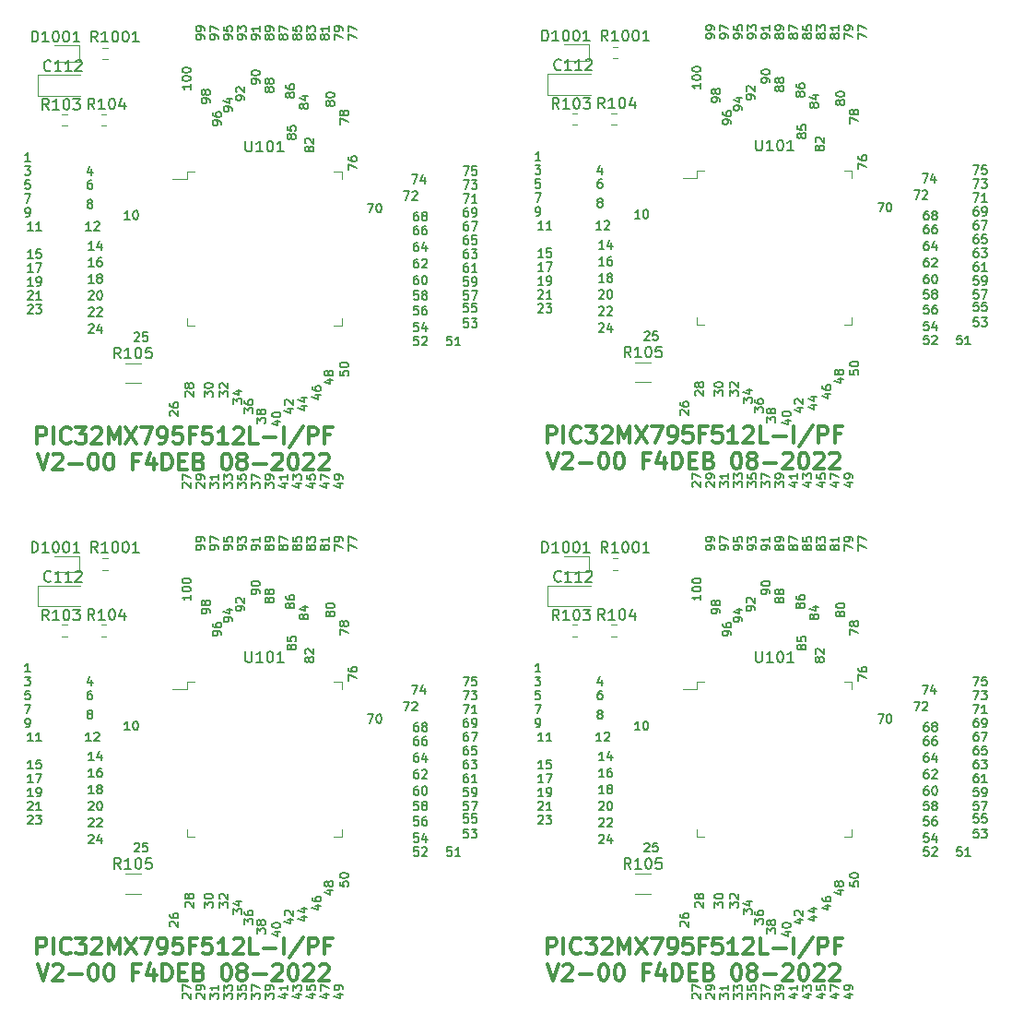
<source format=gto>
%TF.GenerationSoftware,KiCad,Pcbnew,6.0.7+dfsg-1~bpo11+1*%
%TF.CreationDate,2022-08-31T21:43:44+02:00*%
%TF.ProjectId,PIC32MX795F512L,50494333-324d-4583-9739-35463531324c,rev?*%
%TF.SameCoordinates,Original*%
%TF.FileFunction,Legend,Top*%
%TF.FilePolarity,Positive*%
%FSLAX46Y46*%
G04 Gerber Fmt 4.6, Leading zero omitted, Abs format (unit mm)*
G04 Created by KiCad (PCBNEW 6.0.7+dfsg-1~bpo11+1) date 2022-08-31 21:43:44*
%MOMM*%
%LPD*%
G01*
G04 APERTURE LIST*
%ADD10C,0.150000*%
%ADD11C,0.300000*%
%ADD12C,0.120000*%
G04 APERTURE END LIST*
D10*
X144754619Y-107062259D02*
X144297476Y-107062259D01*
X144526047Y-107062259D02*
X144526047Y-106262259D01*
X144449857Y-106376545D01*
X144373666Y-106452735D01*
X144297476Y-106490831D01*
X145135571Y-107062259D02*
X145287952Y-107062259D01*
X145364142Y-107024164D01*
X145402238Y-106986069D01*
X145478428Y-106871783D01*
X145516523Y-106719402D01*
X145516523Y-106414640D01*
X145478428Y-106338450D01*
X145440333Y-106300355D01*
X145364142Y-106262259D01*
X145211761Y-106262259D01*
X145135571Y-106300355D01*
X145097476Y-106338450D01*
X145059380Y-106414640D01*
X145059380Y-106605116D01*
X145097476Y-106681307D01*
X145135571Y-106719402D01*
X145211761Y-106757497D01*
X145364142Y-106757497D01*
X145440333Y-106719402D01*
X145478428Y-106681307D01*
X145516523Y-106605116D01*
X184721523Y-110072259D02*
X184340571Y-110072259D01*
X184302476Y-110453212D01*
X184340571Y-110415116D01*
X184416761Y-110377021D01*
X184607238Y-110377021D01*
X184683428Y-110415116D01*
X184721523Y-110453212D01*
X184759619Y-110529402D01*
X184759619Y-110719878D01*
X184721523Y-110796069D01*
X184683428Y-110834164D01*
X184607238Y-110872259D01*
X184416761Y-110872259D01*
X184340571Y-110834164D01*
X184302476Y-110796069D01*
X185026285Y-110072259D02*
X185521523Y-110072259D01*
X185254857Y-110377021D01*
X185369142Y-110377021D01*
X185445333Y-110415116D01*
X185483428Y-110453212D01*
X185521523Y-110529402D01*
X185521523Y-110719878D01*
X185483428Y-110796069D01*
X185445333Y-110834164D01*
X185369142Y-110872259D01*
X185140571Y-110872259D01*
X185064380Y-110834164D01*
X185026285Y-110796069D01*
X144297476Y-107608450D02*
X144335571Y-107570355D01*
X144411761Y-107532259D01*
X144602238Y-107532259D01*
X144678428Y-107570355D01*
X144716523Y-107608450D01*
X144754619Y-107684640D01*
X144754619Y-107760831D01*
X144716523Y-107875116D01*
X144259380Y-108332259D01*
X144754619Y-108332259D01*
X145516523Y-108332259D02*
X145059380Y-108332259D01*
X145287952Y-108332259D02*
X145287952Y-107532259D01*
X145211761Y-107646545D01*
X145135571Y-107722735D01*
X145059380Y-107760831D01*
X183197523Y-111723259D02*
X182816571Y-111723259D01*
X182778476Y-112104212D01*
X182816571Y-112066116D01*
X182892761Y-112028021D01*
X183083238Y-112028021D01*
X183159428Y-112066116D01*
X183197523Y-112104212D01*
X183235619Y-112180402D01*
X183235619Y-112370878D01*
X183197523Y-112447069D01*
X183159428Y-112485164D01*
X183083238Y-112523259D01*
X182892761Y-112523259D01*
X182816571Y-112485164D01*
X182778476Y-112447069D01*
X183997523Y-112523259D02*
X183540380Y-112523259D01*
X183768952Y-112523259D02*
X183768952Y-111723259D01*
X183692761Y-111837545D01*
X183616571Y-111913735D01*
X183540380Y-111951831D01*
X158515095Y-125597878D02*
X158477000Y-125559783D01*
X158438904Y-125483593D01*
X158438904Y-125293116D01*
X158477000Y-125216926D01*
X158515095Y-125178831D01*
X158591285Y-125140735D01*
X158667476Y-125140735D01*
X158781761Y-125178831D01*
X159238904Y-125635974D01*
X159238904Y-125140735D01*
X158438904Y-124874069D02*
X158438904Y-124340735D01*
X159238904Y-124683593D01*
X150342619Y-105284259D02*
X149885476Y-105284259D01*
X150114047Y-105284259D02*
X150114047Y-104484259D01*
X150037857Y-104598545D01*
X149961666Y-104674735D01*
X149885476Y-104712831D01*
X151028333Y-104484259D02*
X150875952Y-104484259D01*
X150799761Y-104522355D01*
X150761666Y-104560450D01*
X150685476Y-104674735D01*
X150647380Y-104827116D01*
X150647380Y-105131878D01*
X150685476Y-105208069D01*
X150723571Y-105246164D01*
X150799761Y-105284259D01*
X150952142Y-105284259D01*
X151028333Y-105246164D01*
X151066428Y-105208069D01*
X151104523Y-105131878D01*
X151104523Y-104941402D01*
X151066428Y-104865212D01*
X151028333Y-104827116D01*
X150952142Y-104789021D01*
X150799761Y-104789021D01*
X150723571Y-104827116D01*
X150685476Y-104865212D01*
X150647380Y-104941402D01*
X166058904Y-125635974D02*
X166058904Y-125140735D01*
X166363666Y-125407402D01*
X166363666Y-125293116D01*
X166401761Y-125216926D01*
X166439857Y-125178831D01*
X166516047Y-125140735D01*
X166706523Y-125140735D01*
X166782714Y-125178831D01*
X166820809Y-125216926D01*
X166858904Y-125293116D01*
X166858904Y-125521688D01*
X166820809Y-125597878D01*
X166782714Y-125635974D01*
X166858904Y-124759783D02*
X166858904Y-124607402D01*
X166820809Y-124531212D01*
X166782714Y-124493116D01*
X166668428Y-124416926D01*
X166516047Y-124378831D01*
X166211285Y-124378831D01*
X166135095Y-124416926D01*
X166097000Y-124455021D01*
X166058904Y-124531212D01*
X166058904Y-124683593D01*
X166097000Y-124759783D01*
X166135095Y-124797878D01*
X166211285Y-124835974D01*
X166401761Y-124835974D01*
X166477952Y-124797878D01*
X166516047Y-124759783D01*
X166554142Y-124683593D01*
X166554142Y-124531212D01*
X166516047Y-124455021D01*
X166477952Y-124416926D01*
X166401761Y-124378831D01*
X178803380Y-98388259D02*
X179336714Y-98388259D01*
X178993857Y-99188259D01*
X179603380Y-98464450D02*
X179641476Y-98426355D01*
X179717666Y-98388259D01*
X179908142Y-98388259D01*
X179984333Y-98426355D01*
X180022428Y-98464450D01*
X180060523Y-98540640D01*
X180060523Y-98616831D01*
X180022428Y-98731116D01*
X179565285Y-99188259D01*
X180060523Y-99188259D01*
X144500571Y-95632259D02*
X144043428Y-95632259D01*
X144272000Y-95632259D02*
X144272000Y-94832259D01*
X144195809Y-94946545D01*
X144119619Y-95022735D01*
X144043428Y-95060831D01*
X161778904Y-84373688D02*
X161778904Y-84221307D01*
X161740809Y-84145116D01*
X161702714Y-84107021D01*
X161588428Y-84030831D01*
X161436047Y-83992735D01*
X161131285Y-83992735D01*
X161055095Y-84030831D01*
X161017000Y-84068926D01*
X160978904Y-84145116D01*
X160978904Y-84297497D01*
X161017000Y-84373688D01*
X161055095Y-84411783D01*
X161131285Y-84449878D01*
X161321761Y-84449878D01*
X161397952Y-84411783D01*
X161436047Y-84373688D01*
X161474142Y-84297497D01*
X161474142Y-84145116D01*
X161436047Y-84068926D01*
X161397952Y-84030831D01*
X161321761Y-83992735D01*
X160978904Y-83726069D02*
X160978904Y-83192735D01*
X161778904Y-83535593D01*
X144754619Y-101982259D02*
X144297476Y-101982259D01*
X144526047Y-101982259D02*
X144526047Y-101182259D01*
X144449857Y-101296545D01*
X144373666Y-101372735D01*
X144297476Y-101410831D01*
X145516523Y-101982259D02*
X145059380Y-101982259D01*
X145287952Y-101982259D02*
X145287952Y-101182259D01*
X145211761Y-101296545D01*
X145135571Y-101372735D01*
X145059380Y-101410831D01*
X150088619Y-101982259D02*
X149631476Y-101982259D01*
X149860047Y-101982259D02*
X149860047Y-101182259D01*
X149783857Y-101296545D01*
X149707666Y-101372735D01*
X149631476Y-101410831D01*
X150393380Y-101258450D02*
X150431476Y-101220355D01*
X150507666Y-101182259D01*
X150698142Y-101182259D01*
X150774333Y-101220355D01*
X150812428Y-101258450D01*
X150850523Y-101334640D01*
X150850523Y-101410831D01*
X150812428Y-101525116D01*
X150355285Y-101982259D01*
X150850523Y-101982259D01*
X179565380Y-96864259D02*
X180098714Y-96864259D01*
X179755857Y-97664259D01*
X180746333Y-97130926D02*
X180746333Y-97664259D01*
X180555857Y-96826164D02*
X180365380Y-97397593D01*
X180860619Y-97397593D01*
X180111428Y-106135259D02*
X179959047Y-106135259D01*
X179882857Y-106173355D01*
X179844761Y-106211450D01*
X179768571Y-106325735D01*
X179730476Y-106478116D01*
X179730476Y-106782878D01*
X179768571Y-106859069D01*
X179806666Y-106897164D01*
X179882857Y-106935259D01*
X180035238Y-106935259D01*
X180111428Y-106897164D01*
X180149523Y-106859069D01*
X180187619Y-106782878D01*
X180187619Y-106592402D01*
X180149523Y-106516212D01*
X180111428Y-106478116D01*
X180035238Y-106440021D01*
X179882857Y-106440021D01*
X179806666Y-106478116D01*
X179768571Y-106516212D01*
X179730476Y-106592402D01*
X180682857Y-106135259D02*
X180759047Y-106135259D01*
X180835238Y-106173355D01*
X180873333Y-106211450D01*
X180911428Y-106287640D01*
X180949523Y-106440021D01*
X180949523Y-106630497D01*
X180911428Y-106782878D01*
X180873333Y-106859069D01*
X180835238Y-106897164D01*
X180759047Y-106935259D01*
X180682857Y-106935259D01*
X180606666Y-106897164D01*
X180568571Y-106859069D01*
X180530476Y-106782878D01*
X180492380Y-106630497D01*
X180492380Y-106440021D01*
X180530476Y-106287640D01*
X180568571Y-106211450D01*
X180606666Y-106173355D01*
X180682857Y-106135259D01*
X180111428Y-104611259D02*
X179959047Y-104611259D01*
X179882857Y-104649355D01*
X179844761Y-104687450D01*
X179768571Y-104801735D01*
X179730476Y-104954116D01*
X179730476Y-105258878D01*
X179768571Y-105335069D01*
X179806666Y-105373164D01*
X179882857Y-105411259D01*
X180035238Y-105411259D01*
X180111428Y-105373164D01*
X180149523Y-105335069D01*
X180187619Y-105258878D01*
X180187619Y-105068402D01*
X180149523Y-104992212D01*
X180111428Y-104954116D01*
X180035238Y-104916021D01*
X179882857Y-104916021D01*
X179806666Y-104954116D01*
X179768571Y-104992212D01*
X179730476Y-105068402D01*
X180492380Y-104687450D02*
X180530476Y-104649355D01*
X180606666Y-104611259D01*
X180797142Y-104611259D01*
X180873333Y-104649355D01*
X180911428Y-104687450D01*
X180949523Y-104763640D01*
X180949523Y-104839831D01*
X180911428Y-104954116D01*
X180454285Y-105411259D01*
X180949523Y-105411259D01*
X172675571Y-125216926D02*
X173208904Y-125216926D01*
X172370809Y-125407402D02*
X172942238Y-125597878D01*
X172942238Y-125102640D01*
X173208904Y-124759783D02*
X173208904Y-124607402D01*
X173170809Y-124531212D01*
X173132714Y-124493116D01*
X173018428Y-124416926D01*
X172866047Y-124378831D01*
X172561285Y-124378831D01*
X172485095Y-124416926D01*
X172447000Y-124455021D01*
X172408904Y-124531212D01*
X172408904Y-124683593D01*
X172447000Y-124759783D01*
X172485095Y-124797878D01*
X172561285Y-124835974D01*
X172751761Y-124835974D01*
X172827952Y-124797878D01*
X172866047Y-124759783D01*
X172904142Y-124683593D01*
X172904142Y-124531212D01*
X172866047Y-124455021D01*
X172827952Y-124416926D01*
X172751761Y-124378831D01*
X144005333Y-96102259D02*
X144500571Y-96102259D01*
X144233904Y-96407021D01*
X144348190Y-96407021D01*
X144424380Y-96445116D01*
X144462476Y-96483212D01*
X144500571Y-96559402D01*
X144500571Y-96749878D01*
X144462476Y-96826069D01*
X144424380Y-96864164D01*
X144348190Y-96902259D01*
X144119619Y-96902259D01*
X144043428Y-96864164D01*
X144005333Y-96826069D01*
X163518904Y-125635974D02*
X163518904Y-125140735D01*
X163823666Y-125407402D01*
X163823666Y-125293116D01*
X163861761Y-125216926D01*
X163899857Y-125178831D01*
X163976047Y-125140735D01*
X164166523Y-125140735D01*
X164242714Y-125178831D01*
X164280809Y-125216926D01*
X164318904Y-125293116D01*
X164318904Y-125521688D01*
X164280809Y-125597878D01*
X164242714Y-125635974D01*
X163518904Y-124416926D02*
X163518904Y-124797878D01*
X163899857Y-124835974D01*
X163861761Y-124797878D01*
X163823666Y-124721688D01*
X163823666Y-124531212D01*
X163861761Y-124455021D01*
X163899857Y-124416926D01*
X163976047Y-124378831D01*
X164166523Y-124378831D01*
X164242714Y-124416926D01*
X164280809Y-124455021D01*
X164318904Y-124531212D01*
X164318904Y-124721688D01*
X164280809Y-124797878D01*
X164242714Y-124835974D01*
X173678904Y-96425974D02*
X173678904Y-95892640D01*
X174478904Y-96235497D01*
X173678904Y-95245021D02*
X173678904Y-95397402D01*
X173717000Y-95473593D01*
X173755095Y-95511688D01*
X173869380Y-95587878D01*
X174021761Y-95625974D01*
X174326523Y-95625974D01*
X174402714Y-95587878D01*
X174440809Y-95549783D01*
X174478904Y-95473593D01*
X174478904Y-95321212D01*
X174440809Y-95245021D01*
X174402714Y-95206926D01*
X174326523Y-95168831D01*
X174136047Y-95168831D01*
X174059857Y-95206926D01*
X174021761Y-95245021D01*
X173983666Y-95321212D01*
X173983666Y-95473593D01*
X174021761Y-95549783D01*
X174059857Y-95587878D01*
X174136047Y-95625974D01*
X184264380Y-98642259D02*
X184797714Y-98642259D01*
X184454857Y-99442259D01*
X185521523Y-99442259D02*
X185064380Y-99442259D01*
X185292952Y-99442259D02*
X185292952Y-98642259D01*
X185216761Y-98756545D01*
X185140571Y-98832735D01*
X185064380Y-98870831D01*
X171481761Y-84297497D02*
X171443666Y-84373688D01*
X171405571Y-84411783D01*
X171329380Y-84449878D01*
X171291285Y-84449878D01*
X171215095Y-84411783D01*
X171177000Y-84373688D01*
X171138904Y-84297497D01*
X171138904Y-84145116D01*
X171177000Y-84068926D01*
X171215095Y-84030831D01*
X171291285Y-83992735D01*
X171329380Y-83992735D01*
X171405571Y-84030831D01*
X171443666Y-84068926D01*
X171481761Y-84145116D01*
X171481761Y-84297497D01*
X171519857Y-84373688D01*
X171557952Y-84411783D01*
X171634142Y-84449878D01*
X171786523Y-84449878D01*
X171862714Y-84411783D01*
X171900809Y-84373688D01*
X171938904Y-84297497D01*
X171938904Y-84145116D01*
X171900809Y-84068926D01*
X171862714Y-84030831D01*
X171786523Y-83992735D01*
X171634142Y-83992735D01*
X171557952Y-84030831D01*
X171519857Y-84068926D01*
X171481761Y-84145116D01*
X171938904Y-83230831D02*
X171938904Y-83687974D01*
X171938904Y-83459402D02*
X171138904Y-83459402D01*
X171253190Y-83535593D01*
X171329380Y-83611783D01*
X171367476Y-83687974D01*
X180149523Y-107532259D02*
X179768571Y-107532259D01*
X179730476Y-107913212D01*
X179768571Y-107875116D01*
X179844761Y-107837021D01*
X180035238Y-107837021D01*
X180111428Y-107875116D01*
X180149523Y-107913212D01*
X180187619Y-107989402D01*
X180187619Y-108179878D01*
X180149523Y-108256069D01*
X180111428Y-108294164D01*
X180035238Y-108332259D01*
X179844761Y-108332259D01*
X179768571Y-108294164D01*
X179730476Y-108256069D01*
X180644761Y-107875116D02*
X180568571Y-107837021D01*
X180530476Y-107798926D01*
X180492380Y-107722735D01*
X180492380Y-107684640D01*
X180530476Y-107608450D01*
X180568571Y-107570355D01*
X180644761Y-107532259D01*
X180797142Y-107532259D01*
X180873333Y-107570355D01*
X180911428Y-107608450D01*
X180949523Y-107684640D01*
X180949523Y-107722735D01*
X180911428Y-107798926D01*
X180873333Y-107837021D01*
X180797142Y-107875116D01*
X180644761Y-107875116D01*
X180568571Y-107913212D01*
X180530476Y-107951307D01*
X180492380Y-108027497D01*
X180492380Y-108179878D01*
X180530476Y-108256069D01*
X180568571Y-108294164D01*
X180644761Y-108332259D01*
X180797142Y-108332259D01*
X180873333Y-108294164D01*
X180911428Y-108256069D01*
X180949523Y-108179878D01*
X180949523Y-108027497D01*
X180911428Y-107951307D01*
X180873333Y-107913212D01*
X180797142Y-107875116D01*
X150342619Y-106808259D02*
X149885476Y-106808259D01*
X150114047Y-106808259D02*
X150114047Y-106008259D01*
X150037857Y-106122545D01*
X149961666Y-106198735D01*
X149885476Y-106236831D01*
X150799761Y-106351116D02*
X150723571Y-106313021D01*
X150685476Y-106274926D01*
X150647380Y-106198735D01*
X150647380Y-106160640D01*
X150685476Y-106084450D01*
X150723571Y-106046355D01*
X150799761Y-106008259D01*
X150952142Y-106008259D01*
X151028333Y-106046355D01*
X151066428Y-106084450D01*
X151104523Y-106160640D01*
X151104523Y-106198735D01*
X151066428Y-106274926D01*
X151028333Y-106313021D01*
X150952142Y-106351116D01*
X150799761Y-106351116D01*
X150723571Y-106389212D01*
X150685476Y-106427307D01*
X150647380Y-106503497D01*
X150647380Y-106655878D01*
X150685476Y-106732069D01*
X150723571Y-106770164D01*
X150799761Y-106808259D01*
X150952142Y-106808259D01*
X151028333Y-106770164D01*
X151066428Y-106732069D01*
X151104523Y-106655878D01*
X151104523Y-106503497D01*
X151066428Y-106427307D01*
X151028333Y-106389212D01*
X150952142Y-106351116D01*
X150139380Y-97372259D02*
X149987000Y-97372259D01*
X149910809Y-97410355D01*
X149872714Y-97448450D01*
X149796523Y-97562735D01*
X149758428Y-97715116D01*
X149758428Y-98019878D01*
X149796523Y-98096069D01*
X149834619Y-98134164D01*
X149910809Y-98172259D01*
X150063190Y-98172259D01*
X150139380Y-98134164D01*
X150177476Y-98096069D01*
X150215571Y-98019878D01*
X150215571Y-97829402D01*
X150177476Y-97753212D01*
X150139380Y-97715116D01*
X150063190Y-97677021D01*
X149910809Y-97677021D01*
X149834619Y-97715116D01*
X149796523Y-97753212D01*
X149758428Y-97829402D01*
X168306761Y-89631497D02*
X168268666Y-89707688D01*
X168230571Y-89745783D01*
X168154380Y-89783878D01*
X168116285Y-89783878D01*
X168040095Y-89745783D01*
X168002000Y-89707688D01*
X167963904Y-89631497D01*
X167963904Y-89479116D01*
X168002000Y-89402926D01*
X168040095Y-89364831D01*
X168116285Y-89326735D01*
X168154380Y-89326735D01*
X168230571Y-89364831D01*
X168268666Y-89402926D01*
X168306761Y-89479116D01*
X168306761Y-89631497D01*
X168344857Y-89707688D01*
X168382952Y-89745783D01*
X168459142Y-89783878D01*
X168611523Y-89783878D01*
X168687714Y-89745783D01*
X168725809Y-89707688D01*
X168763904Y-89631497D01*
X168763904Y-89479116D01*
X168725809Y-89402926D01*
X168687714Y-89364831D01*
X168611523Y-89326735D01*
X168459142Y-89326735D01*
X168382952Y-89364831D01*
X168344857Y-89402926D01*
X168306761Y-89479116D01*
X167963904Y-88641021D02*
X167963904Y-88793402D01*
X168002000Y-88869593D01*
X168040095Y-88907688D01*
X168154380Y-88983878D01*
X168306761Y-89021974D01*
X168611523Y-89021974D01*
X168687714Y-88983878D01*
X168725809Y-88945783D01*
X168763904Y-88869593D01*
X168763904Y-88717212D01*
X168725809Y-88641021D01*
X168687714Y-88602926D01*
X168611523Y-88564831D01*
X168421047Y-88564831D01*
X168344857Y-88602926D01*
X168306761Y-88641021D01*
X168268666Y-88717212D01*
X168268666Y-88869593D01*
X168306761Y-88945783D01*
X168344857Y-88983878D01*
X168421047Y-89021974D01*
X159238904Y-88564688D02*
X159238904Y-89021831D01*
X159238904Y-88793259D02*
X158438904Y-88793259D01*
X158553190Y-88869450D01*
X158629380Y-88945640D01*
X158667476Y-89021831D01*
X158438904Y-88069450D02*
X158438904Y-87993259D01*
X158477000Y-87917069D01*
X158515095Y-87878974D01*
X158591285Y-87840878D01*
X158743666Y-87802783D01*
X158934142Y-87802783D01*
X159086523Y-87840878D01*
X159162714Y-87878974D01*
X159200809Y-87917069D01*
X159238904Y-87993259D01*
X159238904Y-88069450D01*
X159200809Y-88145640D01*
X159162714Y-88183735D01*
X159086523Y-88221831D01*
X158934142Y-88259926D01*
X158743666Y-88259926D01*
X158591285Y-88221831D01*
X158515095Y-88183735D01*
X158477000Y-88145640D01*
X158438904Y-88069450D01*
X158438904Y-87307545D02*
X158438904Y-87231355D01*
X158477000Y-87155164D01*
X158515095Y-87117069D01*
X158591285Y-87078974D01*
X158743666Y-87040878D01*
X158934142Y-87040878D01*
X159086523Y-87078974D01*
X159162714Y-87117069D01*
X159200809Y-87155164D01*
X159238904Y-87231355D01*
X159238904Y-87307545D01*
X159200809Y-87383735D01*
X159162714Y-87421831D01*
X159086523Y-87459926D01*
X158934142Y-87498021D01*
X158743666Y-87498021D01*
X158591285Y-87459926D01*
X158515095Y-87421831D01*
X158477000Y-87383735D01*
X158438904Y-87307545D01*
X184721523Y-107532259D02*
X184340571Y-107532259D01*
X184302476Y-107913212D01*
X184340571Y-107875116D01*
X184416761Y-107837021D01*
X184607238Y-107837021D01*
X184683428Y-107875116D01*
X184721523Y-107913212D01*
X184759619Y-107989402D01*
X184759619Y-108179878D01*
X184721523Y-108256069D01*
X184683428Y-108294164D01*
X184607238Y-108332259D01*
X184416761Y-108332259D01*
X184340571Y-108294164D01*
X184302476Y-108256069D01*
X185026285Y-107532259D02*
X185559619Y-107532259D01*
X185216761Y-108332259D01*
X170135571Y-125216926D02*
X170668904Y-125216926D01*
X169830809Y-125407402D02*
X170402238Y-125597878D01*
X170402238Y-125102640D01*
X169868904Y-124416926D02*
X169868904Y-124797878D01*
X170249857Y-124835974D01*
X170211761Y-124797878D01*
X170173666Y-124721688D01*
X170173666Y-124531212D01*
X170211761Y-124455021D01*
X170249857Y-124416926D01*
X170326047Y-124378831D01*
X170516523Y-124378831D01*
X170592714Y-124416926D01*
X170630809Y-124455021D01*
X170668904Y-124531212D01*
X170668904Y-124721688D01*
X170630809Y-124797878D01*
X170592714Y-124835974D01*
X184683428Y-104992259D02*
X184531047Y-104992259D01*
X184454857Y-105030355D01*
X184416761Y-105068450D01*
X184340571Y-105182735D01*
X184302476Y-105335116D01*
X184302476Y-105639878D01*
X184340571Y-105716069D01*
X184378666Y-105754164D01*
X184454857Y-105792259D01*
X184607238Y-105792259D01*
X184683428Y-105754164D01*
X184721523Y-105716069D01*
X184759619Y-105639878D01*
X184759619Y-105449402D01*
X184721523Y-105373212D01*
X184683428Y-105335116D01*
X184607238Y-105297021D01*
X184454857Y-105297021D01*
X184378666Y-105335116D01*
X184340571Y-105373212D01*
X184302476Y-105449402D01*
X185521523Y-105792259D02*
X185064380Y-105792259D01*
X185292952Y-105792259D02*
X185292952Y-104992259D01*
X185216761Y-105106545D01*
X185140571Y-105182735D01*
X185064380Y-105220831D01*
X160978904Y-125635974D02*
X160978904Y-125140735D01*
X161283666Y-125407402D01*
X161283666Y-125293116D01*
X161321761Y-125216926D01*
X161359857Y-125178831D01*
X161436047Y-125140735D01*
X161626523Y-125140735D01*
X161702714Y-125178831D01*
X161740809Y-125216926D01*
X161778904Y-125293116D01*
X161778904Y-125521688D01*
X161740809Y-125597878D01*
X161702714Y-125635974D01*
X161778904Y-124378831D02*
X161778904Y-124835974D01*
X161778904Y-124607402D02*
X160978904Y-124607402D01*
X161093190Y-124683593D01*
X161169380Y-124759783D01*
X161207476Y-124835974D01*
X165588904Y-88437688D02*
X165588904Y-88285307D01*
X165550809Y-88209116D01*
X165512714Y-88171021D01*
X165398428Y-88094831D01*
X165246047Y-88056735D01*
X164941285Y-88056735D01*
X164865095Y-88094831D01*
X164827000Y-88132926D01*
X164788904Y-88209116D01*
X164788904Y-88361497D01*
X164827000Y-88437688D01*
X164865095Y-88475783D01*
X164941285Y-88513878D01*
X165131761Y-88513878D01*
X165207952Y-88475783D01*
X165246047Y-88437688D01*
X165284142Y-88361497D01*
X165284142Y-88209116D01*
X165246047Y-88132926D01*
X165207952Y-88094831D01*
X165131761Y-88056735D01*
X164788904Y-87561497D02*
X164788904Y-87485307D01*
X164827000Y-87409116D01*
X164865095Y-87371021D01*
X164941285Y-87332926D01*
X165093666Y-87294831D01*
X165284142Y-87294831D01*
X165436523Y-87332926D01*
X165512714Y-87371021D01*
X165550809Y-87409116D01*
X165588904Y-87485307D01*
X165588904Y-87561497D01*
X165550809Y-87637688D01*
X165512714Y-87675783D01*
X165436523Y-87713878D01*
X165284142Y-87751974D01*
X165093666Y-87751974D01*
X164941285Y-87713878D01*
X164865095Y-87675783D01*
X164827000Y-87637688D01*
X164788904Y-87561497D01*
X168103571Y-118358926D02*
X168636904Y-118358926D01*
X167798809Y-118549402D02*
X168370238Y-118739878D01*
X168370238Y-118244640D01*
X167913095Y-117977974D02*
X167875000Y-117939878D01*
X167836904Y-117863688D01*
X167836904Y-117673212D01*
X167875000Y-117597021D01*
X167913095Y-117558926D01*
X167989285Y-117520831D01*
X168065476Y-117520831D01*
X168179761Y-117558926D01*
X168636904Y-118016069D01*
X168636904Y-117520831D01*
X157372095Y-118993878D02*
X157334000Y-118955783D01*
X157295904Y-118879593D01*
X157295904Y-118689116D01*
X157334000Y-118612926D01*
X157372095Y-118574831D01*
X157448285Y-118536735D01*
X157524476Y-118536735D01*
X157638761Y-118574831D01*
X158095904Y-119031974D01*
X158095904Y-118536735D01*
X157295904Y-117851021D02*
X157295904Y-118003402D01*
X157334000Y-118079593D01*
X157372095Y-118117688D01*
X157486380Y-118193878D01*
X157638761Y-118231974D01*
X157943523Y-118231974D01*
X158019714Y-118193878D01*
X158057809Y-118155783D01*
X158095904Y-118079593D01*
X158095904Y-117927212D01*
X158057809Y-117851021D01*
X158019714Y-117812926D01*
X157943523Y-117774831D01*
X157753047Y-117774831D01*
X157676857Y-117812926D01*
X157638761Y-117851021D01*
X157600666Y-117927212D01*
X157600666Y-118079593D01*
X157638761Y-118155783D01*
X157676857Y-118193878D01*
X157753047Y-118231974D01*
X164191904Y-89961688D02*
X164191904Y-89809307D01*
X164153809Y-89733116D01*
X164115714Y-89695021D01*
X164001428Y-89618831D01*
X163849047Y-89580735D01*
X163544285Y-89580735D01*
X163468095Y-89618831D01*
X163430000Y-89656926D01*
X163391904Y-89733116D01*
X163391904Y-89885497D01*
X163430000Y-89961688D01*
X163468095Y-89999783D01*
X163544285Y-90037878D01*
X163734761Y-90037878D01*
X163810952Y-89999783D01*
X163849047Y-89961688D01*
X163887142Y-89885497D01*
X163887142Y-89733116D01*
X163849047Y-89656926D01*
X163810952Y-89618831D01*
X163734761Y-89580735D01*
X163468095Y-89275974D02*
X163430000Y-89237878D01*
X163391904Y-89161688D01*
X163391904Y-88971212D01*
X163430000Y-88895021D01*
X163468095Y-88856926D01*
X163544285Y-88818831D01*
X163620476Y-88818831D01*
X163734761Y-88856926D01*
X164191904Y-89314069D01*
X164191904Y-88818831D01*
X172408904Y-84487974D02*
X172408904Y-83954640D01*
X173208904Y-84297497D01*
X173208904Y-83611783D02*
X173208904Y-83459402D01*
X173170809Y-83383212D01*
X173132714Y-83345116D01*
X173018428Y-83268926D01*
X172866047Y-83230831D01*
X172561285Y-83230831D01*
X172485095Y-83268926D01*
X172447000Y-83307021D01*
X172408904Y-83383212D01*
X172408904Y-83535593D01*
X172447000Y-83611783D01*
X172485095Y-83649878D01*
X172561285Y-83687974D01*
X172751761Y-83687974D01*
X172827952Y-83649878D01*
X172866047Y-83611783D01*
X172904142Y-83535593D01*
X172904142Y-83383212D01*
X172866047Y-83307021D01*
X172827952Y-83268926D01*
X172751761Y-83230831D01*
X158769095Y-117215878D02*
X158731000Y-117177783D01*
X158692904Y-117101593D01*
X158692904Y-116911116D01*
X158731000Y-116834926D01*
X158769095Y-116796831D01*
X158845285Y-116758735D01*
X158921476Y-116758735D01*
X159035761Y-116796831D01*
X159492904Y-117253974D01*
X159492904Y-116758735D01*
X159035761Y-116301593D02*
X158997666Y-116377783D01*
X158959571Y-116415878D01*
X158883380Y-116453974D01*
X158845285Y-116453974D01*
X158769095Y-116415878D01*
X158731000Y-116377783D01*
X158692904Y-116301593D01*
X158692904Y-116149212D01*
X158731000Y-116073021D01*
X158769095Y-116034926D01*
X158845285Y-115996831D01*
X158883380Y-115996831D01*
X158959571Y-116034926D01*
X158997666Y-116073021D01*
X159035761Y-116149212D01*
X159035761Y-116301593D01*
X159073857Y-116377783D01*
X159111952Y-116415878D01*
X159188142Y-116453974D01*
X159340523Y-116453974D01*
X159416714Y-116415878D01*
X159454809Y-116377783D01*
X159492904Y-116301593D01*
X159492904Y-116149212D01*
X159454809Y-116073021D01*
X159416714Y-116034926D01*
X159340523Y-115996831D01*
X159188142Y-115996831D01*
X159111952Y-116034926D01*
X159073857Y-116073021D01*
X159035761Y-116149212D01*
X162032904Y-92247688D02*
X162032904Y-92095307D01*
X161994809Y-92019116D01*
X161956714Y-91981021D01*
X161842428Y-91904831D01*
X161690047Y-91866735D01*
X161385285Y-91866735D01*
X161309095Y-91904831D01*
X161271000Y-91942926D01*
X161232904Y-92019116D01*
X161232904Y-92171497D01*
X161271000Y-92247688D01*
X161309095Y-92285783D01*
X161385285Y-92323878D01*
X161575761Y-92323878D01*
X161651952Y-92285783D01*
X161690047Y-92247688D01*
X161728142Y-92171497D01*
X161728142Y-92019116D01*
X161690047Y-91942926D01*
X161651952Y-91904831D01*
X161575761Y-91866735D01*
X161232904Y-91181021D02*
X161232904Y-91333402D01*
X161271000Y-91409593D01*
X161309095Y-91447688D01*
X161423380Y-91523878D01*
X161575761Y-91561974D01*
X161880523Y-91561974D01*
X161956714Y-91523878D01*
X161994809Y-91485783D01*
X162032904Y-91409593D01*
X162032904Y-91257212D01*
X161994809Y-91181021D01*
X161956714Y-91142926D01*
X161880523Y-91104831D01*
X161690047Y-91104831D01*
X161613857Y-91142926D01*
X161575761Y-91181021D01*
X161537666Y-91257212D01*
X161537666Y-91409593D01*
X161575761Y-91485783D01*
X161613857Y-91523878D01*
X161690047Y-91561974D01*
X172916904Y-92234974D02*
X172916904Y-91701640D01*
X173716904Y-92044497D01*
X173259761Y-91282593D02*
X173221666Y-91358783D01*
X173183571Y-91396878D01*
X173107380Y-91434974D01*
X173069285Y-91434974D01*
X172993095Y-91396878D01*
X172955000Y-91358783D01*
X172916904Y-91282593D01*
X172916904Y-91130212D01*
X172955000Y-91054021D01*
X172993095Y-91015926D01*
X173069285Y-90977831D01*
X173107380Y-90977831D01*
X173183571Y-91015926D01*
X173221666Y-91054021D01*
X173259761Y-91130212D01*
X173259761Y-91282593D01*
X173297857Y-91358783D01*
X173335952Y-91396878D01*
X173412142Y-91434974D01*
X173564523Y-91434974D01*
X173640714Y-91396878D01*
X173678809Y-91358783D01*
X173716904Y-91282593D01*
X173716904Y-91130212D01*
X173678809Y-91054021D01*
X173640714Y-91015926D01*
X173564523Y-90977831D01*
X173412142Y-90977831D01*
X173335952Y-91015926D01*
X173297857Y-91054021D01*
X173259761Y-91130212D01*
X160470904Y-117253974D02*
X160470904Y-116758735D01*
X160775666Y-117025402D01*
X160775666Y-116911116D01*
X160813761Y-116834926D01*
X160851857Y-116796831D01*
X160928047Y-116758735D01*
X161118523Y-116758735D01*
X161194714Y-116796831D01*
X161232809Y-116834926D01*
X161270904Y-116911116D01*
X161270904Y-117139688D01*
X161232809Y-117215878D01*
X161194714Y-117253974D01*
X160470904Y-116263497D02*
X160470904Y-116187307D01*
X160509000Y-116111116D01*
X160547095Y-116073021D01*
X160623285Y-116034926D01*
X160775666Y-115996831D01*
X160966142Y-115996831D01*
X161118523Y-116034926D01*
X161194714Y-116073021D01*
X161232809Y-116111116D01*
X161270904Y-116187307D01*
X161270904Y-116263497D01*
X161232809Y-116339688D01*
X161194714Y-116377783D01*
X161118523Y-116415878D01*
X160966142Y-116453974D01*
X160775666Y-116453974D01*
X160623285Y-116415878D01*
X160547095Y-116377783D01*
X160509000Y-116339688D01*
X160470904Y-116263497D01*
X175501380Y-99531259D02*
X176034714Y-99531259D01*
X175691857Y-100331259D01*
X176491857Y-99531259D02*
X176568047Y-99531259D01*
X176644238Y-99569355D01*
X176682333Y-99607450D01*
X176720428Y-99683640D01*
X176758523Y-99836021D01*
X176758523Y-100026497D01*
X176720428Y-100178878D01*
X176682333Y-100255069D01*
X176644238Y-100293164D01*
X176568047Y-100331259D01*
X176491857Y-100331259D01*
X176415666Y-100293164D01*
X176377571Y-100255069D01*
X176339476Y-100178878D01*
X176301380Y-100026497D01*
X176301380Y-99836021D01*
X176339476Y-99683640D01*
X176377571Y-99607450D01*
X176415666Y-99569355D01*
X176491857Y-99531259D01*
D11*
X145123000Y-121538426D02*
X145123000Y-120038426D01*
X145694428Y-120038426D01*
X145837285Y-120109855D01*
X145908714Y-120181283D01*
X145980142Y-120324140D01*
X145980142Y-120538426D01*
X145908714Y-120681283D01*
X145837285Y-120752712D01*
X145694428Y-120824140D01*
X145123000Y-120824140D01*
X146623000Y-121538426D02*
X146623000Y-120038426D01*
X148194428Y-121395569D02*
X148123000Y-121466997D01*
X147908714Y-121538426D01*
X147765857Y-121538426D01*
X147551571Y-121466997D01*
X147408714Y-121324140D01*
X147337285Y-121181283D01*
X147265857Y-120895569D01*
X147265857Y-120681283D01*
X147337285Y-120395569D01*
X147408714Y-120252712D01*
X147551571Y-120109855D01*
X147765857Y-120038426D01*
X147908714Y-120038426D01*
X148123000Y-120109855D01*
X148194428Y-120181283D01*
X148694428Y-120038426D02*
X149623000Y-120038426D01*
X149123000Y-120609855D01*
X149337285Y-120609855D01*
X149480142Y-120681283D01*
X149551571Y-120752712D01*
X149623000Y-120895569D01*
X149623000Y-121252712D01*
X149551571Y-121395569D01*
X149480142Y-121466997D01*
X149337285Y-121538426D01*
X148908714Y-121538426D01*
X148765857Y-121466997D01*
X148694428Y-121395569D01*
X150194428Y-120181283D02*
X150265857Y-120109855D01*
X150408714Y-120038426D01*
X150765857Y-120038426D01*
X150908714Y-120109855D01*
X150980142Y-120181283D01*
X151051571Y-120324140D01*
X151051571Y-120466997D01*
X150980142Y-120681283D01*
X150123000Y-121538426D01*
X151051571Y-121538426D01*
X151694428Y-121538426D02*
X151694428Y-120038426D01*
X152194428Y-121109855D01*
X152694428Y-120038426D01*
X152694428Y-121538426D01*
X153265857Y-120038426D02*
X154265857Y-121538426D01*
X154265857Y-120038426D02*
X153265857Y-121538426D01*
X154694428Y-120038426D02*
X155694428Y-120038426D01*
X155051571Y-121538426D01*
X156337285Y-121538426D02*
X156623000Y-121538426D01*
X156765857Y-121466997D01*
X156837285Y-121395569D01*
X156980142Y-121181283D01*
X157051571Y-120895569D01*
X157051571Y-120324140D01*
X156980142Y-120181283D01*
X156908714Y-120109855D01*
X156765857Y-120038426D01*
X156480142Y-120038426D01*
X156337285Y-120109855D01*
X156265857Y-120181283D01*
X156194428Y-120324140D01*
X156194428Y-120681283D01*
X156265857Y-120824140D01*
X156337285Y-120895569D01*
X156480142Y-120966997D01*
X156765857Y-120966997D01*
X156908714Y-120895569D01*
X156980142Y-120824140D01*
X157051571Y-120681283D01*
X158408714Y-120038426D02*
X157694428Y-120038426D01*
X157623000Y-120752712D01*
X157694428Y-120681283D01*
X157837285Y-120609855D01*
X158194428Y-120609855D01*
X158337285Y-120681283D01*
X158408714Y-120752712D01*
X158480142Y-120895569D01*
X158480142Y-121252712D01*
X158408714Y-121395569D01*
X158337285Y-121466997D01*
X158194428Y-121538426D01*
X157837285Y-121538426D01*
X157694428Y-121466997D01*
X157623000Y-121395569D01*
X159623000Y-120752712D02*
X159123000Y-120752712D01*
X159123000Y-121538426D02*
X159123000Y-120038426D01*
X159837285Y-120038426D01*
X161123000Y-120038426D02*
X160408714Y-120038426D01*
X160337285Y-120752712D01*
X160408714Y-120681283D01*
X160551571Y-120609855D01*
X160908714Y-120609855D01*
X161051571Y-120681283D01*
X161123000Y-120752712D01*
X161194428Y-120895569D01*
X161194428Y-121252712D01*
X161123000Y-121395569D01*
X161051571Y-121466997D01*
X160908714Y-121538426D01*
X160551571Y-121538426D01*
X160408714Y-121466997D01*
X160337285Y-121395569D01*
X162623000Y-121538426D02*
X161765857Y-121538426D01*
X162194428Y-121538426D02*
X162194428Y-120038426D01*
X162051571Y-120252712D01*
X161908714Y-120395569D01*
X161765857Y-120466997D01*
X163194428Y-120181283D02*
X163265857Y-120109855D01*
X163408714Y-120038426D01*
X163765857Y-120038426D01*
X163908714Y-120109855D01*
X163980142Y-120181283D01*
X164051571Y-120324140D01*
X164051571Y-120466997D01*
X163980142Y-120681283D01*
X163123000Y-121538426D01*
X164051571Y-121538426D01*
X165408714Y-121538426D02*
X164694428Y-121538426D01*
X164694428Y-120038426D01*
X165908714Y-120966997D02*
X167051571Y-120966997D01*
X167765857Y-121538426D02*
X167765857Y-120038426D01*
X169551571Y-119966997D02*
X168265857Y-121895569D01*
X170051571Y-121538426D02*
X170051571Y-120038426D01*
X170623000Y-120038426D01*
X170765857Y-120109855D01*
X170837285Y-120181283D01*
X170908714Y-120324140D01*
X170908714Y-120538426D01*
X170837285Y-120681283D01*
X170765857Y-120752712D01*
X170623000Y-120824140D01*
X170051571Y-120824140D01*
X172051571Y-120752712D02*
X171551571Y-120752712D01*
X171551571Y-121538426D02*
X171551571Y-120038426D01*
X172265857Y-120038426D01*
X145158714Y-122453426D02*
X145658714Y-123953426D01*
X146158714Y-122453426D01*
X146587285Y-122596283D02*
X146658714Y-122524855D01*
X146801571Y-122453426D01*
X147158714Y-122453426D01*
X147301571Y-122524855D01*
X147373000Y-122596283D01*
X147444428Y-122739140D01*
X147444428Y-122881997D01*
X147373000Y-123096283D01*
X146515857Y-123953426D01*
X147444428Y-123953426D01*
X148087285Y-123381997D02*
X149230142Y-123381997D01*
X150230142Y-122453426D02*
X150373000Y-122453426D01*
X150515857Y-122524855D01*
X150587285Y-122596283D01*
X150658714Y-122739140D01*
X150730142Y-123024855D01*
X150730142Y-123381997D01*
X150658714Y-123667712D01*
X150587285Y-123810569D01*
X150515857Y-123881997D01*
X150373000Y-123953426D01*
X150230142Y-123953426D01*
X150087285Y-123881997D01*
X150015857Y-123810569D01*
X149944428Y-123667712D01*
X149873000Y-123381997D01*
X149873000Y-123024855D01*
X149944428Y-122739140D01*
X150015857Y-122596283D01*
X150087285Y-122524855D01*
X150230142Y-122453426D01*
X151658714Y-122453426D02*
X151801571Y-122453426D01*
X151944428Y-122524855D01*
X152015857Y-122596283D01*
X152087285Y-122739140D01*
X152158714Y-123024855D01*
X152158714Y-123381997D01*
X152087285Y-123667712D01*
X152015857Y-123810569D01*
X151944428Y-123881997D01*
X151801571Y-123953426D01*
X151658714Y-123953426D01*
X151515857Y-123881997D01*
X151444428Y-123810569D01*
X151373000Y-123667712D01*
X151301571Y-123381997D01*
X151301571Y-123024855D01*
X151373000Y-122739140D01*
X151444428Y-122596283D01*
X151515857Y-122524855D01*
X151658714Y-122453426D01*
X154444428Y-123167712D02*
X153944428Y-123167712D01*
X153944428Y-123953426D02*
X153944428Y-122453426D01*
X154658714Y-122453426D01*
X155873000Y-122953426D02*
X155873000Y-123953426D01*
X155515857Y-122381997D02*
X155158714Y-123453426D01*
X156087285Y-123453426D01*
X156658714Y-123953426D02*
X156658714Y-122453426D01*
X157015857Y-122453426D01*
X157230142Y-122524855D01*
X157373000Y-122667712D01*
X157444428Y-122810569D01*
X157515857Y-123096283D01*
X157515857Y-123310569D01*
X157444428Y-123596283D01*
X157373000Y-123739140D01*
X157230142Y-123881997D01*
X157015857Y-123953426D01*
X156658714Y-123953426D01*
X158158714Y-123167712D02*
X158658714Y-123167712D01*
X158873000Y-123953426D02*
X158158714Y-123953426D01*
X158158714Y-122453426D01*
X158873000Y-122453426D01*
X160015857Y-123167712D02*
X160230142Y-123239140D01*
X160301571Y-123310569D01*
X160373000Y-123453426D01*
X160373000Y-123667712D01*
X160301571Y-123810569D01*
X160230142Y-123881997D01*
X160087285Y-123953426D01*
X159515857Y-123953426D01*
X159515857Y-122453426D01*
X160015857Y-122453426D01*
X160158714Y-122524855D01*
X160230142Y-122596283D01*
X160301571Y-122739140D01*
X160301571Y-122881997D01*
X160230142Y-123024855D01*
X160158714Y-123096283D01*
X160015857Y-123167712D01*
X159515857Y-123167712D01*
X162444428Y-122453426D02*
X162587285Y-122453426D01*
X162730142Y-122524855D01*
X162801571Y-122596283D01*
X162873000Y-122739140D01*
X162944428Y-123024855D01*
X162944428Y-123381997D01*
X162873000Y-123667712D01*
X162801571Y-123810569D01*
X162730142Y-123881997D01*
X162587285Y-123953426D01*
X162444428Y-123953426D01*
X162301571Y-123881997D01*
X162230142Y-123810569D01*
X162158714Y-123667712D01*
X162087285Y-123381997D01*
X162087285Y-123024855D01*
X162158714Y-122739140D01*
X162230142Y-122596283D01*
X162301571Y-122524855D01*
X162444428Y-122453426D01*
X163801571Y-123096283D02*
X163658714Y-123024855D01*
X163587285Y-122953426D01*
X163515857Y-122810569D01*
X163515857Y-122739140D01*
X163587285Y-122596283D01*
X163658714Y-122524855D01*
X163801571Y-122453426D01*
X164087285Y-122453426D01*
X164230142Y-122524855D01*
X164301571Y-122596283D01*
X164373000Y-122739140D01*
X164373000Y-122810569D01*
X164301571Y-122953426D01*
X164230142Y-123024855D01*
X164087285Y-123096283D01*
X163801571Y-123096283D01*
X163658714Y-123167712D01*
X163587285Y-123239140D01*
X163515857Y-123381997D01*
X163515857Y-123667712D01*
X163587285Y-123810569D01*
X163658714Y-123881997D01*
X163801571Y-123953426D01*
X164087285Y-123953426D01*
X164230142Y-123881997D01*
X164301571Y-123810569D01*
X164373000Y-123667712D01*
X164373000Y-123381997D01*
X164301571Y-123239140D01*
X164230142Y-123167712D01*
X164087285Y-123096283D01*
X165015857Y-123381997D02*
X166158714Y-123381997D01*
X166801571Y-122596283D02*
X166873000Y-122524855D01*
X167015857Y-122453426D01*
X167373000Y-122453426D01*
X167515857Y-122524855D01*
X167587285Y-122596283D01*
X167658714Y-122739140D01*
X167658714Y-122881997D01*
X167587285Y-123096283D01*
X166730142Y-123953426D01*
X167658714Y-123953426D01*
X168587285Y-122453426D02*
X168730142Y-122453426D01*
X168873000Y-122524855D01*
X168944428Y-122596283D01*
X169015857Y-122739140D01*
X169087285Y-123024855D01*
X169087285Y-123381997D01*
X169015857Y-123667712D01*
X168944428Y-123810569D01*
X168873000Y-123881997D01*
X168730142Y-123953426D01*
X168587285Y-123953426D01*
X168444428Y-123881997D01*
X168373000Y-123810569D01*
X168301571Y-123667712D01*
X168230142Y-123381997D01*
X168230142Y-123024855D01*
X168301571Y-122739140D01*
X168373000Y-122596283D01*
X168444428Y-122524855D01*
X168587285Y-122453426D01*
X169658714Y-122596283D02*
X169730142Y-122524855D01*
X169873000Y-122453426D01*
X170230142Y-122453426D01*
X170373000Y-122524855D01*
X170444428Y-122596283D01*
X170515857Y-122739140D01*
X170515857Y-122881997D01*
X170444428Y-123096283D01*
X169587285Y-123953426D01*
X170515857Y-123953426D01*
X171087285Y-122596283D02*
X171158714Y-122524855D01*
X171301571Y-122453426D01*
X171658714Y-122453426D01*
X171801571Y-122524855D01*
X171873000Y-122596283D01*
X171944428Y-122739140D01*
X171944428Y-122881997D01*
X171873000Y-123096283D01*
X171015857Y-123953426D01*
X171944428Y-123953426D01*
D10*
X144754619Y-104522259D02*
X144297476Y-104522259D01*
X144526047Y-104522259D02*
X144526047Y-103722259D01*
X144449857Y-103836545D01*
X144373666Y-103912735D01*
X144297476Y-103950831D01*
X145478428Y-103722259D02*
X145097476Y-103722259D01*
X145059380Y-104103212D01*
X145097476Y-104065116D01*
X145173666Y-104027021D01*
X145364142Y-104027021D01*
X145440333Y-104065116D01*
X145478428Y-104103212D01*
X145516523Y-104179402D01*
X145516523Y-104369878D01*
X145478428Y-104446069D01*
X145440333Y-104484164D01*
X145364142Y-104522259D01*
X145173666Y-104522259D01*
X145097476Y-104484164D01*
X145059380Y-104446069D01*
X168865571Y-125216926D02*
X169398904Y-125216926D01*
X168560809Y-125407402D02*
X169132238Y-125597878D01*
X169132238Y-125102640D01*
X168598904Y-124874069D02*
X168598904Y-124378831D01*
X168903666Y-124645497D01*
X168903666Y-124531212D01*
X168941761Y-124455021D01*
X168979857Y-124416926D01*
X169056047Y-124378831D01*
X169246523Y-124378831D01*
X169322714Y-124416926D01*
X169360809Y-124455021D01*
X169398904Y-124531212D01*
X169398904Y-124759783D01*
X169360809Y-124835974D01*
X169322714Y-124874069D01*
X168433761Y-93441497D02*
X168395666Y-93517688D01*
X168357571Y-93555783D01*
X168281380Y-93593878D01*
X168243285Y-93593878D01*
X168167095Y-93555783D01*
X168129000Y-93517688D01*
X168090904Y-93441497D01*
X168090904Y-93289116D01*
X168129000Y-93212926D01*
X168167095Y-93174831D01*
X168243285Y-93136735D01*
X168281380Y-93136735D01*
X168357571Y-93174831D01*
X168395666Y-93212926D01*
X168433761Y-93289116D01*
X168433761Y-93441497D01*
X168471857Y-93517688D01*
X168509952Y-93555783D01*
X168586142Y-93593878D01*
X168738523Y-93593878D01*
X168814714Y-93555783D01*
X168852809Y-93517688D01*
X168890904Y-93441497D01*
X168890904Y-93289116D01*
X168852809Y-93212926D01*
X168814714Y-93174831D01*
X168738523Y-93136735D01*
X168586142Y-93136735D01*
X168509952Y-93174831D01*
X168471857Y-93212926D01*
X168433761Y-93289116D01*
X168090904Y-92412926D02*
X168090904Y-92793878D01*
X168471857Y-92831974D01*
X168433761Y-92793878D01*
X168395666Y-92717688D01*
X168395666Y-92527212D01*
X168433761Y-92451021D01*
X168471857Y-92412926D01*
X168548047Y-92374831D01*
X168738523Y-92374831D01*
X168814714Y-92412926D01*
X168852809Y-92451021D01*
X168890904Y-92527212D01*
X168890904Y-92717688D01*
X168852809Y-92793878D01*
X168814714Y-92831974D01*
X166401761Y-84297497D02*
X166363666Y-84373688D01*
X166325571Y-84411783D01*
X166249380Y-84449878D01*
X166211285Y-84449878D01*
X166135095Y-84411783D01*
X166097000Y-84373688D01*
X166058904Y-84297497D01*
X166058904Y-84145116D01*
X166097000Y-84068926D01*
X166135095Y-84030831D01*
X166211285Y-83992735D01*
X166249380Y-83992735D01*
X166325571Y-84030831D01*
X166363666Y-84068926D01*
X166401761Y-84145116D01*
X166401761Y-84297497D01*
X166439857Y-84373688D01*
X166477952Y-84411783D01*
X166554142Y-84449878D01*
X166706523Y-84449878D01*
X166782714Y-84411783D01*
X166820809Y-84373688D01*
X166858904Y-84297497D01*
X166858904Y-84145116D01*
X166820809Y-84068926D01*
X166782714Y-84030831D01*
X166706523Y-83992735D01*
X166554142Y-83992735D01*
X166477952Y-84030831D01*
X166439857Y-84068926D01*
X166401761Y-84145116D01*
X166858904Y-83611783D02*
X166858904Y-83459402D01*
X166820809Y-83383212D01*
X166782714Y-83345116D01*
X166668428Y-83268926D01*
X166516047Y-83230831D01*
X166211285Y-83230831D01*
X166135095Y-83268926D01*
X166097000Y-83307021D01*
X166058904Y-83383212D01*
X166058904Y-83535593D01*
X166097000Y-83611783D01*
X166135095Y-83649878D01*
X166211285Y-83687974D01*
X166401761Y-83687974D01*
X166477952Y-83649878D01*
X166516047Y-83611783D01*
X166554142Y-83535593D01*
X166554142Y-83383212D01*
X166516047Y-83307021D01*
X166477952Y-83268926D01*
X166401761Y-83230831D01*
X163048904Y-84373688D02*
X163048904Y-84221307D01*
X163010809Y-84145116D01*
X162972714Y-84107021D01*
X162858428Y-84030831D01*
X162706047Y-83992735D01*
X162401285Y-83992735D01*
X162325095Y-84030831D01*
X162287000Y-84068926D01*
X162248904Y-84145116D01*
X162248904Y-84297497D01*
X162287000Y-84373688D01*
X162325095Y-84411783D01*
X162401285Y-84449878D01*
X162591761Y-84449878D01*
X162667952Y-84411783D01*
X162706047Y-84373688D01*
X162744142Y-84297497D01*
X162744142Y-84145116D01*
X162706047Y-84068926D01*
X162667952Y-84030831D01*
X162591761Y-83992735D01*
X162248904Y-83268926D02*
X162248904Y-83649878D01*
X162629857Y-83687974D01*
X162591761Y-83649878D01*
X162553666Y-83573688D01*
X162553666Y-83383212D01*
X162591761Y-83307021D01*
X162629857Y-83268926D01*
X162706047Y-83230831D01*
X162896523Y-83230831D01*
X162972714Y-83268926D01*
X163010809Y-83307021D01*
X163048904Y-83383212D01*
X163048904Y-83573688D01*
X163010809Y-83649878D01*
X162972714Y-83687974D01*
X163048904Y-90977688D02*
X163048904Y-90825307D01*
X163010809Y-90749116D01*
X162972714Y-90711021D01*
X162858428Y-90634831D01*
X162706047Y-90596735D01*
X162401285Y-90596735D01*
X162325095Y-90634831D01*
X162287000Y-90672926D01*
X162248904Y-90749116D01*
X162248904Y-90901497D01*
X162287000Y-90977688D01*
X162325095Y-91015783D01*
X162401285Y-91053878D01*
X162591761Y-91053878D01*
X162667952Y-91015783D01*
X162706047Y-90977688D01*
X162744142Y-90901497D01*
X162744142Y-90749116D01*
X162706047Y-90672926D01*
X162667952Y-90634831D01*
X162591761Y-90596735D01*
X162515571Y-89911021D02*
X163048904Y-89911021D01*
X162210809Y-90101497D02*
X162782238Y-90291974D01*
X162782238Y-89796735D01*
X167671761Y-84297497D02*
X167633666Y-84373688D01*
X167595571Y-84411783D01*
X167519380Y-84449878D01*
X167481285Y-84449878D01*
X167405095Y-84411783D01*
X167367000Y-84373688D01*
X167328904Y-84297497D01*
X167328904Y-84145116D01*
X167367000Y-84068926D01*
X167405095Y-84030831D01*
X167481285Y-83992735D01*
X167519380Y-83992735D01*
X167595571Y-84030831D01*
X167633666Y-84068926D01*
X167671761Y-84145116D01*
X167671761Y-84297497D01*
X167709857Y-84373688D01*
X167747952Y-84411783D01*
X167824142Y-84449878D01*
X167976523Y-84449878D01*
X168052714Y-84411783D01*
X168090809Y-84373688D01*
X168128904Y-84297497D01*
X168128904Y-84145116D01*
X168090809Y-84068926D01*
X168052714Y-84030831D01*
X167976523Y-83992735D01*
X167824142Y-83992735D01*
X167747952Y-84030831D01*
X167709857Y-84068926D01*
X167671761Y-84145116D01*
X167328904Y-83726069D02*
X167328904Y-83192735D01*
X168128904Y-83535593D01*
X180111428Y-103087259D02*
X179959047Y-103087259D01*
X179882857Y-103125355D01*
X179844761Y-103163450D01*
X179768571Y-103277735D01*
X179730476Y-103430116D01*
X179730476Y-103734878D01*
X179768571Y-103811069D01*
X179806666Y-103849164D01*
X179882857Y-103887259D01*
X180035238Y-103887259D01*
X180111428Y-103849164D01*
X180149523Y-103811069D01*
X180187619Y-103734878D01*
X180187619Y-103544402D01*
X180149523Y-103468212D01*
X180111428Y-103430116D01*
X180035238Y-103392021D01*
X179882857Y-103392021D01*
X179806666Y-103430116D01*
X179768571Y-103468212D01*
X179730476Y-103544402D01*
X180873333Y-103353926D02*
X180873333Y-103887259D01*
X180682857Y-103049164D02*
X180492380Y-103620593D01*
X180987619Y-103620593D01*
X144005333Y-98642259D02*
X144538666Y-98642259D01*
X144195809Y-99442259D01*
X150342619Y-103760259D02*
X149885476Y-103760259D01*
X150114047Y-103760259D02*
X150114047Y-102960259D01*
X150037857Y-103074545D01*
X149961666Y-103150735D01*
X149885476Y-103188831D01*
X151028333Y-103226926D02*
X151028333Y-103760259D01*
X150837857Y-102922164D02*
X150647380Y-103493593D01*
X151142619Y-103493593D01*
X144297476Y-108878450D02*
X144335571Y-108840355D01*
X144411761Y-108802259D01*
X144602238Y-108802259D01*
X144678428Y-108840355D01*
X144716523Y-108878450D01*
X144754619Y-108954640D01*
X144754619Y-109030831D01*
X144716523Y-109145116D01*
X144259380Y-109602259D01*
X144754619Y-109602259D01*
X145021285Y-108802259D02*
X145516523Y-108802259D01*
X145249857Y-109107021D01*
X145364142Y-109107021D01*
X145440333Y-109145116D01*
X145478428Y-109183212D01*
X145516523Y-109259402D01*
X145516523Y-109449878D01*
X145478428Y-109526069D01*
X145440333Y-109564164D01*
X145364142Y-109602259D01*
X145135571Y-109602259D01*
X145059380Y-109564164D01*
X145021285Y-109526069D01*
X160508904Y-84373688D02*
X160508904Y-84221307D01*
X160470809Y-84145116D01*
X160432714Y-84107021D01*
X160318428Y-84030831D01*
X160166047Y-83992735D01*
X159861285Y-83992735D01*
X159785095Y-84030831D01*
X159747000Y-84068926D01*
X159708904Y-84145116D01*
X159708904Y-84297497D01*
X159747000Y-84373688D01*
X159785095Y-84411783D01*
X159861285Y-84449878D01*
X160051761Y-84449878D01*
X160127952Y-84411783D01*
X160166047Y-84373688D01*
X160204142Y-84297497D01*
X160204142Y-84145116D01*
X160166047Y-84068926D01*
X160127952Y-84030831D01*
X160051761Y-83992735D01*
X160508904Y-83611783D02*
X160508904Y-83459402D01*
X160470809Y-83383212D01*
X160432714Y-83345116D01*
X160318428Y-83268926D01*
X160166047Y-83230831D01*
X159861285Y-83230831D01*
X159785095Y-83268926D01*
X159747000Y-83307021D01*
X159708904Y-83383212D01*
X159708904Y-83535593D01*
X159747000Y-83611783D01*
X159785095Y-83649878D01*
X159861285Y-83687974D01*
X160051761Y-83687974D01*
X160127952Y-83649878D01*
X160166047Y-83611783D01*
X160204142Y-83535593D01*
X160204142Y-83383212D01*
X160166047Y-83307021D01*
X160127952Y-83268926D01*
X160051761Y-83230831D01*
X150139380Y-96368926D02*
X150139380Y-96902259D01*
X149948904Y-96064164D02*
X149758428Y-96635593D01*
X150253666Y-96635593D01*
X184683428Y-103722259D02*
X184531047Y-103722259D01*
X184454857Y-103760355D01*
X184416761Y-103798450D01*
X184340571Y-103912735D01*
X184302476Y-104065116D01*
X184302476Y-104369878D01*
X184340571Y-104446069D01*
X184378666Y-104484164D01*
X184454857Y-104522259D01*
X184607238Y-104522259D01*
X184683428Y-104484164D01*
X184721523Y-104446069D01*
X184759619Y-104369878D01*
X184759619Y-104179402D01*
X184721523Y-104103212D01*
X184683428Y-104065116D01*
X184607238Y-104027021D01*
X184454857Y-104027021D01*
X184378666Y-104065116D01*
X184340571Y-104103212D01*
X184302476Y-104179402D01*
X185026285Y-103722259D02*
X185521523Y-103722259D01*
X185254857Y-104027021D01*
X185369142Y-104027021D01*
X185445333Y-104065116D01*
X185483428Y-104103212D01*
X185521523Y-104179402D01*
X185521523Y-104369878D01*
X185483428Y-104446069D01*
X185445333Y-104484164D01*
X185369142Y-104522259D01*
X185140571Y-104522259D01*
X185064380Y-104484164D01*
X185026285Y-104446069D01*
X163137904Y-117888974D02*
X163137904Y-117393735D01*
X163442666Y-117660402D01*
X163442666Y-117546116D01*
X163480761Y-117469926D01*
X163518857Y-117431831D01*
X163595047Y-117393735D01*
X163785523Y-117393735D01*
X163861714Y-117431831D01*
X163899809Y-117469926D01*
X163937904Y-117546116D01*
X163937904Y-117774688D01*
X163899809Y-117850878D01*
X163861714Y-117888974D01*
X163404571Y-116708021D02*
X163937904Y-116708021D01*
X163099809Y-116898497D02*
X163671238Y-117088974D01*
X163671238Y-116593735D01*
X172916904Y-114891831D02*
X172916904Y-115272783D01*
X173297857Y-115310878D01*
X173259761Y-115272783D01*
X173221666Y-115196593D01*
X173221666Y-115006116D01*
X173259761Y-114929926D01*
X173297857Y-114891831D01*
X173374047Y-114853735D01*
X173564523Y-114853735D01*
X173640714Y-114891831D01*
X173678809Y-114929926D01*
X173716904Y-115006116D01*
X173716904Y-115196593D01*
X173678809Y-115272783D01*
X173640714Y-115310878D01*
X172916904Y-114358497D02*
X172916904Y-114282307D01*
X172955000Y-114206116D01*
X172993095Y-114168021D01*
X173069285Y-114129926D01*
X173221666Y-114091831D01*
X173412142Y-114091831D01*
X173564523Y-114129926D01*
X173640714Y-114168021D01*
X173678809Y-114206116D01*
X173716904Y-114282307D01*
X173716904Y-114358497D01*
X173678809Y-114434688D01*
X173640714Y-114472783D01*
X173564523Y-114510878D01*
X173412142Y-114548974D01*
X173221666Y-114548974D01*
X173069285Y-114510878D01*
X172993095Y-114472783D01*
X172955000Y-114434688D01*
X172916904Y-114358497D01*
X166401761Y-89123497D02*
X166363666Y-89199688D01*
X166325571Y-89237783D01*
X166249380Y-89275878D01*
X166211285Y-89275878D01*
X166135095Y-89237783D01*
X166097000Y-89199688D01*
X166058904Y-89123497D01*
X166058904Y-88971116D01*
X166097000Y-88894926D01*
X166135095Y-88856831D01*
X166211285Y-88818735D01*
X166249380Y-88818735D01*
X166325571Y-88856831D01*
X166363666Y-88894926D01*
X166401761Y-88971116D01*
X166401761Y-89123497D01*
X166439857Y-89199688D01*
X166477952Y-89237783D01*
X166554142Y-89275878D01*
X166706523Y-89275878D01*
X166782714Y-89237783D01*
X166820809Y-89199688D01*
X166858904Y-89123497D01*
X166858904Y-88971116D01*
X166820809Y-88894926D01*
X166782714Y-88856831D01*
X166706523Y-88818735D01*
X166554142Y-88818735D01*
X166477952Y-88856831D01*
X166439857Y-88894926D01*
X166401761Y-88971116D01*
X166401761Y-88361593D02*
X166363666Y-88437783D01*
X166325571Y-88475878D01*
X166249380Y-88513974D01*
X166211285Y-88513974D01*
X166135095Y-88475878D01*
X166097000Y-88437783D01*
X166058904Y-88361593D01*
X166058904Y-88209212D01*
X166097000Y-88133021D01*
X166135095Y-88094926D01*
X166211285Y-88056831D01*
X166249380Y-88056831D01*
X166325571Y-88094926D01*
X166363666Y-88133021D01*
X166401761Y-88209212D01*
X166401761Y-88361593D01*
X166439857Y-88437783D01*
X166477952Y-88475878D01*
X166554142Y-88513974D01*
X166706523Y-88513974D01*
X166782714Y-88475878D01*
X166820809Y-88437783D01*
X166858904Y-88361593D01*
X166858904Y-88209212D01*
X166820809Y-88133021D01*
X166782714Y-88094926D01*
X166706523Y-88056831D01*
X166554142Y-88056831D01*
X166477952Y-88094926D01*
X166439857Y-88133021D01*
X166401761Y-88209212D01*
X161867904Y-117253974D02*
X161867904Y-116758735D01*
X162172666Y-117025402D01*
X162172666Y-116911116D01*
X162210761Y-116834926D01*
X162248857Y-116796831D01*
X162325047Y-116758735D01*
X162515523Y-116758735D01*
X162591714Y-116796831D01*
X162629809Y-116834926D01*
X162667904Y-116911116D01*
X162667904Y-117139688D01*
X162629809Y-117215878D01*
X162591714Y-117253974D01*
X161944095Y-116453974D02*
X161906000Y-116415878D01*
X161867904Y-116339688D01*
X161867904Y-116149212D01*
X161906000Y-116073021D01*
X161944095Y-116034926D01*
X162020285Y-115996831D01*
X162096476Y-115996831D01*
X162210761Y-116034926D01*
X162667904Y-116492069D01*
X162667904Y-115996831D01*
X159785095Y-125597878D02*
X159747000Y-125559783D01*
X159708904Y-125483593D01*
X159708904Y-125293116D01*
X159747000Y-125216926D01*
X159785095Y-125178831D01*
X159861285Y-125140735D01*
X159937476Y-125140735D01*
X160051761Y-125178831D01*
X160508904Y-125635974D01*
X160508904Y-125140735D01*
X160508904Y-124759783D02*
X160508904Y-124607402D01*
X160470809Y-124531212D01*
X160432714Y-124493116D01*
X160318428Y-124416926D01*
X160166047Y-124378831D01*
X159861285Y-124378831D01*
X159785095Y-124416926D01*
X159747000Y-124455021D01*
X159708904Y-124531212D01*
X159708904Y-124683593D01*
X159747000Y-124759783D01*
X159785095Y-124797878D01*
X159861285Y-124835974D01*
X160051761Y-124835974D01*
X160127952Y-124797878D01*
X160166047Y-124759783D01*
X160204142Y-124683593D01*
X160204142Y-124531212D01*
X160166047Y-124455021D01*
X160127952Y-124416926D01*
X160051761Y-124378831D01*
X165296904Y-119666974D02*
X165296904Y-119171735D01*
X165601666Y-119438402D01*
X165601666Y-119324116D01*
X165639761Y-119247926D01*
X165677857Y-119209831D01*
X165754047Y-119171735D01*
X165944523Y-119171735D01*
X166020714Y-119209831D01*
X166058809Y-119247926D01*
X166096904Y-119324116D01*
X166096904Y-119552688D01*
X166058809Y-119628878D01*
X166020714Y-119666974D01*
X165639761Y-118714593D02*
X165601666Y-118790783D01*
X165563571Y-118828878D01*
X165487380Y-118866974D01*
X165449285Y-118866974D01*
X165373095Y-118828878D01*
X165335000Y-118790783D01*
X165296904Y-118714593D01*
X165296904Y-118562212D01*
X165335000Y-118486021D01*
X165373095Y-118447926D01*
X165449285Y-118409831D01*
X165487380Y-118409831D01*
X165563571Y-118447926D01*
X165601666Y-118486021D01*
X165639761Y-118562212D01*
X165639761Y-118714593D01*
X165677857Y-118790783D01*
X165715952Y-118828878D01*
X165792142Y-118866974D01*
X165944523Y-118866974D01*
X166020714Y-118828878D01*
X166058809Y-118790783D01*
X166096904Y-118714593D01*
X166096904Y-118562212D01*
X166058809Y-118486021D01*
X166020714Y-118447926D01*
X165944523Y-118409831D01*
X165792142Y-118409831D01*
X165715952Y-118447926D01*
X165677857Y-118486021D01*
X165639761Y-118562212D01*
X149885476Y-107608450D02*
X149923571Y-107570355D01*
X149999761Y-107532259D01*
X150190238Y-107532259D01*
X150266428Y-107570355D01*
X150304523Y-107608450D01*
X150342619Y-107684640D01*
X150342619Y-107760831D01*
X150304523Y-107875116D01*
X149847380Y-108332259D01*
X150342619Y-108332259D01*
X150837857Y-107532259D02*
X150914047Y-107532259D01*
X150990238Y-107570355D01*
X151028333Y-107608450D01*
X151066428Y-107684640D01*
X151104523Y-107837021D01*
X151104523Y-108027497D01*
X151066428Y-108179878D01*
X151028333Y-108256069D01*
X150990238Y-108294164D01*
X150914047Y-108332259D01*
X150837857Y-108332259D01*
X150761666Y-108294164D01*
X150723571Y-108256069D01*
X150685476Y-108179878D01*
X150647380Y-108027497D01*
X150647380Y-107837021D01*
X150685476Y-107684640D01*
X150723571Y-107608450D01*
X150761666Y-107570355D01*
X150837857Y-107532259D01*
X166960571Y-119501926D02*
X167493904Y-119501926D01*
X166655809Y-119692402D02*
X167227238Y-119882878D01*
X167227238Y-119387640D01*
X166693904Y-118930497D02*
X166693904Y-118854307D01*
X166732000Y-118778116D01*
X166770095Y-118740021D01*
X166846285Y-118701926D01*
X166998666Y-118663831D01*
X167189142Y-118663831D01*
X167341523Y-118701926D01*
X167417714Y-118740021D01*
X167455809Y-118778116D01*
X167493904Y-118854307D01*
X167493904Y-118930497D01*
X167455809Y-119006688D01*
X167417714Y-119044783D01*
X167341523Y-119082878D01*
X167189142Y-119120974D01*
X166998666Y-119120974D01*
X166846285Y-119082878D01*
X166770095Y-119044783D01*
X166732000Y-119006688D01*
X166693904Y-118930497D01*
X164788904Y-125635974D02*
X164788904Y-125140735D01*
X165093666Y-125407402D01*
X165093666Y-125293116D01*
X165131761Y-125216926D01*
X165169857Y-125178831D01*
X165246047Y-125140735D01*
X165436523Y-125140735D01*
X165512714Y-125178831D01*
X165550809Y-125216926D01*
X165588904Y-125293116D01*
X165588904Y-125521688D01*
X165550809Y-125597878D01*
X165512714Y-125635974D01*
X164788904Y-124874069D02*
X164788904Y-124340735D01*
X165588904Y-124683593D01*
X184264380Y-97372259D02*
X184797714Y-97372259D01*
X184454857Y-98172259D01*
X185026285Y-97372259D02*
X185521523Y-97372259D01*
X185254857Y-97677021D01*
X185369142Y-97677021D01*
X185445333Y-97715116D01*
X185483428Y-97753212D01*
X185521523Y-97829402D01*
X185521523Y-98019878D01*
X185483428Y-98096069D01*
X185445333Y-98134164D01*
X185369142Y-98172259D01*
X185140571Y-98172259D01*
X185064380Y-98134164D01*
X185026285Y-98096069D01*
X184721523Y-106262259D02*
X184340571Y-106262259D01*
X184302476Y-106643212D01*
X184340571Y-106605116D01*
X184416761Y-106567021D01*
X184607238Y-106567021D01*
X184683428Y-106605116D01*
X184721523Y-106643212D01*
X184759619Y-106719402D01*
X184759619Y-106909878D01*
X184721523Y-106986069D01*
X184683428Y-107024164D01*
X184607238Y-107062259D01*
X184416761Y-107062259D01*
X184340571Y-107024164D01*
X184302476Y-106986069D01*
X185140571Y-107062259D02*
X185292952Y-107062259D01*
X185369142Y-107024164D01*
X185407238Y-106986069D01*
X185483428Y-106871783D01*
X185521523Y-106719402D01*
X185521523Y-106414640D01*
X185483428Y-106338450D01*
X185445333Y-106300355D01*
X185369142Y-106262259D01*
X185216761Y-106262259D01*
X185140571Y-106300355D01*
X185102476Y-106338450D01*
X185064380Y-106414640D01*
X185064380Y-106605116D01*
X185102476Y-106681307D01*
X185140571Y-106719402D01*
X185216761Y-106757497D01*
X185369142Y-106757497D01*
X185445333Y-106719402D01*
X185483428Y-106681307D01*
X185521523Y-106605116D01*
X171989761Y-90393497D02*
X171951666Y-90469688D01*
X171913571Y-90507783D01*
X171837380Y-90545878D01*
X171799285Y-90545878D01*
X171723095Y-90507783D01*
X171685000Y-90469688D01*
X171646904Y-90393497D01*
X171646904Y-90241116D01*
X171685000Y-90164926D01*
X171723095Y-90126831D01*
X171799285Y-90088735D01*
X171837380Y-90088735D01*
X171913571Y-90126831D01*
X171951666Y-90164926D01*
X171989761Y-90241116D01*
X171989761Y-90393497D01*
X172027857Y-90469688D01*
X172065952Y-90507783D01*
X172142142Y-90545878D01*
X172294523Y-90545878D01*
X172370714Y-90507783D01*
X172408809Y-90469688D01*
X172446904Y-90393497D01*
X172446904Y-90241116D01*
X172408809Y-90164926D01*
X172370714Y-90126831D01*
X172294523Y-90088735D01*
X172142142Y-90088735D01*
X172065952Y-90126831D01*
X172027857Y-90164926D01*
X171989761Y-90241116D01*
X171646904Y-89593497D02*
X171646904Y-89517307D01*
X171685000Y-89441116D01*
X171723095Y-89403021D01*
X171799285Y-89364926D01*
X171951666Y-89326831D01*
X172142142Y-89326831D01*
X172294523Y-89364926D01*
X172370714Y-89403021D01*
X172408809Y-89441116D01*
X172446904Y-89517307D01*
X172446904Y-89593497D01*
X172408809Y-89669688D01*
X172370714Y-89707783D01*
X172294523Y-89745878D01*
X172142142Y-89783974D01*
X171951666Y-89783974D01*
X171799285Y-89745878D01*
X171723095Y-89707783D01*
X171685000Y-89669688D01*
X171646904Y-89593497D01*
X144462476Y-97372259D02*
X144081523Y-97372259D01*
X144043428Y-97753212D01*
X144081523Y-97715116D01*
X144157714Y-97677021D01*
X144348190Y-97677021D01*
X144424380Y-97715116D01*
X144462476Y-97753212D01*
X144500571Y-97829402D01*
X144500571Y-98019878D01*
X144462476Y-98096069D01*
X144424380Y-98134164D01*
X144348190Y-98172259D01*
X144157714Y-98172259D01*
X144081523Y-98134164D01*
X144043428Y-98096069D01*
X170084761Y-94584497D02*
X170046666Y-94660688D01*
X170008571Y-94698783D01*
X169932380Y-94736878D01*
X169894285Y-94736878D01*
X169818095Y-94698783D01*
X169780000Y-94660688D01*
X169741904Y-94584497D01*
X169741904Y-94432116D01*
X169780000Y-94355926D01*
X169818095Y-94317831D01*
X169894285Y-94279735D01*
X169932380Y-94279735D01*
X170008571Y-94317831D01*
X170046666Y-94355926D01*
X170084761Y-94432116D01*
X170084761Y-94584497D01*
X170122857Y-94660688D01*
X170160952Y-94698783D01*
X170237142Y-94736878D01*
X170389523Y-94736878D01*
X170465714Y-94698783D01*
X170503809Y-94660688D01*
X170541904Y-94584497D01*
X170541904Y-94432116D01*
X170503809Y-94355926D01*
X170465714Y-94317831D01*
X170389523Y-94279735D01*
X170237142Y-94279735D01*
X170160952Y-94317831D01*
X170122857Y-94355926D01*
X170084761Y-94432116D01*
X169818095Y-93974974D02*
X169780000Y-93936878D01*
X169741904Y-93860688D01*
X169741904Y-93670212D01*
X169780000Y-93594021D01*
X169818095Y-93555926D01*
X169894285Y-93517831D01*
X169970476Y-93517831D01*
X170084761Y-93555926D01*
X170541904Y-94013069D01*
X170541904Y-93517831D01*
X168941761Y-84297497D02*
X168903666Y-84373688D01*
X168865571Y-84411783D01*
X168789380Y-84449878D01*
X168751285Y-84449878D01*
X168675095Y-84411783D01*
X168637000Y-84373688D01*
X168598904Y-84297497D01*
X168598904Y-84145116D01*
X168637000Y-84068926D01*
X168675095Y-84030831D01*
X168751285Y-83992735D01*
X168789380Y-83992735D01*
X168865571Y-84030831D01*
X168903666Y-84068926D01*
X168941761Y-84145116D01*
X168941761Y-84297497D01*
X168979857Y-84373688D01*
X169017952Y-84411783D01*
X169094142Y-84449878D01*
X169246523Y-84449878D01*
X169322714Y-84411783D01*
X169360809Y-84373688D01*
X169398904Y-84297497D01*
X169398904Y-84145116D01*
X169360809Y-84068926D01*
X169322714Y-84030831D01*
X169246523Y-83992735D01*
X169094142Y-83992735D01*
X169017952Y-84030831D01*
X168979857Y-84068926D01*
X168941761Y-84145116D01*
X168598904Y-83268926D02*
X168598904Y-83649878D01*
X168979857Y-83687974D01*
X168941761Y-83649878D01*
X168903666Y-83573688D01*
X168903666Y-83383212D01*
X168941761Y-83307021D01*
X168979857Y-83268926D01*
X169056047Y-83230831D01*
X169246523Y-83230831D01*
X169322714Y-83268926D01*
X169360809Y-83307021D01*
X169398904Y-83383212D01*
X169398904Y-83573688D01*
X169360809Y-83649878D01*
X169322714Y-83687974D01*
X180111428Y-100293259D02*
X179959047Y-100293259D01*
X179882857Y-100331355D01*
X179844761Y-100369450D01*
X179768571Y-100483735D01*
X179730476Y-100636116D01*
X179730476Y-100940878D01*
X179768571Y-101017069D01*
X179806666Y-101055164D01*
X179882857Y-101093259D01*
X180035238Y-101093259D01*
X180111428Y-101055164D01*
X180149523Y-101017069D01*
X180187619Y-100940878D01*
X180187619Y-100750402D01*
X180149523Y-100674212D01*
X180111428Y-100636116D01*
X180035238Y-100598021D01*
X179882857Y-100598021D01*
X179806666Y-100636116D01*
X179768571Y-100674212D01*
X179730476Y-100750402D01*
X180644761Y-100636116D02*
X180568571Y-100598021D01*
X180530476Y-100559926D01*
X180492380Y-100483735D01*
X180492380Y-100445640D01*
X180530476Y-100369450D01*
X180568571Y-100331355D01*
X180644761Y-100293259D01*
X180797142Y-100293259D01*
X180873333Y-100331355D01*
X180911428Y-100369450D01*
X180949523Y-100445640D01*
X180949523Y-100483735D01*
X180911428Y-100559926D01*
X180873333Y-100598021D01*
X180797142Y-100636116D01*
X180644761Y-100636116D01*
X180568571Y-100674212D01*
X180530476Y-100712307D01*
X180492380Y-100788497D01*
X180492380Y-100940878D01*
X180530476Y-101017069D01*
X180568571Y-101055164D01*
X180644761Y-101093259D01*
X180797142Y-101093259D01*
X180873333Y-101055164D01*
X180911428Y-101017069D01*
X180949523Y-100940878D01*
X180949523Y-100788497D01*
X180911428Y-100712307D01*
X180873333Y-100674212D01*
X180797142Y-100636116D01*
X180149523Y-108929259D02*
X179768571Y-108929259D01*
X179730476Y-109310212D01*
X179768571Y-109272116D01*
X179844761Y-109234021D01*
X180035238Y-109234021D01*
X180111428Y-109272116D01*
X180149523Y-109310212D01*
X180187619Y-109386402D01*
X180187619Y-109576878D01*
X180149523Y-109653069D01*
X180111428Y-109691164D01*
X180035238Y-109729259D01*
X179844761Y-109729259D01*
X179768571Y-109691164D01*
X179730476Y-109653069D01*
X180873333Y-108929259D02*
X180720952Y-108929259D01*
X180644761Y-108967355D01*
X180606666Y-109005450D01*
X180530476Y-109119735D01*
X180492380Y-109272116D01*
X180492380Y-109576878D01*
X180530476Y-109653069D01*
X180568571Y-109691164D01*
X180644761Y-109729259D01*
X180797142Y-109729259D01*
X180873333Y-109691164D01*
X180911428Y-109653069D01*
X180949523Y-109576878D01*
X180949523Y-109386402D01*
X180911428Y-109310212D01*
X180873333Y-109272116D01*
X180797142Y-109234021D01*
X180644761Y-109234021D01*
X180568571Y-109272116D01*
X180530476Y-109310212D01*
X180492380Y-109386402D01*
X149885476Y-109132450D02*
X149923571Y-109094355D01*
X149999761Y-109056259D01*
X150190238Y-109056259D01*
X150266428Y-109094355D01*
X150304523Y-109132450D01*
X150342619Y-109208640D01*
X150342619Y-109284831D01*
X150304523Y-109399116D01*
X149847380Y-109856259D01*
X150342619Y-109856259D01*
X150647380Y-109132450D02*
X150685476Y-109094355D01*
X150761666Y-109056259D01*
X150952142Y-109056259D01*
X151028333Y-109094355D01*
X151066428Y-109132450D01*
X151104523Y-109208640D01*
X151104523Y-109284831D01*
X151066428Y-109399116D01*
X150609285Y-109856259D01*
X151104523Y-109856259D01*
X144754619Y-105792259D02*
X144297476Y-105792259D01*
X144526047Y-105792259D02*
X144526047Y-104992259D01*
X144449857Y-105106545D01*
X144373666Y-105182735D01*
X144297476Y-105220831D01*
X145021285Y-104992259D02*
X145554619Y-104992259D01*
X145211761Y-105792259D01*
X167595571Y-125216926D02*
X168128904Y-125216926D01*
X167290809Y-125407402D02*
X167862238Y-125597878D01*
X167862238Y-125102640D01*
X168128904Y-124378831D02*
X168128904Y-124835974D01*
X168128904Y-124607402D02*
X167328904Y-124607402D01*
X167443190Y-124683593D01*
X167519380Y-124759783D01*
X167557476Y-124835974D01*
X171786571Y-115691926D02*
X172319904Y-115691926D01*
X171481809Y-115882402D02*
X172053238Y-116072878D01*
X172053238Y-115577640D01*
X171862761Y-115158593D02*
X171824666Y-115234783D01*
X171786571Y-115272878D01*
X171710380Y-115310974D01*
X171672285Y-115310974D01*
X171596095Y-115272878D01*
X171558000Y-115234783D01*
X171519904Y-115158593D01*
X171519904Y-115006212D01*
X171558000Y-114930021D01*
X171596095Y-114891926D01*
X171672285Y-114853831D01*
X171710380Y-114853831D01*
X171786571Y-114891926D01*
X171824666Y-114930021D01*
X171862761Y-115006212D01*
X171862761Y-115158593D01*
X171900857Y-115234783D01*
X171938952Y-115272878D01*
X172015142Y-115310974D01*
X172167523Y-115310974D01*
X172243714Y-115272878D01*
X172281809Y-115234783D01*
X172319904Y-115158593D01*
X172319904Y-115006212D01*
X172281809Y-114930021D01*
X172243714Y-114891926D01*
X172167523Y-114853831D01*
X172015142Y-114853831D01*
X171938952Y-114891926D01*
X171900857Y-114930021D01*
X171862761Y-115006212D01*
X149910809Y-99493116D02*
X149834619Y-99455021D01*
X149796523Y-99416926D01*
X149758428Y-99340735D01*
X149758428Y-99302640D01*
X149796523Y-99226450D01*
X149834619Y-99188355D01*
X149910809Y-99150259D01*
X150063190Y-99150259D01*
X150139380Y-99188355D01*
X150177476Y-99226450D01*
X150215571Y-99302640D01*
X150215571Y-99340735D01*
X150177476Y-99416926D01*
X150139380Y-99455021D01*
X150063190Y-99493116D01*
X149910809Y-99493116D01*
X149834619Y-99531212D01*
X149796523Y-99569307D01*
X149758428Y-99645497D01*
X149758428Y-99797878D01*
X149796523Y-99874069D01*
X149834619Y-99912164D01*
X149910809Y-99950259D01*
X150063190Y-99950259D01*
X150139380Y-99912164D01*
X150177476Y-99874069D01*
X150215571Y-99797878D01*
X150215571Y-99645497D01*
X150177476Y-99569307D01*
X150139380Y-99531212D01*
X150063190Y-99493116D01*
X164153904Y-118777974D02*
X164153904Y-118282735D01*
X164458666Y-118549402D01*
X164458666Y-118435116D01*
X164496761Y-118358926D01*
X164534857Y-118320831D01*
X164611047Y-118282735D01*
X164801523Y-118282735D01*
X164877714Y-118320831D01*
X164915809Y-118358926D01*
X164953904Y-118435116D01*
X164953904Y-118663688D01*
X164915809Y-118739878D01*
X164877714Y-118777974D01*
X164153904Y-117597021D02*
X164153904Y-117749402D01*
X164192000Y-117825593D01*
X164230095Y-117863688D01*
X164344380Y-117939878D01*
X164496761Y-117977974D01*
X164801523Y-117977974D01*
X164877714Y-117939878D01*
X164915809Y-117901783D01*
X164953904Y-117825593D01*
X164953904Y-117673212D01*
X164915809Y-117597021D01*
X164877714Y-117558926D01*
X164801523Y-117520831D01*
X164611047Y-117520831D01*
X164534857Y-117558926D01*
X164496761Y-117597021D01*
X164458666Y-117673212D01*
X164458666Y-117825593D01*
X164496761Y-117901783D01*
X164534857Y-117939878D01*
X164611047Y-117977974D01*
X180149523Y-110453259D02*
X179768571Y-110453259D01*
X179730476Y-110834212D01*
X179768571Y-110796116D01*
X179844761Y-110758021D01*
X180035238Y-110758021D01*
X180111428Y-110796116D01*
X180149523Y-110834212D01*
X180187619Y-110910402D01*
X180187619Y-111100878D01*
X180149523Y-111177069D01*
X180111428Y-111215164D01*
X180035238Y-111253259D01*
X179844761Y-111253259D01*
X179768571Y-111215164D01*
X179730476Y-111177069D01*
X180873333Y-110719926D02*
X180873333Y-111253259D01*
X180682857Y-110415164D02*
X180492380Y-110986593D01*
X180987619Y-110986593D01*
X180149523Y-111723259D02*
X179768571Y-111723259D01*
X179730476Y-112104212D01*
X179768571Y-112066116D01*
X179844761Y-112028021D01*
X180035238Y-112028021D01*
X180111428Y-112066116D01*
X180149523Y-112104212D01*
X180187619Y-112180402D01*
X180187619Y-112370878D01*
X180149523Y-112447069D01*
X180111428Y-112485164D01*
X180035238Y-112523259D01*
X179844761Y-112523259D01*
X179768571Y-112485164D01*
X179730476Y-112447069D01*
X180492380Y-111799450D02*
X180530476Y-111761355D01*
X180606666Y-111723259D01*
X180797142Y-111723259D01*
X180873333Y-111761355D01*
X180911428Y-111799450D01*
X180949523Y-111875640D01*
X180949523Y-111951831D01*
X180911428Y-112066116D01*
X180454285Y-112523259D01*
X180949523Y-112523259D01*
X180111428Y-101563259D02*
X179959047Y-101563259D01*
X179882857Y-101601355D01*
X179844761Y-101639450D01*
X179768571Y-101753735D01*
X179730476Y-101906116D01*
X179730476Y-102210878D01*
X179768571Y-102287069D01*
X179806666Y-102325164D01*
X179882857Y-102363259D01*
X180035238Y-102363259D01*
X180111428Y-102325164D01*
X180149523Y-102287069D01*
X180187619Y-102210878D01*
X180187619Y-102020402D01*
X180149523Y-101944212D01*
X180111428Y-101906116D01*
X180035238Y-101868021D01*
X179882857Y-101868021D01*
X179806666Y-101906116D01*
X179768571Y-101944212D01*
X179730476Y-102020402D01*
X180873333Y-101563259D02*
X180720952Y-101563259D01*
X180644761Y-101601355D01*
X180606666Y-101639450D01*
X180530476Y-101753735D01*
X180492380Y-101906116D01*
X180492380Y-102210878D01*
X180530476Y-102287069D01*
X180568571Y-102325164D01*
X180644761Y-102363259D01*
X180797142Y-102363259D01*
X180873333Y-102325164D01*
X180911428Y-102287069D01*
X180949523Y-102210878D01*
X180949523Y-102020402D01*
X180911428Y-101944212D01*
X180873333Y-101906116D01*
X180797142Y-101868021D01*
X180644761Y-101868021D01*
X180568571Y-101906116D01*
X180530476Y-101944212D01*
X180492380Y-102020402D01*
X154076476Y-111418450D02*
X154114571Y-111380355D01*
X154190761Y-111342259D01*
X154381238Y-111342259D01*
X154457428Y-111380355D01*
X154495523Y-111418450D01*
X154533619Y-111494640D01*
X154533619Y-111570831D01*
X154495523Y-111685116D01*
X154038380Y-112142259D01*
X154533619Y-112142259D01*
X155257428Y-111342259D02*
X154876476Y-111342259D01*
X154838380Y-111723212D01*
X154876476Y-111685116D01*
X154952666Y-111647021D01*
X155143142Y-111647021D01*
X155219333Y-111685116D01*
X155257428Y-111723212D01*
X155295523Y-111799402D01*
X155295523Y-111989878D01*
X155257428Y-112066069D01*
X155219333Y-112104164D01*
X155143142Y-112142259D01*
X154952666Y-112142259D01*
X154876476Y-112104164D01*
X154838380Y-112066069D01*
X162248904Y-125635974D02*
X162248904Y-125140735D01*
X162553666Y-125407402D01*
X162553666Y-125293116D01*
X162591761Y-125216926D01*
X162629857Y-125178831D01*
X162706047Y-125140735D01*
X162896523Y-125140735D01*
X162972714Y-125178831D01*
X163010809Y-125216926D01*
X163048904Y-125293116D01*
X163048904Y-125521688D01*
X163010809Y-125597878D01*
X162972714Y-125635974D01*
X162248904Y-124874069D02*
X162248904Y-124378831D01*
X162553666Y-124645497D01*
X162553666Y-124531212D01*
X162591761Y-124455021D01*
X162629857Y-124416926D01*
X162706047Y-124378831D01*
X162896523Y-124378831D01*
X162972714Y-124416926D01*
X163010809Y-124455021D01*
X163048904Y-124531212D01*
X163048904Y-124759783D01*
X163010809Y-124835974D01*
X162972714Y-124874069D01*
X149885476Y-110656450D02*
X149923571Y-110618355D01*
X149999761Y-110580259D01*
X150190238Y-110580259D01*
X150266428Y-110618355D01*
X150304523Y-110656450D01*
X150342619Y-110732640D01*
X150342619Y-110808831D01*
X150304523Y-110923116D01*
X149847380Y-111380259D01*
X150342619Y-111380259D01*
X151028333Y-110846926D02*
X151028333Y-111380259D01*
X150837857Y-110542164D02*
X150647380Y-111113593D01*
X151142619Y-111113593D01*
X169373571Y-118104926D02*
X169906904Y-118104926D01*
X169068809Y-118295402D02*
X169640238Y-118485878D01*
X169640238Y-117990640D01*
X169373571Y-117343021D02*
X169906904Y-117343021D01*
X169068809Y-117533497D02*
X169640238Y-117723974D01*
X169640238Y-117228735D01*
X184721523Y-108675259D02*
X184340571Y-108675259D01*
X184302476Y-109056212D01*
X184340571Y-109018116D01*
X184416761Y-108980021D01*
X184607238Y-108980021D01*
X184683428Y-109018116D01*
X184721523Y-109056212D01*
X184759619Y-109132402D01*
X184759619Y-109322878D01*
X184721523Y-109399069D01*
X184683428Y-109437164D01*
X184607238Y-109475259D01*
X184416761Y-109475259D01*
X184340571Y-109437164D01*
X184302476Y-109399069D01*
X185483428Y-108675259D02*
X185102476Y-108675259D01*
X185064380Y-109056212D01*
X185102476Y-109018116D01*
X185178666Y-108980021D01*
X185369142Y-108980021D01*
X185445333Y-109018116D01*
X185483428Y-109056212D01*
X185521523Y-109132402D01*
X185521523Y-109322878D01*
X185483428Y-109399069D01*
X185445333Y-109437164D01*
X185369142Y-109475259D01*
X185178666Y-109475259D01*
X185102476Y-109437164D01*
X185064380Y-109399069D01*
X161016904Y-90215688D02*
X161016904Y-90063307D01*
X160978809Y-89987116D01*
X160940714Y-89949021D01*
X160826428Y-89872831D01*
X160674047Y-89834735D01*
X160369285Y-89834735D01*
X160293095Y-89872831D01*
X160255000Y-89910926D01*
X160216904Y-89987116D01*
X160216904Y-90139497D01*
X160255000Y-90215688D01*
X160293095Y-90253783D01*
X160369285Y-90291878D01*
X160559761Y-90291878D01*
X160635952Y-90253783D01*
X160674047Y-90215688D01*
X160712142Y-90139497D01*
X160712142Y-89987116D01*
X160674047Y-89910926D01*
X160635952Y-89872831D01*
X160559761Y-89834735D01*
X160559761Y-89377593D02*
X160521666Y-89453783D01*
X160483571Y-89491878D01*
X160407380Y-89529974D01*
X160369285Y-89529974D01*
X160293095Y-89491878D01*
X160255000Y-89453783D01*
X160216904Y-89377593D01*
X160216904Y-89225212D01*
X160255000Y-89149021D01*
X160293095Y-89110926D01*
X160369285Y-89072831D01*
X160407380Y-89072831D01*
X160483571Y-89110926D01*
X160521666Y-89149021D01*
X160559761Y-89225212D01*
X160559761Y-89377593D01*
X160597857Y-89453783D01*
X160635952Y-89491878D01*
X160712142Y-89529974D01*
X160864523Y-89529974D01*
X160940714Y-89491878D01*
X160978809Y-89453783D01*
X161016904Y-89377593D01*
X161016904Y-89225212D01*
X160978809Y-89149021D01*
X160940714Y-89110926D01*
X160864523Y-89072831D01*
X160712142Y-89072831D01*
X160635952Y-89110926D01*
X160597857Y-89149021D01*
X160559761Y-89225212D01*
X144119619Y-100712259D02*
X144272000Y-100712259D01*
X144348190Y-100674164D01*
X144386285Y-100636069D01*
X144462476Y-100521783D01*
X144500571Y-100369402D01*
X144500571Y-100064640D01*
X144462476Y-99988450D01*
X144424380Y-99950355D01*
X144348190Y-99912259D01*
X144195809Y-99912259D01*
X144119619Y-99950355D01*
X144081523Y-99988450D01*
X144043428Y-100064640D01*
X144043428Y-100255116D01*
X144081523Y-100331307D01*
X144119619Y-100369402D01*
X144195809Y-100407497D01*
X144348190Y-100407497D01*
X144424380Y-100369402D01*
X144462476Y-100331307D01*
X144500571Y-100255116D01*
X184683428Y-99912259D02*
X184531047Y-99912259D01*
X184454857Y-99950355D01*
X184416761Y-99988450D01*
X184340571Y-100102735D01*
X184302476Y-100255116D01*
X184302476Y-100559878D01*
X184340571Y-100636069D01*
X184378666Y-100674164D01*
X184454857Y-100712259D01*
X184607238Y-100712259D01*
X184683428Y-100674164D01*
X184721523Y-100636069D01*
X184759619Y-100559878D01*
X184759619Y-100369402D01*
X184721523Y-100293212D01*
X184683428Y-100255116D01*
X184607238Y-100217021D01*
X184454857Y-100217021D01*
X184378666Y-100255116D01*
X184340571Y-100293212D01*
X184302476Y-100369402D01*
X185140571Y-100712259D02*
X185292952Y-100712259D01*
X185369142Y-100674164D01*
X185407238Y-100636069D01*
X185483428Y-100521783D01*
X185521523Y-100369402D01*
X185521523Y-100064640D01*
X185483428Y-99988450D01*
X185445333Y-99950355D01*
X185369142Y-99912259D01*
X185216761Y-99912259D01*
X185140571Y-99950355D01*
X185102476Y-99988450D01*
X185064380Y-100064640D01*
X185064380Y-100255116D01*
X185102476Y-100331307D01*
X185140571Y-100369402D01*
X185216761Y-100407497D01*
X185369142Y-100407497D01*
X185445333Y-100369402D01*
X185483428Y-100331307D01*
X185521523Y-100255116D01*
X173678904Y-84487974D02*
X173678904Y-83954640D01*
X174478904Y-84297497D01*
X173678904Y-83726069D02*
X173678904Y-83192735D01*
X174478904Y-83535593D01*
X184264380Y-96102259D02*
X184797714Y-96102259D01*
X184454857Y-96902259D01*
X185483428Y-96102259D02*
X185102476Y-96102259D01*
X185064380Y-96483212D01*
X185102476Y-96445116D01*
X185178666Y-96407021D01*
X185369142Y-96407021D01*
X185445333Y-96445116D01*
X185483428Y-96483212D01*
X185521523Y-96559402D01*
X185521523Y-96749878D01*
X185483428Y-96826069D01*
X185445333Y-96864164D01*
X185369142Y-96902259D01*
X185178666Y-96902259D01*
X185102476Y-96864164D01*
X185064380Y-96826069D01*
X170643571Y-117088926D02*
X171176904Y-117088926D01*
X170338809Y-117279402D02*
X170910238Y-117469878D01*
X170910238Y-116974640D01*
X170376904Y-116327021D02*
X170376904Y-116479402D01*
X170415000Y-116555593D01*
X170453095Y-116593688D01*
X170567380Y-116669878D01*
X170719761Y-116707974D01*
X171024523Y-116707974D01*
X171100714Y-116669878D01*
X171138809Y-116631783D01*
X171176904Y-116555593D01*
X171176904Y-116403212D01*
X171138809Y-116327021D01*
X171100714Y-116288926D01*
X171024523Y-116250831D01*
X170834047Y-116250831D01*
X170757857Y-116288926D01*
X170719761Y-116327021D01*
X170681666Y-116403212D01*
X170681666Y-116555593D01*
X170719761Y-116631783D01*
X170757857Y-116669878D01*
X170834047Y-116707974D01*
X169576761Y-90647497D02*
X169538666Y-90723688D01*
X169500571Y-90761783D01*
X169424380Y-90799878D01*
X169386285Y-90799878D01*
X169310095Y-90761783D01*
X169272000Y-90723688D01*
X169233904Y-90647497D01*
X169233904Y-90495116D01*
X169272000Y-90418926D01*
X169310095Y-90380831D01*
X169386285Y-90342735D01*
X169424380Y-90342735D01*
X169500571Y-90380831D01*
X169538666Y-90418926D01*
X169576761Y-90495116D01*
X169576761Y-90647497D01*
X169614857Y-90723688D01*
X169652952Y-90761783D01*
X169729142Y-90799878D01*
X169881523Y-90799878D01*
X169957714Y-90761783D01*
X169995809Y-90723688D01*
X170033904Y-90647497D01*
X170033904Y-90495116D01*
X169995809Y-90418926D01*
X169957714Y-90380831D01*
X169881523Y-90342735D01*
X169729142Y-90342735D01*
X169652952Y-90380831D01*
X169614857Y-90418926D01*
X169576761Y-90495116D01*
X169500571Y-89657021D02*
X170033904Y-89657021D01*
X169195809Y-89847497D02*
X169767238Y-90037974D01*
X169767238Y-89542735D01*
X170211761Y-84297497D02*
X170173666Y-84373688D01*
X170135571Y-84411783D01*
X170059380Y-84449878D01*
X170021285Y-84449878D01*
X169945095Y-84411783D01*
X169907000Y-84373688D01*
X169868904Y-84297497D01*
X169868904Y-84145116D01*
X169907000Y-84068926D01*
X169945095Y-84030831D01*
X170021285Y-83992735D01*
X170059380Y-83992735D01*
X170135571Y-84030831D01*
X170173666Y-84068926D01*
X170211761Y-84145116D01*
X170211761Y-84297497D01*
X170249857Y-84373688D01*
X170287952Y-84411783D01*
X170364142Y-84449878D01*
X170516523Y-84449878D01*
X170592714Y-84411783D01*
X170630809Y-84373688D01*
X170668904Y-84297497D01*
X170668904Y-84145116D01*
X170630809Y-84068926D01*
X170592714Y-84030831D01*
X170516523Y-83992735D01*
X170364142Y-83992735D01*
X170287952Y-84030831D01*
X170249857Y-84068926D01*
X170211761Y-84145116D01*
X169868904Y-83726069D02*
X169868904Y-83230831D01*
X170173666Y-83497497D01*
X170173666Y-83383212D01*
X170211761Y-83307021D01*
X170249857Y-83268926D01*
X170326047Y-83230831D01*
X170516523Y-83230831D01*
X170592714Y-83268926D01*
X170630809Y-83307021D01*
X170668904Y-83383212D01*
X170668904Y-83611783D01*
X170630809Y-83687974D01*
X170592714Y-83726069D01*
X184683428Y-101182259D02*
X184531047Y-101182259D01*
X184454857Y-101220355D01*
X184416761Y-101258450D01*
X184340571Y-101372735D01*
X184302476Y-101525116D01*
X184302476Y-101829878D01*
X184340571Y-101906069D01*
X184378666Y-101944164D01*
X184454857Y-101982259D01*
X184607238Y-101982259D01*
X184683428Y-101944164D01*
X184721523Y-101906069D01*
X184759619Y-101829878D01*
X184759619Y-101639402D01*
X184721523Y-101563212D01*
X184683428Y-101525116D01*
X184607238Y-101487021D01*
X184454857Y-101487021D01*
X184378666Y-101525116D01*
X184340571Y-101563212D01*
X184302476Y-101639402D01*
X185026285Y-101182259D02*
X185559619Y-101182259D01*
X185216761Y-101982259D01*
X165588904Y-84373688D02*
X165588904Y-84221307D01*
X165550809Y-84145116D01*
X165512714Y-84107021D01*
X165398428Y-84030831D01*
X165246047Y-83992735D01*
X164941285Y-83992735D01*
X164865095Y-84030831D01*
X164827000Y-84068926D01*
X164788904Y-84145116D01*
X164788904Y-84297497D01*
X164827000Y-84373688D01*
X164865095Y-84411783D01*
X164941285Y-84449878D01*
X165131761Y-84449878D01*
X165207952Y-84411783D01*
X165246047Y-84373688D01*
X165284142Y-84297497D01*
X165284142Y-84145116D01*
X165246047Y-84068926D01*
X165207952Y-84030831D01*
X165131761Y-83992735D01*
X165588904Y-83230831D02*
X165588904Y-83687974D01*
X165588904Y-83459402D02*
X164788904Y-83459402D01*
X164903190Y-83535593D01*
X164979380Y-83611783D01*
X165017476Y-83687974D01*
X184683428Y-102452259D02*
X184531047Y-102452259D01*
X184454857Y-102490355D01*
X184416761Y-102528450D01*
X184340571Y-102642735D01*
X184302476Y-102795116D01*
X184302476Y-103099878D01*
X184340571Y-103176069D01*
X184378666Y-103214164D01*
X184454857Y-103252259D01*
X184607238Y-103252259D01*
X184683428Y-103214164D01*
X184721523Y-103176069D01*
X184759619Y-103099878D01*
X184759619Y-102909402D01*
X184721523Y-102833212D01*
X184683428Y-102795116D01*
X184607238Y-102757021D01*
X184454857Y-102757021D01*
X184378666Y-102795116D01*
X184340571Y-102833212D01*
X184302476Y-102909402D01*
X185483428Y-102452259D02*
X185102476Y-102452259D01*
X185064380Y-102833212D01*
X185102476Y-102795116D01*
X185178666Y-102757021D01*
X185369142Y-102757021D01*
X185445333Y-102795116D01*
X185483428Y-102833212D01*
X185521523Y-102909402D01*
X185521523Y-103099878D01*
X185483428Y-103176069D01*
X185445333Y-103214164D01*
X185369142Y-103252259D01*
X185178666Y-103252259D01*
X185102476Y-103214164D01*
X185064380Y-103176069D01*
X164318904Y-84373688D02*
X164318904Y-84221307D01*
X164280809Y-84145116D01*
X164242714Y-84107021D01*
X164128428Y-84030831D01*
X163976047Y-83992735D01*
X163671285Y-83992735D01*
X163595095Y-84030831D01*
X163557000Y-84068926D01*
X163518904Y-84145116D01*
X163518904Y-84297497D01*
X163557000Y-84373688D01*
X163595095Y-84411783D01*
X163671285Y-84449878D01*
X163861761Y-84449878D01*
X163937952Y-84411783D01*
X163976047Y-84373688D01*
X164014142Y-84297497D01*
X164014142Y-84145116D01*
X163976047Y-84068926D01*
X163937952Y-84030831D01*
X163861761Y-83992735D01*
X163518904Y-83726069D02*
X163518904Y-83230831D01*
X163823666Y-83497497D01*
X163823666Y-83383212D01*
X163861761Y-83307021D01*
X163899857Y-83268926D01*
X163976047Y-83230831D01*
X164166523Y-83230831D01*
X164242714Y-83268926D01*
X164280809Y-83307021D01*
X164318904Y-83383212D01*
X164318904Y-83611783D01*
X164280809Y-83687974D01*
X164242714Y-83726069D01*
X153644619Y-100966259D02*
X153187476Y-100966259D01*
X153416047Y-100966259D02*
X153416047Y-100166259D01*
X153339857Y-100280545D01*
X153263666Y-100356735D01*
X153187476Y-100394831D01*
X154139857Y-100166259D02*
X154216047Y-100166259D01*
X154292238Y-100204355D01*
X154330333Y-100242450D01*
X154368428Y-100318640D01*
X154406523Y-100471021D01*
X154406523Y-100661497D01*
X154368428Y-100813878D01*
X154330333Y-100890069D01*
X154292238Y-100928164D01*
X154216047Y-100966259D01*
X154139857Y-100966259D01*
X154063666Y-100928164D01*
X154025571Y-100890069D01*
X153987476Y-100813878D01*
X153949380Y-100661497D01*
X153949380Y-100471021D01*
X153987476Y-100318640D01*
X154025571Y-100242450D01*
X154063666Y-100204355D01*
X154139857Y-100166259D01*
X171405571Y-125216926D02*
X171938904Y-125216926D01*
X171100809Y-125407402D02*
X171672238Y-125597878D01*
X171672238Y-125102640D01*
X171138904Y-124874069D02*
X171138904Y-124340735D01*
X171938904Y-124683593D01*
X97891619Y-107062259D02*
X97434476Y-107062259D01*
X97663047Y-107062259D02*
X97663047Y-106262259D01*
X97586857Y-106376545D01*
X97510666Y-106452735D01*
X97434476Y-106490831D01*
X98272571Y-107062259D02*
X98424952Y-107062259D01*
X98501142Y-107024164D01*
X98539238Y-106986069D01*
X98615428Y-106871783D01*
X98653523Y-106719402D01*
X98653523Y-106414640D01*
X98615428Y-106338450D01*
X98577333Y-106300355D01*
X98501142Y-106262259D01*
X98348761Y-106262259D01*
X98272571Y-106300355D01*
X98234476Y-106338450D01*
X98196380Y-106414640D01*
X98196380Y-106605116D01*
X98234476Y-106681307D01*
X98272571Y-106719402D01*
X98348761Y-106757497D01*
X98501142Y-106757497D01*
X98577333Y-106719402D01*
X98615428Y-106681307D01*
X98653523Y-106605116D01*
X137858523Y-110072259D02*
X137477571Y-110072259D01*
X137439476Y-110453212D01*
X137477571Y-110415116D01*
X137553761Y-110377021D01*
X137744238Y-110377021D01*
X137820428Y-110415116D01*
X137858523Y-110453212D01*
X137896619Y-110529402D01*
X137896619Y-110719878D01*
X137858523Y-110796069D01*
X137820428Y-110834164D01*
X137744238Y-110872259D01*
X137553761Y-110872259D01*
X137477571Y-110834164D01*
X137439476Y-110796069D01*
X138163285Y-110072259D02*
X138658523Y-110072259D01*
X138391857Y-110377021D01*
X138506142Y-110377021D01*
X138582333Y-110415116D01*
X138620428Y-110453212D01*
X138658523Y-110529402D01*
X138658523Y-110719878D01*
X138620428Y-110796069D01*
X138582333Y-110834164D01*
X138506142Y-110872259D01*
X138277571Y-110872259D01*
X138201380Y-110834164D01*
X138163285Y-110796069D01*
X97434476Y-107608450D02*
X97472571Y-107570355D01*
X97548761Y-107532259D01*
X97739238Y-107532259D01*
X97815428Y-107570355D01*
X97853523Y-107608450D01*
X97891619Y-107684640D01*
X97891619Y-107760831D01*
X97853523Y-107875116D01*
X97396380Y-108332259D01*
X97891619Y-108332259D01*
X98653523Y-108332259D02*
X98196380Y-108332259D01*
X98424952Y-108332259D02*
X98424952Y-107532259D01*
X98348761Y-107646545D01*
X98272571Y-107722735D01*
X98196380Y-107760831D01*
X136334523Y-111723259D02*
X135953571Y-111723259D01*
X135915476Y-112104212D01*
X135953571Y-112066116D01*
X136029761Y-112028021D01*
X136220238Y-112028021D01*
X136296428Y-112066116D01*
X136334523Y-112104212D01*
X136372619Y-112180402D01*
X136372619Y-112370878D01*
X136334523Y-112447069D01*
X136296428Y-112485164D01*
X136220238Y-112523259D01*
X136029761Y-112523259D01*
X135953571Y-112485164D01*
X135915476Y-112447069D01*
X137134523Y-112523259D02*
X136677380Y-112523259D01*
X136905952Y-112523259D02*
X136905952Y-111723259D01*
X136829761Y-111837545D01*
X136753571Y-111913735D01*
X136677380Y-111951831D01*
X111652095Y-125597878D02*
X111614000Y-125559783D01*
X111575904Y-125483593D01*
X111575904Y-125293116D01*
X111614000Y-125216926D01*
X111652095Y-125178831D01*
X111728285Y-125140735D01*
X111804476Y-125140735D01*
X111918761Y-125178831D01*
X112375904Y-125635974D01*
X112375904Y-125140735D01*
X111575904Y-124874069D02*
X111575904Y-124340735D01*
X112375904Y-124683593D01*
X103479619Y-105284259D02*
X103022476Y-105284259D01*
X103251047Y-105284259D02*
X103251047Y-104484259D01*
X103174857Y-104598545D01*
X103098666Y-104674735D01*
X103022476Y-104712831D01*
X104165333Y-104484259D02*
X104012952Y-104484259D01*
X103936761Y-104522355D01*
X103898666Y-104560450D01*
X103822476Y-104674735D01*
X103784380Y-104827116D01*
X103784380Y-105131878D01*
X103822476Y-105208069D01*
X103860571Y-105246164D01*
X103936761Y-105284259D01*
X104089142Y-105284259D01*
X104165333Y-105246164D01*
X104203428Y-105208069D01*
X104241523Y-105131878D01*
X104241523Y-104941402D01*
X104203428Y-104865212D01*
X104165333Y-104827116D01*
X104089142Y-104789021D01*
X103936761Y-104789021D01*
X103860571Y-104827116D01*
X103822476Y-104865212D01*
X103784380Y-104941402D01*
X119195904Y-125635974D02*
X119195904Y-125140735D01*
X119500666Y-125407402D01*
X119500666Y-125293116D01*
X119538761Y-125216926D01*
X119576857Y-125178831D01*
X119653047Y-125140735D01*
X119843523Y-125140735D01*
X119919714Y-125178831D01*
X119957809Y-125216926D01*
X119995904Y-125293116D01*
X119995904Y-125521688D01*
X119957809Y-125597878D01*
X119919714Y-125635974D01*
X119995904Y-124759783D02*
X119995904Y-124607402D01*
X119957809Y-124531212D01*
X119919714Y-124493116D01*
X119805428Y-124416926D01*
X119653047Y-124378831D01*
X119348285Y-124378831D01*
X119272095Y-124416926D01*
X119234000Y-124455021D01*
X119195904Y-124531212D01*
X119195904Y-124683593D01*
X119234000Y-124759783D01*
X119272095Y-124797878D01*
X119348285Y-124835974D01*
X119538761Y-124835974D01*
X119614952Y-124797878D01*
X119653047Y-124759783D01*
X119691142Y-124683593D01*
X119691142Y-124531212D01*
X119653047Y-124455021D01*
X119614952Y-124416926D01*
X119538761Y-124378831D01*
X131940380Y-98388259D02*
X132473714Y-98388259D01*
X132130857Y-99188259D01*
X132740380Y-98464450D02*
X132778476Y-98426355D01*
X132854666Y-98388259D01*
X133045142Y-98388259D01*
X133121333Y-98426355D01*
X133159428Y-98464450D01*
X133197523Y-98540640D01*
X133197523Y-98616831D01*
X133159428Y-98731116D01*
X132702285Y-99188259D01*
X133197523Y-99188259D01*
X97637571Y-95632259D02*
X97180428Y-95632259D01*
X97409000Y-95632259D02*
X97409000Y-94832259D01*
X97332809Y-94946545D01*
X97256619Y-95022735D01*
X97180428Y-95060831D01*
X114915904Y-84373688D02*
X114915904Y-84221307D01*
X114877809Y-84145116D01*
X114839714Y-84107021D01*
X114725428Y-84030831D01*
X114573047Y-83992735D01*
X114268285Y-83992735D01*
X114192095Y-84030831D01*
X114154000Y-84068926D01*
X114115904Y-84145116D01*
X114115904Y-84297497D01*
X114154000Y-84373688D01*
X114192095Y-84411783D01*
X114268285Y-84449878D01*
X114458761Y-84449878D01*
X114534952Y-84411783D01*
X114573047Y-84373688D01*
X114611142Y-84297497D01*
X114611142Y-84145116D01*
X114573047Y-84068926D01*
X114534952Y-84030831D01*
X114458761Y-83992735D01*
X114115904Y-83726069D02*
X114115904Y-83192735D01*
X114915904Y-83535593D01*
X97891619Y-101982259D02*
X97434476Y-101982259D01*
X97663047Y-101982259D02*
X97663047Y-101182259D01*
X97586857Y-101296545D01*
X97510666Y-101372735D01*
X97434476Y-101410831D01*
X98653523Y-101982259D02*
X98196380Y-101982259D01*
X98424952Y-101982259D02*
X98424952Y-101182259D01*
X98348761Y-101296545D01*
X98272571Y-101372735D01*
X98196380Y-101410831D01*
X103225619Y-101982259D02*
X102768476Y-101982259D01*
X102997047Y-101982259D02*
X102997047Y-101182259D01*
X102920857Y-101296545D01*
X102844666Y-101372735D01*
X102768476Y-101410831D01*
X103530380Y-101258450D02*
X103568476Y-101220355D01*
X103644666Y-101182259D01*
X103835142Y-101182259D01*
X103911333Y-101220355D01*
X103949428Y-101258450D01*
X103987523Y-101334640D01*
X103987523Y-101410831D01*
X103949428Y-101525116D01*
X103492285Y-101982259D01*
X103987523Y-101982259D01*
X132702380Y-96864259D02*
X133235714Y-96864259D01*
X132892857Y-97664259D01*
X133883333Y-97130926D02*
X133883333Y-97664259D01*
X133692857Y-96826164D02*
X133502380Y-97397593D01*
X133997619Y-97397593D01*
X133248428Y-106135259D02*
X133096047Y-106135259D01*
X133019857Y-106173355D01*
X132981761Y-106211450D01*
X132905571Y-106325735D01*
X132867476Y-106478116D01*
X132867476Y-106782878D01*
X132905571Y-106859069D01*
X132943666Y-106897164D01*
X133019857Y-106935259D01*
X133172238Y-106935259D01*
X133248428Y-106897164D01*
X133286523Y-106859069D01*
X133324619Y-106782878D01*
X133324619Y-106592402D01*
X133286523Y-106516212D01*
X133248428Y-106478116D01*
X133172238Y-106440021D01*
X133019857Y-106440021D01*
X132943666Y-106478116D01*
X132905571Y-106516212D01*
X132867476Y-106592402D01*
X133819857Y-106135259D02*
X133896047Y-106135259D01*
X133972238Y-106173355D01*
X134010333Y-106211450D01*
X134048428Y-106287640D01*
X134086523Y-106440021D01*
X134086523Y-106630497D01*
X134048428Y-106782878D01*
X134010333Y-106859069D01*
X133972238Y-106897164D01*
X133896047Y-106935259D01*
X133819857Y-106935259D01*
X133743666Y-106897164D01*
X133705571Y-106859069D01*
X133667476Y-106782878D01*
X133629380Y-106630497D01*
X133629380Y-106440021D01*
X133667476Y-106287640D01*
X133705571Y-106211450D01*
X133743666Y-106173355D01*
X133819857Y-106135259D01*
X133248428Y-104611259D02*
X133096047Y-104611259D01*
X133019857Y-104649355D01*
X132981761Y-104687450D01*
X132905571Y-104801735D01*
X132867476Y-104954116D01*
X132867476Y-105258878D01*
X132905571Y-105335069D01*
X132943666Y-105373164D01*
X133019857Y-105411259D01*
X133172238Y-105411259D01*
X133248428Y-105373164D01*
X133286523Y-105335069D01*
X133324619Y-105258878D01*
X133324619Y-105068402D01*
X133286523Y-104992212D01*
X133248428Y-104954116D01*
X133172238Y-104916021D01*
X133019857Y-104916021D01*
X132943666Y-104954116D01*
X132905571Y-104992212D01*
X132867476Y-105068402D01*
X133629380Y-104687450D02*
X133667476Y-104649355D01*
X133743666Y-104611259D01*
X133934142Y-104611259D01*
X134010333Y-104649355D01*
X134048428Y-104687450D01*
X134086523Y-104763640D01*
X134086523Y-104839831D01*
X134048428Y-104954116D01*
X133591285Y-105411259D01*
X134086523Y-105411259D01*
X125812571Y-125216926D02*
X126345904Y-125216926D01*
X125507809Y-125407402D02*
X126079238Y-125597878D01*
X126079238Y-125102640D01*
X126345904Y-124759783D02*
X126345904Y-124607402D01*
X126307809Y-124531212D01*
X126269714Y-124493116D01*
X126155428Y-124416926D01*
X126003047Y-124378831D01*
X125698285Y-124378831D01*
X125622095Y-124416926D01*
X125584000Y-124455021D01*
X125545904Y-124531212D01*
X125545904Y-124683593D01*
X125584000Y-124759783D01*
X125622095Y-124797878D01*
X125698285Y-124835974D01*
X125888761Y-124835974D01*
X125964952Y-124797878D01*
X126003047Y-124759783D01*
X126041142Y-124683593D01*
X126041142Y-124531212D01*
X126003047Y-124455021D01*
X125964952Y-124416926D01*
X125888761Y-124378831D01*
X97142333Y-96102259D02*
X97637571Y-96102259D01*
X97370904Y-96407021D01*
X97485190Y-96407021D01*
X97561380Y-96445116D01*
X97599476Y-96483212D01*
X97637571Y-96559402D01*
X97637571Y-96749878D01*
X97599476Y-96826069D01*
X97561380Y-96864164D01*
X97485190Y-96902259D01*
X97256619Y-96902259D01*
X97180428Y-96864164D01*
X97142333Y-96826069D01*
X116655904Y-125635974D02*
X116655904Y-125140735D01*
X116960666Y-125407402D01*
X116960666Y-125293116D01*
X116998761Y-125216926D01*
X117036857Y-125178831D01*
X117113047Y-125140735D01*
X117303523Y-125140735D01*
X117379714Y-125178831D01*
X117417809Y-125216926D01*
X117455904Y-125293116D01*
X117455904Y-125521688D01*
X117417809Y-125597878D01*
X117379714Y-125635974D01*
X116655904Y-124416926D02*
X116655904Y-124797878D01*
X117036857Y-124835974D01*
X116998761Y-124797878D01*
X116960666Y-124721688D01*
X116960666Y-124531212D01*
X116998761Y-124455021D01*
X117036857Y-124416926D01*
X117113047Y-124378831D01*
X117303523Y-124378831D01*
X117379714Y-124416926D01*
X117417809Y-124455021D01*
X117455904Y-124531212D01*
X117455904Y-124721688D01*
X117417809Y-124797878D01*
X117379714Y-124835974D01*
X126815904Y-96425974D02*
X126815904Y-95892640D01*
X127615904Y-96235497D01*
X126815904Y-95245021D02*
X126815904Y-95397402D01*
X126854000Y-95473593D01*
X126892095Y-95511688D01*
X127006380Y-95587878D01*
X127158761Y-95625974D01*
X127463523Y-95625974D01*
X127539714Y-95587878D01*
X127577809Y-95549783D01*
X127615904Y-95473593D01*
X127615904Y-95321212D01*
X127577809Y-95245021D01*
X127539714Y-95206926D01*
X127463523Y-95168831D01*
X127273047Y-95168831D01*
X127196857Y-95206926D01*
X127158761Y-95245021D01*
X127120666Y-95321212D01*
X127120666Y-95473593D01*
X127158761Y-95549783D01*
X127196857Y-95587878D01*
X127273047Y-95625974D01*
X137401380Y-98642259D02*
X137934714Y-98642259D01*
X137591857Y-99442259D01*
X138658523Y-99442259D02*
X138201380Y-99442259D01*
X138429952Y-99442259D02*
X138429952Y-98642259D01*
X138353761Y-98756545D01*
X138277571Y-98832735D01*
X138201380Y-98870831D01*
X124618761Y-84297497D02*
X124580666Y-84373688D01*
X124542571Y-84411783D01*
X124466380Y-84449878D01*
X124428285Y-84449878D01*
X124352095Y-84411783D01*
X124314000Y-84373688D01*
X124275904Y-84297497D01*
X124275904Y-84145116D01*
X124314000Y-84068926D01*
X124352095Y-84030831D01*
X124428285Y-83992735D01*
X124466380Y-83992735D01*
X124542571Y-84030831D01*
X124580666Y-84068926D01*
X124618761Y-84145116D01*
X124618761Y-84297497D01*
X124656857Y-84373688D01*
X124694952Y-84411783D01*
X124771142Y-84449878D01*
X124923523Y-84449878D01*
X124999714Y-84411783D01*
X125037809Y-84373688D01*
X125075904Y-84297497D01*
X125075904Y-84145116D01*
X125037809Y-84068926D01*
X124999714Y-84030831D01*
X124923523Y-83992735D01*
X124771142Y-83992735D01*
X124694952Y-84030831D01*
X124656857Y-84068926D01*
X124618761Y-84145116D01*
X125075904Y-83230831D02*
X125075904Y-83687974D01*
X125075904Y-83459402D02*
X124275904Y-83459402D01*
X124390190Y-83535593D01*
X124466380Y-83611783D01*
X124504476Y-83687974D01*
X133286523Y-107532259D02*
X132905571Y-107532259D01*
X132867476Y-107913212D01*
X132905571Y-107875116D01*
X132981761Y-107837021D01*
X133172238Y-107837021D01*
X133248428Y-107875116D01*
X133286523Y-107913212D01*
X133324619Y-107989402D01*
X133324619Y-108179878D01*
X133286523Y-108256069D01*
X133248428Y-108294164D01*
X133172238Y-108332259D01*
X132981761Y-108332259D01*
X132905571Y-108294164D01*
X132867476Y-108256069D01*
X133781761Y-107875116D02*
X133705571Y-107837021D01*
X133667476Y-107798926D01*
X133629380Y-107722735D01*
X133629380Y-107684640D01*
X133667476Y-107608450D01*
X133705571Y-107570355D01*
X133781761Y-107532259D01*
X133934142Y-107532259D01*
X134010333Y-107570355D01*
X134048428Y-107608450D01*
X134086523Y-107684640D01*
X134086523Y-107722735D01*
X134048428Y-107798926D01*
X134010333Y-107837021D01*
X133934142Y-107875116D01*
X133781761Y-107875116D01*
X133705571Y-107913212D01*
X133667476Y-107951307D01*
X133629380Y-108027497D01*
X133629380Y-108179878D01*
X133667476Y-108256069D01*
X133705571Y-108294164D01*
X133781761Y-108332259D01*
X133934142Y-108332259D01*
X134010333Y-108294164D01*
X134048428Y-108256069D01*
X134086523Y-108179878D01*
X134086523Y-108027497D01*
X134048428Y-107951307D01*
X134010333Y-107913212D01*
X133934142Y-107875116D01*
X103479619Y-106808259D02*
X103022476Y-106808259D01*
X103251047Y-106808259D02*
X103251047Y-106008259D01*
X103174857Y-106122545D01*
X103098666Y-106198735D01*
X103022476Y-106236831D01*
X103936761Y-106351116D02*
X103860571Y-106313021D01*
X103822476Y-106274926D01*
X103784380Y-106198735D01*
X103784380Y-106160640D01*
X103822476Y-106084450D01*
X103860571Y-106046355D01*
X103936761Y-106008259D01*
X104089142Y-106008259D01*
X104165333Y-106046355D01*
X104203428Y-106084450D01*
X104241523Y-106160640D01*
X104241523Y-106198735D01*
X104203428Y-106274926D01*
X104165333Y-106313021D01*
X104089142Y-106351116D01*
X103936761Y-106351116D01*
X103860571Y-106389212D01*
X103822476Y-106427307D01*
X103784380Y-106503497D01*
X103784380Y-106655878D01*
X103822476Y-106732069D01*
X103860571Y-106770164D01*
X103936761Y-106808259D01*
X104089142Y-106808259D01*
X104165333Y-106770164D01*
X104203428Y-106732069D01*
X104241523Y-106655878D01*
X104241523Y-106503497D01*
X104203428Y-106427307D01*
X104165333Y-106389212D01*
X104089142Y-106351116D01*
X103276380Y-97372259D02*
X103124000Y-97372259D01*
X103047809Y-97410355D01*
X103009714Y-97448450D01*
X102933523Y-97562735D01*
X102895428Y-97715116D01*
X102895428Y-98019878D01*
X102933523Y-98096069D01*
X102971619Y-98134164D01*
X103047809Y-98172259D01*
X103200190Y-98172259D01*
X103276380Y-98134164D01*
X103314476Y-98096069D01*
X103352571Y-98019878D01*
X103352571Y-97829402D01*
X103314476Y-97753212D01*
X103276380Y-97715116D01*
X103200190Y-97677021D01*
X103047809Y-97677021D01*
X102971619Y-97715116D01*
X102933523Y-97753212D01*
X102895428Y-97829402D01*
X121443761Y-89631497D02*
X121405666Y-89707688D01*
X121367571Y-89745783D01*
X121291380Y-89783878D01*
X121253285Y-89783878D01*
X121177095Y-89745783D01*
X121139000Y-89707688D01*
X121100904Y-89631497D01*
X121100904Y-89479116D01*
X121139000Y-89402926D01*
X121177095Y-89364831D01*
X121253285Y-89326735D01*
X121291380Y-89326735D01*
X121367571Y-89364831D01*
X121405666Y-89402926D01*
X121443761Y-89479116D01*
X121443761Y-89631497D01*
X121481857Y-89707688D01*
X121519952Y-89745783D01*
X121596142Y-89783878D01*
X121748523Y-89783878D01*
X121824714Y-89745783D01*
X121862809Y-89707688D01*
X121900904Y-89631497D01*
X121900904Y-89479116D01*
X121862809Y-89402926D01*
X121824714Y-89364831D01*
X121748523Y-89326735D01*
X121596142Y-89326735D01*
X121519952Y-89364831D01*
X121481857Y-89402926D01*
X121443761Y-89479116D01*
X121100904Y-88641021D02*
X121100904Y-88793402D01*
X121139000Y-88869593D01*
X121177095Y-88907688D01*
X121291380Y-88983878D01*
X121443761Y-89021974D01*
X121748523Y-89021974D01*
X121824714Y-88983878D01*
X121862809Y-88945783D01*
X121900904Y-88869593D01*
X121900904Y-88717212D01*
X121862809Y-88641021D01*
X121824714Y-88602926D01*
X121748523Y-88564831D01*
X121558047Y-88564831D01*
X121481857Y-88602926D01*
X121443761Y-88641021D01*
X121405666Y-88717212D01*
X121405666Y-88869593D01*
X121443761Y-88945783D01*
X121481857Y-88983878D01*
X121558047Y-89021974D01*
X112375904Y-88564688D02*
X112375904Y-89021831D01*
X112375904Y-88793259D02*
X111575904Y-88793259D01*
X111690190Y-88869450D01*
X111766380Y-88945640D01*
X111804476Y-89021831D01*
X111575904Y-88069450D02*
X111575904Y-87993259D01*
X111614000Y-87917069D01*
X111652095Y-87878974D01*
X111728285Y-87840878D01*
X111880666Y-87802783D01*
X112071142Y-87802783D01*
X112223523Y-87840878D01*
X112299714Y-87878974D01*
X112337809Y-87917069D01*
X112375904Y-87993259D01*
X112375904Y-88069450D01*
X112337809Y-88145640D01*
X112299714Y-88183735D01*
X112223523Y-88221831D01*
X112071142Y-88259926D01*
X111880666Y-88259926D01*
X111728285Y-88221831D01*
X111652095Y-88183735D01*
X111614000Y-88145640D01*
X111575904Y-88069450D01*
X111575904Y-87307545D02*
X111575904Y-87231355D01*
X111614000Y-87155164D01*
X111652095Y-87117069D01*
X111728285Y-87078974D01*
X111880666Y-87040878D01*
X112071142Y-87040878D01*
X112223523Y-87078974D01*
X112299714Y-87117069D01*
X112337809Y-87155164D01*
X112375904Y-87231355D01*
X112375904Y-87307545D01*
X112337809Y-87383735D01*
X112299714Y-87421831D01*
X112223523Y-87459926D01*
X112071142Y-87498021D01*
X111880666Y-87498021D01*
X111728285Y-87459926D01*
X111652095Y-87421831D01*
X111614000Y-87383735D01*
X111575904Y-87307545D01*
X137858523Y-107532259D02*
X137477571Y-107532259D01*
X137439476Y-107913212D01*
X137477571Y-107875116D01*
X137553761Y-107837021D01*
X137744238Y-107837021D01*
X137820428Y-107875116D01*
X137858523Y-107913212D01*
X137896619Y-107989402D01*
X137896619Y-108179878D01*
X137858523Y-108256069D01*
X137820428Y-108294164D01*
X137744238Y-108332259D01*
X137553761Y-108332259D01*
X137477571Y-108294164D01*
X137439476Y-108256069D01*
X138163285Y-107532259D02*
X138696619Y-107532259D01*
X138353761Y-108332259D01*
X123272571Y-125216926D02*
X123805904Y-125216926D01*
X122967809Y-125407402D02*
X123539238Y-125597878D01*
X123539238Y-125102640D01*
X123005904Y-124416926D02*
X123005904Y-124797878D01*
X123386857Y-124835974D01*
X123348761Y-124797878D01*
X123310666Y-124721688D01*
X123310666Y-124531212D01*
X123348761Y-124455021D01*
X123386857Y-124416926D01*
X123463047Y-124378831D01*
X123653523Y-124378831D01*
X123729714Y-124416926D01*
X123767809Y-124455021D01*
X123805904Y-124531212D01*
X123805904Y-124721688D01*
X123767809Y-124797878D01*
X123729714Y-124835974D01*
X137820428Y-104992259D02*
X137668047Y-104992259D01*
X137591857Y-105030355D01*
X137553761Y-105068450D01*
X137477571Y-105182735D01*
X137439476Y-105335116D01*
X137439476Y-105639878D01*
X137477571Y-105716069D01*
X137515666Y-105754164D01*
X137591857Y-105792259D01*
X137744238Y-105792259D01*
X137820428Y-105754164D01*
X137858523Y-105716069D01*
X137896619Y-105639878D01*
X137896619Y-105449402D01*
X137858523Y-105373212D01*
X137820428Y-105335116D01*
X137744238Y-105297021D01*
X137591857Y-105297021D01*
X137515666Y-105335116D01*
X137477571Y-105373212D01*
X137439476Y-105449402D01*
X138658523Y-105792259D02*
X138201380Y-105792259D01*
X138429952Y-105792259D02*
X138429952Y-104992259D01*
X138353761Y-105106545D01*
X138277571Y-105182735D01*
X138201380Y-105220831D01*
X114115904Y-125635974D02*
X114115904Y-125140735D01*
X114420666Y-125407402D01*
X114420666Y-125293116D01*
X114458761Y-125216926D01*
X114496857Y-125178831D01*
X114573047Y-125140735D01*
X114763523Y-125140735D01*
X114839714Y-125178831D01*
X114877809Y-125216926D01*
X114915904Y-125293116D01*
X114915904Y-125521688D01*
X114877809Y-125597878D01*
X114839714Y-125635974D01*
X114915904Y-124378831D02*
X114915904Y-124835974D01*
X114915904Y-124607402D02*
X114115904Y-124607402D01*
X114230190Y-124683593D01*
X114306380Y-124759783D01*
X114344476Y-124835974D01*
X118725904Y-88437688D02*
X118725904Y-88285307D01*
X118687809Y-88209116D01*
X118649714Y-88171021D01*
X118535428Y-88094831D01*
X118383047Y-88056735D01*
X118078285Y-88056735D01*
X118002095Y-88094831D01*
X117964000Y-88132926D01*
X117925904Y-88209116D01*
X117925904Y-88361497D01*
X117964000Y-88437688D01*
X118002095Y-88475783D01*
X118078285Y-88513878D01*
X118268761Y-88513878D01*
X118344952Y-88475783D01*
X118383047Y-88437688D01*
X118421142Y-88361497D01*
X118421142Y-88209116D01*
X118383047Y-88132926D01*
X118344952Y-88094831D01*
X118268761Y-88056735D01*
X117925904Y-87561497D02*
X117925904Y-87485307D01*
X117964000Y-87409116D01*
X118002095Y-87371021D01*
X118078285Y-87332926D01*
X118230666Y-87294831D01*
X118421142Y-87294831D01*
X118573523Y-87332926D01*
X118649714Y-87371021D01*
X118687809Y-87409116D01*
X118725904Y-87485307D01*
X118725904Y-87561497D01*
X118687809Y-87637688D01*
X118649714Y-87675783D01*
X118573523Y-87713878D01*
X118421142Y-87751974D01*
X118230666Y-87751974D01*
X118078285Y-87713878D01*
X118002095Y-87675783D01*
X117964000Y-87637688D01*
X117925904Y-87561497D01*
X121240571Y-118358926D02*
X121773904Y-118358926D01*
X120935809Y-118549402D02*
X121507238Y-118739878D01*
X121507238Y-118244640D01*
X121050095Y-117977974D02*
X121012000Y-117939878D01*
X120973904Y-117863688D01*
X120973904Y-117673212D01*
X121012000Y-117597021D01*
X121050095Y-117558926D01*
X121126285Y-117520831D01*
X121202476Y-117520831D01*
X121316761Y-117558926D01*
X121773904Y-118016069D01*
X121773904Y-117520831D01*
X110509095Y-118993878D02*
X110471000Y-118955783D01*
X110432904Y-118879593D01*
X110432904Y-118689116D01*
X110471000Y-118612926D01*
X110509095Y-118574831D01*
X110585285Y-118536735D01*
X110661476Y-118536735D01*
X110775761Y-118574831D01*
X111232904Y-119031974D01*
X111232904Y-118536735D01*
X110432904Y-117851021D02*
X110432904Y-118003402D01*
X110471000Y-118079593D01*
X110509095Y-118117688D01*
X110623380Y-118193878D01*
X110775761Y-118231974D01*
X111080523Y-118231974D01*
X111156714Y-118193878D01*
X111194809Y-118155783D01*
X111232904Y-118079593D01*
X111232904Y-117927212D01*
X111194809Y-117851021D01*
X111156714Y-117812926D01*
X111080523Y-117774831D01*
X110890047Y-117774831D01*
X110813857Y-117812926D01*
X110775761Y-117851021D01*
X110737666Y-117927212D01*
X110737666Y-118079593D01*
X110775761Y-118155783D01*
X110813857Y-118193878D01*
X110890047Y-118231974D01*
X117328904Y-89961688D02*
X117328904Y-89809307D01*
X117290809Y-89733116D01*
X117252714Y-89695021D01*
X117138428Y-89618831D01*
X116986047Y-89580735D01*
X116681285Y-89580735D01*
X116605095Y-89618831D01*
X116567000Y-89656926D01*
X116528904Y-89733116D01*
X116528904Y-89885497D01*
X116567000Y-89961688D01*
X116605095Y-89999783D01*
X116681285Y-90037878D01*
X116871761Y-90037878D01*
X116947952Y-89999783D01*
X116986047Y-89961688D01*
X117024142Y-89885497D01*
X117024142Y-89733116D01*
X116986047Y-89656926D01*
X116947952Y-89618831D01*
X116871761Y-89580735D01*
X116605095Y-89275974D02*
X116567000Y-89237878D01*
X116528904Y-89161688D01*
X116528904Y-88971212D01*
X116567000Y-88895021D01*
X116605095Y-88856926D01*
X116681285Y-88818831D01*
X116757476Y-88818831D01*
X116871761Y-88856926D01*
X117328904Y-89314069D01*
X117328904Y-88818831D01*
X125545904Y-84487974D02*
X125545904Y-83954640D01*
X126345904Y-84297497D01*
X126345904Y-83611783D02*
X126345904Y-83459402D01*
X126307809Y-83383212D01*
X126269714Y-83345116D01*
X126155428Y-83268926D01*
X126003047Y-83230831D01*
X125698285Y-83230831D01*
X125622095Y-83268926D01*
X125584000Y-83307021D01*
X125545904Y-83383212D01*
X125545904Y-83535593D01*
X125584000Y-83611783D01*
X125622095Y-83649878D01*
X125698285Y-83687974D01*
X125888761Y-83687974D01*
X125964952Y-83649878D01*
X126003047Y-83611783D01*
X126041142Y-83535593D01*
X126041142Y-83383212D01*
X126003047Y-83307021D01*
X125964952Y-83268926D01*
X125888761Y-83230831D01*
X111906095Y-117215878D02*
X111868000Y-117177783D01*
X111829904Y-117101593D01*
X111829904Y-116911116D01*
X111868000Y-116834926D01*
X111906095Y-116796831D01*
X111982285Y-116758735D01*
X112058476Y-116758735D01*
X112172761Y-116796831D01*
X112629904Y-117253974D01*
X112629904Y-116758735D01*
X112172761Y-116301593D02*
X112134666Y-116377783D01*
X112096571Y-116415878D01*
X112020380Y-116453974D01*
X111982285Y-116453974D01*
X111906095Y-116415878D01*
X111868000Y-116377783D01*
X111829904Y-116301593D01*
X111829904Y-116149212D01*
X111868000Y-116073021D01*
X111906095Y-116034926D01*
X111982285Y-115996831D01*
X112020380Y-115996831D01*
X112096571Y-116034926D01*
X112134666Y-116073021D01*
X112172761Y-116149212D01*
X112172761Y-116301593D01*
X112210857Y-116377783D01*
X112248952Y-116415878D01*
X112325142Y-116453974D01*
X112477523Y-116453974D01*
X112553714Y-116415878D01*
X112591809Y-116377783D01*
X112629904Y-116301593D01*
X112629904Y-116149212D01*
X112591809Y-116073021D01*
X112553714Y-116034926D01*
X112477523Y-115996831D01*
X112325142Y-115996831D01*
X112248952Y-116034926D01*
X112210857Y-116073021D01*
X112172761Y-116149212D01*
X115169904Y-92247688D02*
X115169904Y-92095307D01*
X115131809Y-92019116D01*
X115093714Y-91981021D01*
X114979428Y-91904831D01*
X114827047Y-91866735D01*
X114522285Y-91866735D01*
X114446095Y-91904831D01*
X114408000Y-91942926D01*
X114369904Y-92019116D01*
X114369904Y-92171497D01*
X114408000Y-92247688D01*
X114446095Y-92285783D01*
X114522285Y-92323878D01*
X114712761Y-92323878D01*
X114788952Y-92285783D01*
X114827047Y-92247688D01*
X114865142Y-92171497D01*
X114865142Y-92019116D01*
X114827047Y-91942926D01*
X114788952Y-91904831D01*
X114712761Y-91866735D01*
X114369904Y-91181021D02*
X114369904Y-91333402D01*
X114408000Y-91409593D01*
X114446095Y-91447688D01*
X114560380Y-91523878D01*
X114712761Y-91561974D01*
X115017523Y-91561974D01*
X115093714Y-91523878D01*
X115131809Y-91485783D01*
X115169904Y-91409593D01*
X115169904Y-91257212D01*
X115131809Y-91181021D01*
X115093714Y-91142926D01*
X115017523Y-91104831D01*
X114827047Y-91104831D01*
X114750857Y-91142926D01*
X114712761Y-91181021D01*
X114674666Y-91257212D01*
X114674666Y-91409593D01*
X114712761Y-91485783D01*
X114750857Y-91523878D01*
X114827047Y-91561974D01*
X126053904Y-92234974D02*
X126053904Y-91701640D01*
X126853904Y-92044497D01*
X126396761Y-91282593D02*
X126358666Y-91358783D01*
X126320571Y-91396878D01*
X126244380Y-91434974D01*
X126206285Y-91434974D01*
X126130095Y-91396878D01*
X126092000Y-91358783D01*
X126053904Y-91282593D01*
X126053904Y-91130212D01*
X126092000Y-91054021D01*
X126130095Y-91015926D01*
X126206285Y-90977831D01*
X126244380Y-90977831D01*
X126320571Y-91015926D01*
X126358666Y-91054021D01*
X126396761Y-91130212D01*
X126396761Y-91282593D01*
X126434857Y-91358783D01*
X126472952Y-91396878D01*
X126549142Y-91434974D01*
X126701523Y-91434974D01*
X126777714Y-91396878D01*
X126815809Y-91358783D01*
X126853904Y-91282593D01*
X126853904Y-91130212D01*
X126815809Y-91054021D01*
X126777714Y-91015926D01*
X126701523Y-90977831D01*
X126549142Y-90977831D01*
X126472952Y-91015926D01*
X126434857Y-91054021D01*
X126396761Y-91130212D01*
X113607904Y-117253974D02*
X113607904Y-116758735D01*
X113912666Y-117025402D01*
X113912666Y-116911116D01*
X113950761Y-116834926D01*
X113988857Y-116796831D01*
X114065047Y-116758735D01*
X114255523Y-116758735D01*
X114331714Y-116796831D01*
X114369809Y-116834926D01*
X114407904Y-116911116D01*
X114407904Y-117139688D01*
X114369809Y-117215878D01*
X114331714Y-117253974D01*
X113607904Y-116263497D02*
X113607904Y-116187307D01*
X113646000Y-116111116D01*
X113684095Y-116073021D01*
X113760285Y-116034926D01*
X113912666Y-115996831D01*
X114103142Y-115996831D01*
X114255523Y-116034926D01*
X114331714Y-116073021D01*
X114369809Y-116111116D01*
X114407904Y-116187307D01*
X114407904Y-116263497D01*
X114369809Y-116339688D01*
X114331714Y-116377783D01*
X114255523Y-116415878D01*
X114103142Y-116453974D01*
X113912666Y-116453974D01*
X113760285Y-116415878D01*
X113684095Y-116377783D01*
X113646000Y-116339688D01*
X113607904Y-116263497D01*
X128638380Y-99531259D02*
X129171714Y-99531259D01*
X128828857Y-100331259D01*
X129628857Y-99531259D02*
X129705047Y-99531259D01*
X129781238Y-99569355D01*
X129819333Y-99607450D01*
X129857428Y-99683640D01*
X129895523Y-99836021D01*
X129895523Y-100026497D01*
X129857428Y-100178878D01*
X129819333Y-100255069D01*
X129781238Y-100293164D01*
X129705047Y-100331259D01*
X129628857Y-100331259D01*
X129552666Y-100293164D01*
X129514571Y-100255069D01*
X129476476Y-100178878D01*
X129438380Y-100026497D01*
X129438380Y-99836021D01*
X129476476Y-99683640D01*
X129514571Y-99607450D01*
X129552666Y-99569355D01*
X129628857Y-99531259D01*
D11*
X98259999Y-121538426D02*
X98259999Y-120038426D01*
X98831428Y-120038426D01*
X98974285Y-120109855D01*
X99045714Y-120181283D01*
X99117142Y-120324140D01*
X99117142Y-120538426D01*
X99045714Y-120681283D01*
X98974285Y-120752712D01*
X98831428Y-120824140D01*
X98259999Y-120824140D01*
X99759999Y-121538426D02*
X99759999Y-120038426D01*
X101331428Y-121395569D02*
X101259999Y-121466997D01*
X101045714Y-121538426D01*
X100902857Y-121538426D01*
X100688571Y-121466997D01*
X100545714Y-121324140D01*
X100474285Y-121181283D01*
X100402857Y-120895569D01*
X100402857Y-120681283D01*
X100474285Y-120395569D01*
X100545714Y-120252712D01*
X100688571Y-120109855D01*
X100902857Y-120038426D01*
X101045714Y-120038426D01*
X101259999Y-120109855D01*
X101331428Y-120181283D01*
X101831428Y-120038426D02*
X102759999Y-120038426D01*
X102259999Y-120609855D01*
X102474285Y-120609855D01*
X102617142Y-120681283D01*
X102688571Y-120752712D01*
X102759999Y-120895569D01*
X102759999Y-121252712D01*
X102688571Y-121395569D01*
X102617142Y-121466997D01*
X102474285Y-121538426D01*
X102045714Y-121538426D01*
X101902857Y-121466997D01*
X101831428Y-121395569D01*
X103331428Y-120181283D02*
X103402857Y-120109855D01*
X103545714Y-120038426D01*
X103902857Y-120038426D01*
X104045714Y-120109855D01*
X104117142Y-120181283D01*
X104188571Y-120324140D01*
X104188571Y-120466997D01*
X104117142Y-120681283D01*
X103259999Y-121538426D01*
X104188571Y-121538426D01*
X104831428Y-121538426D02*
X104831428Y-120038426D01*
X105331428Y-121109855D01*
X105831428Y-120038426D01*
X105831428Y-121538426D01*
X106402857Y-120038426D02*
X107402857Y-121538426D01*
X107402857Y-120038426D02*
X106402857Y-121538426D01*
X107831428Y-120038426D02*
X108831428Y-120038426D01*
X108188571Y-121538426D01*
X109474285Y-121538426D02*
X109760000Y-121538426D01*
X109902857Y-121466997D01*
X109974285Y-121395569D01*
X110117142Y-121181283D01*
X110188571Y-120895569D01*
X110188571Y-120324140D01*
X110117142Y-120181283D01*
X110045714Y-120109855D01*
X109902857Y-120038426D01*
X109617142Y-120038426D01*
X109474285Y-120109855D01*
X109402857Y-120181283D01*
X109331428Y-120324140D01*
X109331428Y-120681283D01*
X109402857Y-120824140D01*
X109474285Y-120895569D01*
X109617142Y-120966997D01*
X109902857Y-120966997D01*
X110045714Y-120895569D01*
X110117142Y-120824140D01*
X110188571Y-120681283D01*
X111545714Y-120038426D02*
X110831428Y-120038426D01*
X110760000Y-120752712D01*
X110831428Y-120681283D01*
X110974285Y-120609855D01*
X111331428Y-120609855D01*
X111474285Y-120681283D01*
X111545714Y-120752712D01*
X111617142Y-120895569D01*
X111617142Y-121252712D01*
X111545714Y-121395569D01*
X111474285Y-121466997D01*
X111331428Y-121538426D01*
X110974285Y-121538426D01*
X110831428Y-121466997D01*
X110760000Y-121395569D01*
X112760000Y-120752712D02*
X112260000Y-120752712D01*
X112260000Y-121538426D02*
X112260000Y-120038426D01*
X112974285Y-120038426D01*
X114260000Y-120038426D02*
X113545714Y-120038426D01*
X113474285Y-120752712D01*
X113545714Y-120681283D01*
X113688571Y-120609855D01*
X114045714Y-120609855D01*
X114188571Y-120681283D01*
X114260000Y-120752712D01*
X114331428Y-120895569D01*
X114331428Y-121252712D01*
X114260000Y-121395569D01*
X114188571Y-121466997D01*
X114045714Y-121538426D01*
X113688571Y-121538426D01*
X113545714Y-121466997D01*
X113474285Y-121395569D01*
X115760000Y-121538426D02*
X114902857Y-121538426D01*
X115331428Y-121538426D02*
X115331428Y-120038426D01*
X115188571Y-120252712D01*
X115045714Y-120395569D01*
X114902857Y-120466997D01*
X116331428Y-120181283D02*
X116402857Y-120109855D01*
X116545714Y-120038426D01*
X116902857Y-120038426D01*
X117045714Y-120109855D01*
X117117142Y-120181283D01*
X117188571Y-120324140D01*
X117188571Y-120466997D01*
X117117142Y-120681283D01*
X116260000Y-121538426D01*
X117188571Y-121538426D01*
X118545714Y-121538426D02*
X117831428Y-121538426D01*
X117831428Y-120038426D01*
X119045714Y-120966997D02*
X120188571Y-120966997D01*
X120902857Y-121538426D02*
X120902857Y-120038426D01*
X122688571Y-119966997D02*
X121402857Y-121895569D01*
X123188571Y-121538426D02*
X123188571Y-120038426D01*
X123760000Y-120038426D01*
X123902857Y-120109855D01*
X123974285Y-120181283D01*
X124045714Y-120324140D01*
X124045714Y-120538426D01*
X123974285Y-120681283D01*
X123902857Y-120752712D01*
X123760000Y-120824140D01*
X123188571Y-120824140D01*
X125188571Y-120752712D02*
X124688571Y-120752712D01*
X124688571Y-121538426D02*
X124688571Y-120038426D01*
X125402857Y-120038426D01*
X98295714Y-122453426D02*
X98795714Y-123953426D01*
X99295714Y-122453426D01*
X99724285Y-122596283D02*
X99795714Y-122524855D01*
X99938571Y-122453426D01*
X100295714Y-122453426D01*
X100438571Y-122524855D01*
X100510000Y-122596283D01*
X100581428Y-122739140D01*
X100581428Y-122881997D01*
X100510000Y-123096283D01*
X99652857Y-123953426D01*
X100581428Y-123953426D01*
X101224285Y-123381997D02*
X102367142Y-123381997D01*
X103367142Y-122453426D02*
X103510000Y-122453426D01*
X103652857Y-122524855D01*
X103724285Y-122596283D01*
X103795714Y-122739140D01*
X103867142Y-123024855D01*
X103867142Y-123381997D01*
X103795714Y-123667712D01*
X103724285Y-123810569D01*
X103652857Y-123881997D01*
X103510000Y-123953426D01*
X103367142Y-123953426D01*
X103224285Y-123881997D01*
X103152857Y-123810569D01*
X103081428Y-123667712D01*
X103010000Y-123381997D01*
X103010000Y-123024855D01*
X103081428Y-122739140D01*
X103152857Y-122596283D01*
X103224285Y-122524855D01*
X103367142Y-122453426D01*
X104795714Y-122453426D02*
X104938571Y-122453426D01*
X105081428Y-122524855D01*
X105152857Y-122596283D01*
X105224285Y-122739140D01*
X105295714Y-123024855D01*
X105295714Y-123381997D01*
X105224285Y-123667712D01*
X105152857Y-123810569D01*
X105081428Y-123881997D01*
X104938571Y-123953426D01*
X104795714Y-123953426D01*
X104652857Y-123881997D01*
X104581428Y-123810569D01*
X104510000Y-123667712D01*
X104438571Y-123381997D01*
X104438571Y-123024855D01*
X104510000Y-122739140D01*
X104581428Y-122596283D01*
X104652857Y-122524855D01*
X104795714Y-122453426D01*
X107581428Y-123167712D02*
X107081428Y-123167712D01*
X107081428Y-123953426D02*
X107081428Y-122453426D01*
X107795714Y-122453426D01*
X109010000Y-122953426D02*
X109010000Y-123953426D01*
X108652857Y-122381997D02*
X108295714Y-123453426D01*
X109224285Y-123453426D01*
X109795714Y-123953426D02*
X109795714Y-122453426D01*
X110152857Y-122453426D01*
X110367142Y-122524855D01*
X110510000Y-122667712D01*
X110581428Y-122810569D01*
X110652857Y-123096283D01*
X110652857Y-123310569D01*
X110581428Y-123596283D01*
X110510000Y-123739140D01*
X110367142Y-123881997D01*
X110152857Y-123953426D01*
X109795714Y-123953426D01*
X111295714Y-123167712D02*
X111795714Y-123167712D01*
X112010000Y-123953426D02*
X111295714Y-123953426D01*
X111295714Y-122453426D01*
X112010000Y-122453426D01*
X113152857Y-123167712D02*
X113367142Y-123239140D01*
X113438571Y-123310569D01*
X113510000Y-123453426D01*
X113510000Y-123667712D01*
X113438571Y-123810569D01*
X113367142Y-123881997D01*
X113224285Y-123953426D01*
X112652857Y-123953426D01*
X112652857Y-122453426D01*
X113152857Y-122453426D01*
X113295714Y-122524855D01*
X113367142Y-122596283D01*
X113438571Y-122739140D01*
X113438571Y-122881997D01*
X113367142Y-123024855D01*
X113295714Y-123096283D01*
X113152857Y-123167712D01*
X112652857Y-123167712D01*
X115581428Y-122453426D02*
X115724285Y-122453426D01*
X115867142Y-122524855D01*
X115938571Y-122596283D01*
X116010000Y-122739140D01*
X116081428Y-123024855D01*
X116081428Y-123381997D01*
X116010000Y-123667712D01*
X115938571Y-123810569D01*
X115867142Y-123881997D01*
X115724285Y-123953426D01*
X115581428Y-123953426D01*
X115438571Y-123881997D01*
X115367142Y-123810569D01*
X115295714Y-123667712D01*
X115224285Y-123381997D01*
X115224285Y-123024855D01*
X115295714Y-122739140D01*
X115367142Y-122596283D01*
X115438571Y-122524855D01*
X115581428Y-122453426D01*
X116938571Y-123096283D02*
X116795714Y-123024855D01*
X116724285Y-122953426D01*
X116652857Y-122810569D01*
X116652857Y-122739140D01*
X116724285Y-122596283D01*
X116795714Y-122524855D01*
X116938571Y-122453426D01*
X117224285Y-122453426D01*
X117367142Y-122524855D01*
X117438571Y-122596283D01*
X117510000Y-122739140D01*
X117510000Y-122810569D01*
X117438571Y-122953426D01*
X117367142Y-123024855D01*
X117224285Y-123096283D01*
X116938571Y-123096283D01*
X116795714Y-123167712D01*
X116724285Y-123239140D01*
X116652857Y-123381997D01*
X116652857Y-123667712D01*
X116724285Y-123810569D01*
X116795714Y-123881997D01*
X116938571Y-123953426D01*
X117224285Y-123953426D01*
X117367142Y-123881997D01*
X117438571Y-123810569D01*
X117510000Y-123667712D01*
X117510000Y-123381997D01*
X117438571Y-123239140D01*
X117367142Y-123167712D01*
X117224285Y-123096283D01*
X118152857Y-123381997D02*
X119295714Y-123381997D01*
X119938571Y-122596283D02*
X120010000Y-122524855D01*
X120152857Y-122453426D01*
X120510000Y-122453426D01*
X120652857Y-122524855D01*
X120724285Y-122596283D01*
X120795714Y-122739140D01*
X120795714Y-122881997D01*
X120724285Y-123096283D01*
X119867142Y-123953426D01*
X120795714Y-123953426D01*
X121724285Y-122453426D02*
X121867142Y-122453426D01*
X122010000Y-122524855D01*
X122081428Y-122596283D01*
X122152857Y-122739140D01*
X122224285Y-123024855D01*
X122224285Y-123381997D01*
X122152857Y-123667712D01*
X122081428Y-123810569D01*
X122010000Y-123881997D01*
X121867142Y-123953426D01*
X121724285Y-123953426D01*
X121581428Y-123881997D01*
X121510000Y-123810569D01*
X121438571Y-123667712D01*
X121367142Y-123381997D01*
X121367142Y-123024855D01*
X121438571Y-122739140D01*
X121510000Y-122596283D01*
X121581428Y-122524855D01*
X121724285Y-122453426D01*
X122795714Y-122596283D02*
X122867142Y-122524855D01*
X123010000Y-122453426D01*
X123367142Y-122453426D01*
X123510000Y-122524855D01*
X123581428Y-122596283D01*
X123652857Y-122739140D01*
X123652857Y-122881997D01*
X123581428Y-123096283D01*
X122724285Y-123953426D01*
X123652857Y-123953426D01*
X124224285Y-122596283D02*
X124295714Y-122524855D01*
X124438571Y-122453426D01*
X124795714Y-122453426D01*
X124938571Y-122524855D01*
X125010000Y-122596283D01*
X125081428Y-122739140D01*
X125081428Y-122881997D01*
X125010000Y-123096283D01*
X124152857Y-123953426D01*
X125081428Y-123953426D01*
D10*
X97891619Y-104522259D02*
X97434476Y-104522259D01*
X97663047Y-104522259D02*
X97663047Y-103722259D01*
X97586857Y-103836545D01*
X97510666Y-103912735D01*
X97434476Y-103950831D01*
X98615428Y-103722259D02*
X98234476Y-103722259D01*
X98196380Y-104103212D01*
X98234476Y-104065116D01*
X98310666Y-104027021D01*
X98501142Y-104027021D01*
X98577333Y-104065116D01*
X98615428Y-104103212D01*
X98653523Y-104179402D01*
X98653523Y-104369878D01*
X98615428Y-104446069D01*
X98577333Y-104484164D01*
X98501142Y-104522259D01*
X98310666Y-104522259D01*
X98234476Y-104484164D01*
X98196380Y-104446069D01*
X122002571Y-125216926D02*
X122535904Y-125216926D01*
X121697809Y-125407402D02*
X122269238Y-125597878D01*
X122269238Y-125102640D01*
X121735904Y-124874069D02*
X121735904Y-124378831D01*
X122040666Y-124645497D01*
X122040666Y-124531212D01*
X122078761Y-124455021D01*
X122116857Y-124416926D01*
X122193047Y-124378831D01*
X122383523Y-124378831D01*
X122459714Y-124416926D01*
X122497809Y-124455021D01*
X122535904Y-124531212D01*
X122535904Y-124759783D01*
X122497809Y-124835974D01*
X122459714Y-124874069D01*
X121570761Y-93441497D02*
X121532666Y-93517688D01*
X121494571Y-93555783D01*
X121418380Y-93593878D01*
X121380285Y-93593878D01*
X121304095Y-93555783D01*
X121266000Y-93517688D01*
X121227904Y-93441497D01*
X121227904Y-93289116D01*
X121266000Y-93212926D01*
X121304095Y-93174831D01*
X121380285Y-93136735D01*
X121418380Y-93136735D01*
X121494571Y-93174831D01*
X121532666Y-93212926D01*
X121570761Y-93289116D01*
X121570761Y-93441497D01*
X121608857Y-93517688D01*
X121646952Y-93555783D01*
X121723142Y-93593878D01*
X121875523Y-93593878D01*
X121951714Y-93555783D01*
X121989809Y-93517688D01*
X122027904Y-93441497D01*
X122027904Y-93289116D01*
X121989809Y-93212926D01*
X121951714Y-93174831D01*
X121875523Y-93136735D01*
X121723142Y-93136735D01*
X121646952Y-93174831D01*
X121608857Y-93212926D01*
X121570761Y-93289116D01*
X121227904Y-92412926D02*
X121227904Y-92793878D01*
X121608857Y-92831974D01*
X121570761Y-92793878D01*
X121532666Y-92717688D01*
X121532666Y-92527212D01*
X121570761Y-92451021D01*
X121608857Y-92412926D01*
X121685047Y-92374831D01*
X121875523Y-92374831D01*
X121951714Y-92412926D01*
X121989809Y-92451021D01*
X122027904Y-92527212D01*
X122027904Y-92717688D01*
X121989809Y-92793878D01*
X121951714Y-92831974D01*
X119538761Y-84297497D02*
X119500666Y-84373688D01*
X119462571Y-84411783D01*
X119386380Y-84449878D01*
X119348285Y-84449878D01*
X119272095Y-84411783D01*
X119234000Y-84373688D01*
X119195904Y-84297497D01*
X119195904Y-84145116D01*
X119234000Y-84068926D01*
X119272095Y-84030831D01*
X119348285Y-83992735D01*
X119386380Y-83992735D01*
X119462571Y-84030831D01*
X119500666Y-84068926D01*
X119538761Y-84145116D01*
X119538761Y-84297497D01*
X119576857Y-84373688D01*
X119614952Y-84411783D01*
X119691142Y-84449878D01*
X119843523Y-84449878D01*
X119919714Y-84411783D01*
X119957809Y-84373688D01*
X119995904Y-84297497D01*
X119995904Y-84145116D01*
X119957809Y-84068926D01*
X119919714Y-84030831D01*
X119843523Y-83992735D01*
X119691142Y-83992735D01*
X119614952Y-84030831D01*
X119576857Y-84068926D01*
X119538761Y-84145116D01*
X119995904Y-83611783D02*
X119995904Y-83459402D01*
X119957809Y-83383212D01*
X119919714Y-83345116D01*
X119805428Y-83268926D01*
X119653047Y-83230831D01*
X119348285Y-83230831D01*
X119272095Y-83268926D01*
X119234000Y-83307021D01*
X119195904Y-83383212D01*
X119195904Y-83535593D01*
X119234000Y-83611783D01*
X119272095Y-83649878D01*
X119348285Y-83687974D01*
X119538761Y-83687974D01*
X119614952Y-83649878D01*
X119653047Y-83611783D01*
X119691142Y-83535593D01*
X119691142Y-83383212D01*
X119653047Y-83307021D01*
X119614952Y-83268926D01*
X119538761Y-83230831D01*
X116185904Y-84373688D02*
X116185904Y-84221307D01*
X116147809Y-84145116D01*
X116109714Y-84107021D01*
X115995428Y-84030831D01*
X115843047Y-83992735D01*
X115538285Y-83992735D01*
X115462095Y-84030831D01*
X115424000Y-84068926D01*
X115385904Y-84145116D01*
X115385904Y-84297497D01*
X115424000Y-84373688D01*
X115462095Y-84411783D01*
X115538285Y-84449878D01*
X115728761Y-84449878D01*
X115804952Y-84411783D01*
X115843047Y-84373688D01*
X115881142Y-84297497D01*
X115881142Y-84145116D01*
X115843047Y-84068926D01*
X115804952Y-84030831D01*
X115728761Y-83992735D01*
X115385904Y-83268926D02*
X115385904Y-83649878D01*
X115766857Y-83687974D01*
X115728761Y-83649878D01*
X115690666Y-83573688D01*
X115690666Y-83383212D01*
X115728761Y-83307021D01*
X115766857Y-83268926D01*
X115843047Y-83230831D01*
X116033523Y-83230831D01*
X116109714Y-83268926D01*
X116147809Y-83307021D01*
X116185904Y-83383212D01*
X116185904Y-83573688D01*
X116147809Y-83649878D01*
X116109714Y-83687974D01*
X116185904Y-90977688D02*
X116185904Y-90825307D01*
X116147809Y-90749116D01*
X116109714Y-90711021D01*
X115995428Y-90634831D01*
X115843047Y-90596735D01*
X115538285Y-90596735D01*
X115462095Y-90634831D01*
X115424000Y-90672926D01*
X115385904Y-90749116D01*
X115385904Y-90901497D01*
X115424000Y-90977688D01*
X115462095Y-91015783D01*
X115538285Y-91053878D01*
X115728761Y-91053878D01*
X115804952Y-91015783D01*
X115843047Y-90977688D01*
X115881142Y-90901497D01*
X115881142Y-90749116D01*
X115843047Y-90672926D01*
X115804952Y-90634831D01*
X115728761Y-90596735D01*
X115652571Y-89911021D02*
X116185904Y-89911021D01*
X115347809Y-90101497D02*
X115919238Y-90291974D01*
X115919238Y-89796735D01*
X120808761Y-84297497D02*
X120770666Y-84373688D01*
X120732571Y-84411783D01*
X120656380Y-84449878D01*
X120618285Y-84449878D01*
X120542095Y-84411783D01*
X120504000Y-84373688D01*
X120465904Y-84297497D01*
X120465904Y-84145116D01*
X120504000Y-84068926D01*
X120542095Y-84030831D01*
X120618285Y-83992735D01*
X120656380Y-83992735D01*
X120732571Y-84030831D01*
X120770666Y-84068926D01*
X120808761Y-84145116D01*
X120808761Y-84297497D01*
X120846857Y-84373688D01*
X120884952Y-84411783D01*
X120961142Y-84449878D01*
X121113523Y-84449878D01*
X121189714Y-84411783D01*
X121227809Y-84373688D01*
X121265904Y-84297497D01*
X121265904Y-84145116D01*
X121227809Y-84068926D01*
X121189714Y-84030831D01*
X121113523Y-83992735D01*
X120961142Y-83992735D01*
X120884952Y-84030831D01*
X120846857Y-84068926D01*
X120808761Y-84145116D01*
X120465904Y-83726069D02*
X120465904Y-83192735D01*
X121265904Y-83535593D01*
X133248428Y-103087259D02*
X133096047Y-103087259D01*
X133019857Y-103125355D01*
X132981761Y-103163450D01*
X132905571Y-103277735D01*
X132867476Y-103430116D01*
X132867476Y-103734878D01*
X132905571Y-103811069D01*
X132943666Y-103849164D01*
X133019857Y-103887259D01*
X133172238Y-103887259D01*
X133248428Y-103849164D01*
X133286523Y-103811069D01*
X133324619Y-103734878D01*
X133324619Y-103544402D01*
X133286523Y-103468212D01*
X133248428Y-103430116D01*
X133172238Y-103392021D01*
X133019857Y-103392021D01*
X132943666Y-103430116D01*
X132905571Y-103468212D01*
X132867476Y-103544402D01*
X134010333Y-103353926D02*
X134010333Y-103887259D01*
X133819857Y-103049164D02*
X133629380Y-103620593D01*
X134124619Y-103620593D01*
X97142333Y-98642259D02*
X97675666Y-98642259D01*
X97332809Y-99442259D01*
X103479619Y-103760259D02*
X103022476Y-103760259D01*
X103251047Y-103760259D02*
X103251047Y-102960259D01*
X103174857Y-103074545D01*
X103098666Y-103150735D01*
X103022476Y-103188831D01*
X104165333Y-103226926D02*
X104165333Y-103760259D01*
X103974857Y-102922164D02*
X103784380Y-103493593D01*
X104279619Y-103493593D01*
X97434476Y-108878450D02*
X97472571Y-108840355D01*
X97548761Y-108802259D01*
X97739238Y-108802259D01*
X97815428Y-108840355D01*
X97853523Y-108878450D01*
X97891619Y-108954640D01*
X97891619Y-109030831D01*
X97853523Y-109145116D01*
X97396380Y-109602259D01*
X97891619Y-109602259D01*
X98158285Y-108802259D02*
X98653523Y-108802259D01*
X98386857Y-109107021D01*
X98501142Y-109107021D01*
X98577333Y-109145116D01*
X98615428Y-109183212D01*
X98653523Y-109259402D01*
X98653523Y-109449878D01*
X98615428Y-109526069D01*
X98577333Y-109564164D01*
X98501142Y-109602259D01*
X98272571Y-109602259D01*
X98196380Y-109564164D01*
X98158285Y-109526069D01*
X113645904Y-84373688D02*
X113645904Y-84221307D01*
X113607809Y-84145116D01*
X113569714Y-84107021D01*
X113455428Y-84030831D01*
X113303047Y-83992735D01*
X112998285Y-83992735D01*
X112922095Y-84030831D01*
X112884000Y-84068926D01*
X112845904Y-84145116D01*
X112845904Y-84297497D01*
X112884000Y-84373688D01*
X112922095Y-84411783D01*
X112998285Y-84449878D01*
X113188761Y-84449878D01*
X113264952Y-84411783D01*
X113303047Y-84373688D01*
X113341142Y-84297497D01*
X113341142Y-84145116D01*
X113303047Y-84068926D01*
X113264952Y-84030831D01*
X113188761Y-83992735D01*
X113645904Y-83611783D02*
X113645904Y-83459402D01*
X113607809Y-83383212D01*
X113569714Y-83345116D01*
X113455428Y-83268926D01*
X113303047Y-83230831D01*
X112998285Y-83230831D01*
X112922095Y-83268926D01*
X112884000Y-83307021D01*
X112845904Y-83383212D01*
X112845904Y-83535593D01*
X112884000Y-83611783D01*
X112922095Y-83649878D01*
X112998285Y-83687974D01*
X113188761Y-83687974D01*
X113264952Y-83649878D01*
X113303047Y-83611783D01*
X113341142Y-83535593D01*
X113341142Y-83383212D01*
X113303047Y-83307021D01*
X113264952Y-83268926D01*
X113188761Y-83230831D01*
X103276380Y-96368926D02*
X103276380Y-96902259D01*
X103085904Y-96064164D02*
X102895428Y-96635593D01*
X103390666Y-96635593D01*
X137820428Y-103722259D02*
X137668047Y-103722259D01*
X137591857Y-103760355D01*
X137553761Y-103798450D01*
X137477571Y-103912735D01*
X137439476Y-104065116D01*
X137439476Y-104369878D01*
X137477571Y-104446069D01*
X137515666Y-104484164D01*
X137591857Y-104522259D01*
X137744238Y-104522259D01*
X137820428Y-104484164D01*
X137858523Y-104446069D01*
X137896619Y-104369878D01*
X137896619Y-104179402D01*
X137858523Y-104103212D01*
X137820428Y-104065116D01*
X137744238Y-104027021D01*
X137591857Y-104027021D01*
X137515666Y-104065116D01*
X137477571Y-104103212D01*
X137439476Y-104179402D01*
X138163285Y-103722259D02*
X138658523Y-103722259D01*
X138391857Y-104027021D01*
X138506142Y-104027021D01*
X138582333Y-104065116D01*
X138620428Y-104103212D01*
X138658523Y-104179402D01*
X138658523Y-104369878D01*
X138620428Y-104446069D01*
X138582333Y-104484164D01*
X138506142Y-104522259D01*
X138277571Y-104522259D01*
X138201380Y-104484164D01*
X138163285Y-104446069D01*
X116274904Y-117888974D02*
X116274904Y-117393735D01*
X116579666Y-117660402D01*
X116579666Y-117546116D01*
X116617761Y-117469926D01*
X116655857Y-117431831D01*
X116732047Y-117393735D01*
X116922523Y-117393735D01*
X116998714Y-117431831D01*
X117036809Y-117469926D01*
X117074904Y-117546116D01*
X117074904Y-117774688D01*
X117036809Y-117850878D01*
X116998714Y-117888974D01*
X116541571Y-116708021D02*
X117074904Y-116708021D01*
X116236809Y-116898497D02*
X116808238Y-117088974D01*
X116808238Y-116593735D01*
X126053904Y-114891831D02*
X126053904Y-115272783D01*
X126434857Y-115310878D01*
X126396761Y-115272783D01*
X126358666Y-115196593D01*
X126358666Y-115006116D01*
X126396761Y-114929926D01*
X126434857Y-114891831D01*
X126511047Y-114853735D01*
X126701523Y-114853735D01*
X126777714Y-114891831D01*
X126815809Y-114929926D01*
X126853904Y-115006116D01*
X126853904Y-115196593D01*
X126815809Y-115272783D01*
X126777714Y-115310878D01*
X126053904Y-114358497D02*
X126053904Y-114282307D01*
X126092000Y-114206116D01*
X126130095Y-114168021D01*
X126206285Y-114129926D01*
X126358666Y-114091831D01*
X126549142Y-114091831D01*
X126701523Y-114129926D01*
X126777714Y-114168021D01*
X126815809Y-114206116D01*
X126853904Y-114282307D01*
X126853904Y-114358497D01*
X126815809Y-114434688D01*
X126777714Y-114472783D01*
X126701523Y-114510878D01*
X126549142Y-114548974D01*
X126358666Y-114548974D01*
X126206285Y-114510878D01*
X126130095Y-114472783D01*
X126092000Y-114434688D01*
X126053904Y-114358497D01*
X119538761Y-89123497D02*
X119500666Y-89199688D01*
X119462571Y-89237783D01*
X119386380Y-89275878D01*
X119348285Y-89275878D01*
X119272095Y-89237783D01*
X119234000Y-89199688D01*
X119195904Y-89123497D01*
X119195904Y-88971116D01*
X119234000Y-88894926D01*
X119272095Y-88856831D01*
X119348285Y-88818735D01*
X119386380Y-88818735D01*
X119462571Y-88856831D01*
X119500666Y-88894926D01*
X119538761Y-88971116D01*
X119538761Y-89123497D01*
X119576857Y-89199688D01*
X119614952Y-89237783D01*
X119691142Y-89275878D01*
X119843523Y-89275878D01*
X119919714Y-89237783D01*
X119957809Y-89199688D01*
X119995904Y-89123497D01*
X119995904Y-88971116D01*
X119957809Y-88894926D01*
X119919714Y-88856831D01*
X119843523Y-88818735D01*
X119691142Y-88818735D01*
X119614952Y-88856831D01*
X119576857Y-88894926D01*
X119538761Y-88971116D01*
X119538761Y-88361593D02*
X119500666Y-88437783D01*
X119462571Y-88475878D01*
X119386380Y-88513974D01*
X119348285Y-88513974D01*
X119272095Y-88475878D01*
X119234000Y-88437783D01*
X119195904Y-88361593D01*
X119195904Y-88209212D01*
X119234000Y-88133021D01*
X119272095Y-88094926D01*
X119348285Y-88056831D01*
X119386380Y-88056831D01*
X119462571Y-88094926D01*
X119500666Y-88133021D01*
X119538761Y-88209212D01*
X119538761Y-88361593D01*
X119576857Y-88437783D01*
X119614952Y-88475878D01*
X119691142Y-88513974D01*
X119843523Y-88513974D01*
X119919714Y-88475878D01*
X119957809Y-88437783D01*
X119995904Y-88361593D01*
X119995904Y-88209212D01*
X119957809Y-88133021D01*
X119919714Y-88094926D01*
X119843523Y-88056831D01*
X119691142Y-88056831D01*
X119614952Y-88094926D01*
X119576857Y-88133021D01*
X119538761Y-88209212D01*
X115004904Y-117253974D02*
X115004904Y-116758735D01*
X115309666Y-117025402D01*
X115309666Y-116911116D01*
X115347761Y-116834926D01*
X115385857Y-116796831D01*
X115462047Y-116758735D01*
X115652523Y-116758735D01*
X115728714Y-116796831D01*
X115766809Y-116834926D01*
X115804904Y-116911116D01*
X115804904Y-117139688D01*
X115766809Y-117215878D01*
X115728714Y-117253974D01*
X115081095Y-116453974D02*
X115043000Y-116415878D01*
X115004904Y-116339688D01*
X115004904Y-116149212D01*
X115043000Y-116073021D01*
X115081095Y-116034926D01*
X115157285Y-115996831D01*
X115233476Y-115996831D01*
X115347761Y-116034926D01*
X115804904Y-116492069D01*
X115804904Y-115996831D01*
X112922095Y-125597878D02*
X112884000Y-125559783D01*
X112845904Y-125483593D01*
X112845904Y-125293116D01*
X112884000Y-125216926D01*
X112922095Y-125178831D01*
X112998285Y-125140735D01*
X113074476Y-125140735D01*
X113188761Y-125178831D01*
X113645904Y-125635974D01*
X113645904Y-125140735D01*
X113645904Y-124759783D02*
X113645904Y-124607402D01*
X113607809Y-124531212D01*
X113569714Y-124493116D01*
X113455428Y-124416926D01*
X113303047Y-124378831D01*
X112998285Y-124378831D01*
X112922095Y-124416926D01*
X112884000Y-124455021D01*
X112845904Y-124531212D01*
X112845904Y-124683593D01*
X112884000Y-124759783D01*
X112922095Y-124797878D01*
X112998285Y-124835974D01*
X113188761Y-124835974D01*
X113264952Y-124797878D01*
X113303047Y-124759783D01*
X113341142Y-124683593D01*
X113341142Y-124531212D01*
X113303047Y-124455021D01*
X113264952Y-124416926D01*
X113188761Y-124378831D01*
X118433904Y-119666974D02*
X118433904Y-119171735D01*
X118738666Y-119438402D01*
X118738666Y-119324116D01*
X118776761Y-119247926D01*
X118814857Y-119209831D01*
X118891047Y-119171735D01*
X119081523Y-119171735D01*
X119157714Y-119209831D01*
X119195809Y-119247926D01*
X119233904Y-119324116D01*
X119233904Y-119552688D01*
X119195809Y-119628878D01*
X119157714Y-119666974D01*
X118776761Y-118714593D02*
X118738666Y-118790783D01*
X118700571Y-118828878D01*
X118624380Y-118866974D01*
X118586285Y-118866974D01*
X118510095Y-118828878D01*
X118472000Y-118790783D01*
X118433904Y-118714593D01*
X118433904Y-118562212D01*
X118472000Y-118486021D01*
X118510095Y-118447926D01*
X118586285Y-118409831D01*
X118624380Y-118409831D01*
X118700571Y-118447926D01*
X118738666Y-118486021D01*
X118776761Y-118562212D01*
X118776761Y-118714593D01*
X118814857Y-118790783D01*
X118852952Y-118828878D01*
X118929142Y-118866974D01*
X119081523Y-118866974D01*
X119157714Y-118828878D01*
X119195809Y-118790783D01*
X119233904Y-118714593D01*
X119233904Y-118562212D01*
X119195809Y-118486021D01*
X119157714Y-118447926D01*
X119081523Y-118409831D01*
X118929142Y-118409831D01*
X118852952Y-118447926D01*
X118814857Y-118486021D01*
X118776761Y-118562212D01*
X103022476Y-107608450D02*
X103060571Y-107570355D01*
X103136761Y-107532259D01*
X103327238Y-107532259D01*
X103403428Y-107570355D01*
X103441523Y-107608450D01*
X103479619Y-107684640D01*
X103479619Y-107760831D01*
X103441523Y-107875116D01*
X102984380Y-108332259D01*
X103479619Y-108332259D01*
X103974857Y-107532259D02*
X104051047Y-107532259D01*
X104127238Y-107570355D01*
X104165333Y-107608450D01*
X104203428Y-107684640D01*
X104241523Y-107837021D01*
X104241523Y-108027497D01*
X104203428Y-108179878D01*
X104165333Y-108256069D01*
X104127238Y-108294164D01*
X104051047Y-108332259D01*
X103974857Y-108332259D01*
X103898666Y-108294164D01*
X103860571Y-108256069D01*
X103822476Y-108179878D01*
X103784380Y-108027497D01*
X103784380Y-107837021D01*
X103822476Y-107684640D01*
X103860571Y-107608450D01*
X103898666Y-107570355D01*
X103974857Y-107532259D01*
X120097571Y-119501926D02*
X120630904Y-119501926D01*
X119792809Y-119692402D02*
X120364238Y-119882878D01*
X120364238Y-119387640D01*
X119830904Y-118930497D02*
X119830904Y-118854307D01*
X119869000Y-118778116D01*
X119907095Y-118740021D01*
X119983285Y-118701926D01*
X120135666Y-118663831D01*
X120326142Y-118663831D01*
X120478523Y-118701926D01*
X120554714Y-118740021D01*
X120592809Y-118778116D01*
X120630904Y-118854307D01*
X120630904Y-118930497D01*
X120592809Y-119006688D01*
X120554714Y-119044783D01*
X120478523Y-119082878D01*
X120326142Y-119120974D01*
X120135666Y-119120974D01*
X119983285Y-119082878D01*
X119907095Y-119044783D01*
X119869000Y-119006688D01*
X119830904Y-118930497D01*
X117925904Y-125635974D02*
X117925904Y-125140735D01*
X118230666Y-125407402D01*
X118230666Y-125293116D01*
X118268761Y-125216926D01*
X118306857Y-125178831D01*
X118383047Y-125140735D01*
X118573523Y-125140735D01*
X118649714Y-125178831D01*
X118687809Y-125216926D01*
X118725904Y-125293116D01*
X118725904Y-125521688D01*
X118687809Y-125597878D01*
X118649714Y-125635974D01*
X117925904Y-124874069D02*
X117925904Y-124340735D01*
X118725904Y-124683593D01*
X137401380Y-97372259D02*
X137934714Y-97372259D01*
X137591857Y-98172259D01*
X138163285Y-97372259D02*
X138658523Y-97372259D01*
X138391857Y-97677021D01*
X138506142Y-97677021D01*
X138582333Y-97715116D01*
X138620428Y-97753212D01*
X138658523Y-97829402D01*
X138658523Y-98019878D01*
X138620428Y-98096069D01*
X138582333Y-98134164D01*
X138506142Y-98172259D01*
X138277571Y-98172259D01*
X138201380Y-98134164D01*
X138163285Y-98096069D01*
X137858523Y-106262259D02*
X137477571Y-106262259D01*
X137439476Y-106643212D01*
X137477571Y-106605116D01*
X137553761Y-106567021D01*
X137744238Y-106567021D01*
X137820428Y-106605116D01*
X137858523Y-106643212D01*
X137896619Y-106719402D01*
X137896619Y-106909878D01*
X137858523Y-106986069D01*
X137820428Y-107024164D01*
X137744238Y-107062259D01*
X137553761Y-107062259D01*
X137477571Y-107024164D01*
X137439476Y-106986069D01*
X138277571Y-107062259D02*
X138429952Y-107062259D01*
X138506142Y-107024164D01*
X138544238Y-106986069D01*
X138620428Y-106871783D01*
X138658523Y-106719402D01*
X138658523Y-106414640D01*
X138620428Y-106338450D01*
X138582333Y-106300355D01*
X138506142Y-106262259D01*
X138353761Y-106262259D01*
X138277571Y-106300355D01*
X138239476Y-106338450D01*
X138201380Y-106414640D01*
X138201380Y-106605116D01*
X138239476Y-106681307D01*
X138277571Y-106719402D01*
X138353761Y-106757497D01*
X138506142Y-106757497D01*
X138582333Y-106719402D01*
X138620428Y-106681307D01*
X138658523Y-106605116D01*
X125126761Y-90393497D02*
X125088666Y-90469688D01*
X125050571Y-90507783D01*
X124974380Y-90545878D01*
X124936285Y-90545878D01*
X124860095Y-90507783D01*
X124822000Y-90469688D01*
X124783904Y-90393497D01*
X124783904Y-90241116D01*
X124822000Y-90164926D01*
X124860095Y-90126831D01*
X124936285Y-90088735D01*
X124974380Y-90088735D01*
X125050571Y-90126831D01*
X125088666Y-90164926D01*
X125126761Y-90241116D01*
X125126761Y-90393497D01*
X125164857Y-90469688D01*
X125202952Y-90507783D01*
X125279142Y-90545878D01*
X125431523Y-90545878D01*
X125507714Y-90507783D01*
X125545809Y-90469688D01*
X125583904Y-90393497D01*
X125583904Y-90241116D01*
X125545809Y-90164926D01*
X125507714Y-90126831D01*
X125431523Y-90088735D01*
X125279142Y-90088735D01*
X125202952Y-90126831D01*
X125164857Y-90164926D01*
X125126761Y-90241116D01*
X124783904Y-89593497D02*
X124783904Y-89517307D01*
X124822000Y-89441116D01*
X124860095Y-89403021D01*
X124936285Y-89364926D01*
X125088666Y-89326831D01*
X125279142Y-89326831D01*
X125431523Y-89364926D01*
X125507714Y-89403021D01*
X125545809Y-89441116D01*
X125583904Y-89517307D01*
X125583904Y-89593497D01*
X125545809Y-89669688D01*
X125507714Y-89707783D01*
X125431523Y-89745878D01*
X125279142Y-89783974D01*
X125088666Y-89783974D01*
X124936285Y-89745878D01*
X124860095Y-89707783D01*
X124822000Y-89669688D01*
X124783904Y-89593497D01*
X97599476Y-97372259D02*
X97218523Y-97372259D01*
X97180428Y-97753212D01*
X97218523Y-97715116D01*
X97294714Y-97677021D01*
X97485190Y-97677021D01*
X97561380Y-97715116D01*
X97599476Y-97753212D01*
X97637571Y-97829402D01*
X97637571Y-98019878D01*
X97599476Y-98096069D01*
X97561380Y-98134164D01*
X97485190Y-98172259D01*
X97294714Y-98172259D01*
X97218523Y-98134164D01*
X97180428Y-98096069D01*
X123221761Y-94584497D02*
X123183666Y-94660688D01*
X123145571Y-94698783D01*
X123069380Y-94736878D01*
X123031285Y-94736878D01*
X122955095Y-94698783D01*
X122917000Y-94660688D01*
X122878904Y-94584497D01*
X122878904Y-94432116D01*
X122917000Y-94355926D01*
X122955095Y-94317831D01*
X123031285Y-94279735D01*
X123069380Y-94279735D01*
X123145571Y-94317831D01*
X123183666Y-94355926D01*
X123221761Y-94432116D01*
X123221761Y-94584497D01*
X123259857Y-94660688D01*
X123297952Y-94698783D01*
X123374142Y-94736878D01*
X123526523Y-94736878D01*
X123602714Y-94698783D01*
X123640809Y-94660688D01*
X123678904Y-94584497D01*
X123678904Y-94432116D01*
X123640809Y-94355926D01*
X123602714Y-94317831D01*
X123526523Y-94279735D01*
X123374142Y-94279735D01*
X123297952Y-94317831D01*
X123259857Y-94355926D01*
X123221761Y-94432116D01*
X122955095Y-93974974D02*
X122917000Y-93936878D01*
X122878904Y-93860688D01*
X122878904Y-93670212D01*
X122917000Y-93594021D01*
X122955095Y-93555926D01*
X123031285Y-93517831D01*
X123107476Y-93517831D01*
X123221761Y-93555926D01*
X123678904Y-94013069D01*
X123678904Y-93517831D01*
X122078761Y-84297497D02*
X122040666Y-84373688D01*
X122002571Y-84411783D01*
X121926380Y-84449878D01*
X121888285Y-84449878D01*
X121812095Y-84411783D01*
X121774000Y-84373688D01*
X121735904Y-84297497D01*
X121735904Y-84145116D01*
X121774000Y-84068926D01*
X121812095Y-84030831D01*
X121888285Y-83992735D01*
X121926380Y-83992735D01*
X122002571Y-84030831D01*
X122040666Y-84068926D01*
X122078761Y-84145116D01*
X122078761Y-84297497D01*
X122116857Y-84373688D01*
X122154952Y-84411783D01*
X122231142Y-84449878D01*
X122383523Y-84449878D01*
X122459714Y-84411783D01*
X122497809Y-84373688D01*
X122535904Y-84297497D01*
X122535904Y-84145116D01*
X122497809Y-84068926D01*
X122459714Y-84030831D01*
X122383523Y-83992735D01*
X122231142Y-83992735D01*
X122154952Y-84030831D01*
X122116857Y-84068926D01*
X122078761Y-84145116D01*
X121735904Y-83268926D02*
X121735904Y-83649878D01*
X122116857Y-83687974D01*
X122078761Y-83649878D01*
X122040666Y-83573688D01*
X122040666Y-83383212D01*
X122078761Y-83307021D01*
X122116857Y-83268926D01*
X122193047Y-83230831D01*
X122383523Y-83230831D01*
X122459714Y-83268926D01*
X122497809Y-83307021D01*
X122535904Y-83383212D01*
X122535904Y-83573688D01*
X122497809Y-83649878D01*
X122459714Y-83687974D01*
X133248428Y-100293259D02*
X133096047Y-100293259D01*
X133019857Y-100331355D01*
X132981761Y-100369450D01*
X132905571Y-100483735D01*
X132867476Y-100636116D01*
X132867476Y-100940878D01*
X132905571Y-101017069D01*
X132943666Y-101055164D01*
X133019857Y-101093259D01*
X133172238Y-101093259D01*
X133248428Y-101055164D01*
X133286523Y-101017069D01*
X133324619Y-100940878D01*
X133324619Y-100750402D01*
X133286523Y-100674212D01*
X133248428Y-100636116D01*
X133172238Y-100598021D01*
X133019857Y-100598021D01*
X132943666Y-100636116D01*
X132905571Y-100674212D01*
X132867476Y-100750402D01*
X133781761Y-100636116D02*
X133705571Y-100598021D01*
X133667476Y-100559926D01*
X133629380Y-100483735D01*
X133629380Y-100445640D01*
X133667476Y-100369450D01*
X133705571Y-100331355D01*
X133781761Y-100293259D01*
X133934142Y-100293259D01*
X134010333Y-100331355D01*
X134048428Y-100369450D01*
X134086523Y-100445640D01*
X134086523Y-100483735D01*
X134048428Y-100559926D01*
X134010333Y-100598021D01*
X133934142Y-100636116D01*
X133781761Y-100636116D01*
X133705571Y-100674212D01*
X133667476Y-100712307D01*
X133629380Y-100788497D01*
X133629380Y-100940878D01*
X133667476Y-101017069D01*
X133705571Y-101055164D01*
X133781761Y-101093259D01*
X133934142Y-101093259D01*
X134010333Y-101055164D01*
X134048428Y-101017069D01*
X134086523Y-100940878D01*
X134086523Y-100788497D01*
X134048428Y-100712307D01*
X134010333Y-100674212D01*
X133934142Y-100636116D01*
X133286523Y-108929259D02*
X132905571Y-108929259D01*
X132867476Y-109310212D01*
X132905571Y-109272116D01*
X132981761Y-109234021D01*
X133172238Y-109234021D01*
X133248428Y-109272116D01*
X133286523Y-109310212D01*
X133324619Y-109386402D01*
X133324619Y-109576878D01*
X133286523Y-109653069D01*
X133248428Y-109691164D01*
X133172238Y-109729259D01*
X132981761Y-109729259D01*
X132905571Y-109691164D01*
X132867476Y-109653069D01*
X134010333Y-108929259D02*
X133857952Y-108929259D01*
X133781761Y-108967355D01*
X133743666Y-109005450D01*
X133667476Y-109119735D01*
X133629380Y-109272116D01*
X133629380Y-109576878D01*
X133667476Y-109653069D01*
X133705571Y-109691164D01*
X133781761Y-109729259D01*
X133934142Y-109729259D01*
X134010333Y-109691164D01*
X134048428Y-109653069D01*
X134086523Y-109576878D01*
X134086523Y-109386402D01*
X134048428Y-109310212D01*
X134010333Y-109272116D01*
X133934142Y-109234021D01*
X133781761Y-109234021D01*
X133705571Y-109272116D01*
X133667476Y-109310212D01*
X133629380Y-109386402D01*
X103022476Y-109132450D02*
X103060571Y-109094355D01*
X103136761Y-109056259D01*
X103327238Y-109056259D01*
X103403428Y-109094355D01*
X103441523Y-109132450D01*
X103479619Y-109208640D01*
X103479619Y-109284831D01*
X103441523Y-109399116D01*
X102984380Y-109856259D01*
X103479619Y-109856259D01*
X103784380Y-109132450D02*
X103822476Y-109094355D01*
X103898666Y-109056259D01*
X104089142Y-109056259D01*
X104165333Y-109094355D01*
X104203428Y-109132450D01*
X104241523Y-109208640D01*
X104241523Y-109284831D01*
X104203428Y-109399116D01*
X103746285Y-109856259D01*
X104241523Y-109856259D01*
X97891619Y-105792259D02*
X97434476Y-105792259D01*
X97663047Y-105792259D02*
X97663047Y-104992259D01*
X97586857Y-105106545D01*
X97510666Y-105182735D01*
X97434476Y-105220831D01*
X98158285Y-104992259D02*
X98691619Y-104992259D01*
X98348761Y-105792259D01*
X120732571Y-125216926D02*
X121265904Y-125216926D01*
X120427809Y-125407402D02*
X120999238Y-125597878D01*
X120999238Y-125102640D01*
X121265904Y-124378831D02*
X121265904Y-124835974D01*
X121265904Y-124607402D02*
X120465904Y-124607402D01*
X120580190Y-124683593D01*
X120656380Y-124759783D01*
X120694476Y-124835974D01*
X124923571Y-115691926D02*
X125456904Y-115691926D01*
X124618809Y-115882402D02*
X125190238Y-116072878D01*
X125190238Y-115577640D01*
X124999761Y-115158593D02*
X124961666Y-115234783D01*
X124923571Y-115272878D01*
X124847380Y-115310974D01*
X124809285Y-115310974D01*
X124733095Y-115272878D01*
X124695000Y-115234783D01*
X124656904Y-115158593D01*
X124656904Y-115006212D01*
X124695000Y-114930021D01*
X124733095Y-114891926D01*
X124809285Y-114853831D01*
X124847380Y-114853831D01*
X124923571Y-114891926D01*
X124961666Y-114930021D01*
X124999761Y-115006212D01*
X124999761Y-115158593D01*
X125037857Y-115234783D01*
X125075952Y-115272878D01*
X125152142Y-115310974D01*
X125304523Y-115310974D01*
X125380714Y-115272878D01*
X125418809Y-115234783D01*
X125456904Y-115158593D01*
X125456904Y-115006212D01*
X125418809Y-114930021D01*
X125380714Y-114891926D01*
X125304523Y-114853831D01*
X125152142Y-114853831D01*
X125075952Y-114891926D01*
X125037857Y-114930021D01*
X124999761Y-115006212D01*
X103047809Y-99493116D02*
X102971619Y-99455021D01*
X102933523Y-99416926D01*
X102895428Y-99340735D01*
X102895428Y-99302640D01*
X102933523Y-99226450D01*
X102971619Y-99188355D01*
X103047809Y-99150259D01*
X103200190Y-99150259D01*
X103276380Y-99188355D01*
X103314476Y-99226450D01*
X103352571Y-99302640D01*
X103352571Y-99340735D01*
X103314476Y-99416926D01*
X103276380Y-99455021D01*
X103200190Y-99493116D01*
X103047809Y-99493116D01*
X102971619Y-99531212D01*
X102933523Y-99569307D01*
X102895428Y-99645497D01*
X102895428Y-99797878D01*
X102933523Y-99874069D01*
X102971619Y-99912164D01*
X103047809Y-99950259D01*
X103200190Y-99950259D01*
X103276380Y-99912164D01*
X103314476Y-99874069D01*
X103352571Y-99797878D01*
X103352571Y-99645497D01*
X103314476Y-99569307D01*
X103276380Y-99531212D01*
X103200190Y-99493116D01*
X117290904Y-118777974D02*
X117290904Y-118282735D01*
X117595666Y-118549402D01*
X117595666Y-118435116D01*
X117633761Y-118358926D01*
X117671857Y-118320831D01*
X117748047Y-118282735D01*
X117938523Y-118282735D01*
X118014714Y-118320831D01*
X118052809Y-118358926D01*
X118090904Y-118435116D01*
X118090904Y-118663688D01*
X118052809Y-118739878D01*
X118014714Y-118777974D01*
X117290904Y-117597021D02*
X117290904Y-117749402D01*
X117329000Y-117825593D01*
X117367095Y-117863688D01*
X117481380Y-117939878D01*
X117633761Y-117977974D01*
X117938523Y-117977974D01*
X118014714Y-117939878D01*
X118052809Y-117901783D01*
X118090904Y-117825593D01*
X118090904Y-117673212D01*
X118052809Y-117597021D01*
X118014714Y-117558926D01*
X117938523Y-117520831D01*
X117748047Y-117520831D01*
X117671857Y-117558926D01*
X117633761Y-117597021D01*
X117595666Y-117673212D01*
X117595666Y-117825593D01*
X117633761Y-117901783D01*
X117671857Y-117939878D01*
X117748047Y-117977974D01*
X133286523Y-110453259D02*
X132905571Y-110453259D01*
X132867476Y-110834212D01*
X132905571Y-110796116D01*
X132981761Y-110758021D01*
X133172238Y-110758021D01*
X133248428Y-110796116D01*
X133286523Y-110834212D01*
X133324619Y-110910402D01*
X133324619Y-111100878D01*
X133286523Y-111177069D01*
X133248428Y-111215164D01*
X133172238Y-111253259D01*
X132981761Y-111253259D01*
X132905571Y-111215164D01*
X132867476Y-111177069D01*
X134010333Y-110719926D02*
X134010333Y-111253259D01*
X133819857Y-110415164D02*
X133629380Y-110986593D01*
X134124619Y-110986593D01*
X133286523Y-111723259D02*
X132905571Y-111723259D01*
X132867476Y-112104212D01*
X132905571Y-112066116D01*
X132981761Y-112028021D01*
X133172238Y-112028021D01*
X133248428Y-112066116D01*
X133286523Y-112104212D01*
X133324619Y-112180402D01*
X133324619Y-112370878D01*
X133286523Y-112447069D01*
X133248428Y-112485164D01*
X133172238Y-112523259D01*
X132981761Y-112523259D01*
X132905571Y-112485164D01*
X132867476Y-112447069D01*
X133629380Y-111799450D02*
X133667476Y-111761355D01*
X133743666Y-111723259D01*
X133934142Y-111723259D01*
X134010333Y-111761355D01*
X134048428Y-111799450D01*
X134086523Y-111875640D01*
X134086523Y-111951831D01*
X134048428Y-112066116D01*
X133591285Y-112523259D01*
X134086523Y-112523259D01*
X133248428Y-101563259D02*
X133096047Y-101563259D01*
X133019857Y-101601355D01*
X132981761Y-101639450D01*
X132905571Y-101753735D01*
X132867476Y-101906116D01*
X132867476Y-102210878D01*
X132905571Y-102287069D01*
X132943666Y-102325164D01*
X133019857Y-102363259D01*
X133172238Y-102363259D01*
X133248428Y-102325164D01*
X133286523Y-102287069D01*
X133324619Y-102210878D01*
X133324619Y-102020402D01*
X133286523Y-101944212D01*
X133248428Y-101906116D01*
X133172238Y-101868021D01*
X133019857Y-101868021D01*
X132943666Y-101906116D01*
X132905571Y-101944212D01*
X132867476Y-102020402D01*
X134010333Y-101563259D02*
X133857952Y-101563259D01*
X133781761Y-101601355D01*
X133743666Y-101639450D01*
X133667476Y-101753735D01*
X133629380Y-101906116D01*
X133629380Y-102210878D01*
X133667476Y-102287069D01*
X133705571Y-102325164D01*
X133781761Y-102363259D01*
X133934142Y-102363259D01*
X134010333Y-102325164D01*
X134048428Y-102287069D01*
X134086523Y-102210878D01*
X134086523Y-102020402D01*
X134048428Y-101944212D01*
X134010333Y-101906116D01*
X133934142Y-101868021D01*
X133781761Y-101868021D01*
X133705571Y-101906116D01*
X133667476Y-101944212D01*
X133629380Y-102020402D01*
X107213476Y-111418450D02*
X107251571Y-111380355D01*
X107327761Y-111342259D01*
X107518238Y-111342259D01*
X107594428Y-111380355D01*
X107632523Y-111418450D01*
X107670619Y-111494640D01*
X107670619Y-111570831D01*
X107632523Y-111685116D01*
X107175380Y-112142259D01*
X107670619Y-112142259D01*
X108394428Y-111342259D02*
X108013476Y-111342259D01*
X107975380Y-111723212D01*
X108013476Y-111685116D01*
X108089666Y-111647021D01*
X108280142Y-111647021D01*
X108356333Y-111685116D01*
X108394428Y-111723212D01*
X108432523Y-111799402D01*
X108432523Y-111989878D01*
X108394428Y-112066069D01*
X108356333Y-112104164D01*
X108280142Y-112142259D01*
X108089666Y-112142259D01*
X108013476Y-112104164D01*
X107975380Y-112066069D01*
X115385904Y-125635974D02*
X115385904Y-125140735D01*
X115690666Y-125407402D01*
X115690666Y-125293116D01*
X115728761Y-125216926D01*
X115766857Y-125178831D01*
X115843047Y-125140735D01*
X116033523Y-125140735D01*
X116109714Y-125178831D01*
X116147809Y-125216926D01*
X116185904Y-125293116D01*
X116185904Y-125521688D01*
X116147809Y-125597878D01*
X116109714Y-125635974D01*
X115385904Y-124874069D02*
X115385904Y-124378831D01*
X115690666Y-124645497D01*
X115690666Y-124531212D01*
X115728761Y-124455021D01*
X115766857Y-124416926D01*
X115843047Y-124378831D01*
X116033523Y-124378831D01*
X116109714Y-124416926D01*
X116147809Y-124455021D01*
X116185904Y-124531212D01*
X116185904Y-124759783D01*
X116147809Y-124835974D01*
X116109714Y-124874069D01*
X103022476Y-110656450D02*
X103060571Y-110618355D01*
X103136761Y-110580259D01*
X103327238Y-110580259D01*
X103403428Y-110618355D01*
X103441523Y-110656450D01*
X103479619Y-110732640D01*
X103479619Y-110808831D01*
X103441523Y-110923116D01*
X102984380Y-111380259D01*
X103479619Y-111380259D01*
X104165333Y-110846926D02*
X104165333Y-111380259D01*
X103974857Y-110542164D02*
X103784380Y-111113593D01*
X104279619Y-111113593D01*
X122510571Y-118104926D02*
X123043904Y-118104926D01*
X122205809Y-118295402D02*
X122777238Y-118485878D01*
X122777238Y-117990640D01*
X122510571Y-117343021D02*
X123043904Y-117343021D01*
X122205809Y-117533497D02*
X122777238Y-117723974D01*
X122777238Y-117228735D01*
X137858523Y-108675259D02*
X137477571Y-108675259D01*
X137439476Y-109056212D01*
X137477571Y-109018116D01*
X137553761Y-108980021D01*
X137744238Y-108980021D01*
X137820428Y-109018116D01*
X137858523Y-109056212D01*
X137896619Y-109132402D01*
X137896619Y-109322878D01*
X137858523Y-109399069D01*
X137820428Y-109437164D01*
X137744238Y-109475259D01*
X137553761Y-109475259D01*
X137477571Y-109437164D01*
X137439476Y-109399069D01*
X138620428Y-108675259D02*
X138239476Y-108675259D01*
X138201380Y-109056212D01*
X138239476Y-109018116D01*
X138315666Y-108980021D01*
X138506142Y-108980021D01*
X138582333Y-109018116D01*
X138620428Y-109056212D01*
X138658523Y-109132402D01*
X138658523Y-109322878D01*
X138620428Y-109399069D01*
X138582333Y-109437164D01*
X138506142Y-109475259D01*
X138315666Y-109475259D01*
X138239476Y-109437164D01*
X138201380Y-109399069D01*
X114153904Y-90215688D02*
X114153904Y-90063307D01*
X114115809Y-89987116D01*
X114077714Y-89949021D01*
X113963428Y-89872831D01*
X113811047Y-89834735D01*
X113506285Y-89834735D01*
X113430095Y-89872831D01*
X113392000Y-89910926D01*
X113353904Y-89987116D01*
X113353904Y-90139497D01*
X113392000Y-90215688D01*
X113430095Y-90253783D01*
X113506285Y-90291878D01*
X113696761Y-90291878D01*
X113772952Y-90253783D01*
X113811047Y-90215688D01*
X113849142Y-90139497D01*
X113849142Y-89987116D01*
X113811047Y-89910926D01*
X113772952Y-89872831D01*
X113696761Y-89834735D01*
X113696761Y-89377593D02*
X113658666Y-89453783D01*
X113620571Y-89491878D01*
X113544380Y-89529974D01*
X113506285Y-89529974D01*
X113430095Y-89491878D01*
X113392000Y-89453783D01*
X113353904Y-89377593D01*
X113353904Y-89225212D01*
X113392000Y-89149021D01*
X113430095Y-89110926D01*
X113506285Y-89072831D01*
X113544380Y-89072831D01*
X113620571Y-89110926D01*
X113658666Y-89149021D01*
X113696761Y-89225212D01*
X113696761Y-89377593D01*
X113734857Y-89453783D01*
X113772952Y-89491878D01*
X113849142Y-89529974D01*
X114001523Y-89529974D01*
X114077714Y-89491878D01*
X114115809Y-89453783D01*
X114153904Y-89377593D01*
X114153904Y-89225212D01*
X114115809Y-89149021D01*
X114077714Y-89110926D01*
X114001523Y-89072831D01*
X113849142Y-89072831D01*
X113772952Y-89110926D01*
X113734857Y-89149021D01*
X113696761Y-89225212D01*
X97256619Y-100712259D02*
X97409000Y-100712259D01*
X97485190Y-100674164D01*
X97523285Y-100636069D01*
X97599476Y-100521783D01*
X97637571Y-100369402D01*
X97637571Y-100064640D01*
X97599476Y-99988450D01*
X97561380Y-99950355D01*
X97485190Y-99912259D01*
X97332809Y-99912259D01*
X97256619Y-99950355D01*
X97218523Y-99988450D01*
X97180428Y-100064640D01*
X97180428Y-100255116D01*
X97218523Y-100331307D01*
X97256619Y-100369402D01*
X97332809Y-100407497D01*
X97485190Y-100407497D01*
X97561380Y-100369402D01*
X97599476Y-100331307D01*
X97637571Y-100255116D01*
X137820428Y-99912259D02*
X137668047Y-99912259D01*
X137591857Y-99950355D01*
X137553761Y-99988450D01*
X137477571Y-100102735D01*
X137439476Y-100255116D01*
X137439476Y-100559878D01*
X137477571Y-100636069D01*
X137515666Y-100674164D01*
X137591857Y-100712259D01*
X137744238Y-100712259D01*
X137820428Y-100674164D01*
X137858523Y-100636069D01*
X137896619Y-100559878D01*
X137896619Y-100369402D01*
X137858523Y-100293212D01*
X137820428Y-100255116D01*
X137744238Y-100217021D01*
X137591857Y-100217021D01*
X137515666Y-100255116D01*
X137477571Y-100293212D01*
X137439476Y-100369402D01*
X138277571Y-100712259D02*
X138429952Y-100712259D01*
X138506142Y-100674164D01*
X138544238Y-100636069D01*
X138620428Y-100521783D01*
X138658523Y-100369402D01*
X138658523Y-100064640D01*
X138620428Y-99988450D01*
X138582333Y-99950355D01*
X138506142Y-99912259D01*
X138353761Y-99912259D01*
X138277571Y-99950355D01*
X138239476Y-99988450D01*
X138201380Y-100064640D01*
X138201380Y-100255116D01*
X138239476Y-100331307D01*
X138277571Y-100369402D01*
X138353761Y-100407497D01*
X138506142Y-100407497D01*
X138582333Y-100369402D01*
X138620428Y-100331307D01*
X138658523Y-100255116D01*
X126815904Y-84487974D02*
X126815904Y-83954640D01*
X127615904Y-84297497D01*
X126815904Y-83726069D02*
X126815904Y-83192735D01*
X127615904Y-83535593D01*
X137401380Y-96102259D02*
X137934714Y-96102259D01*
X137591857Y-96902259D01*
X138620428Y-96102259D02*
X138239476Y-96102259D01*
X138201380Y-96483212D01*
X138239476Y-96445116D01*
X138315666Y-96407021D01*
X138506142Y-96407021D01*
X138582333Y-96445116D01*
X138620428Y-96483212D01*
X138658523Y-96559402D01*
X138658523Y-96749878D01*
X138620428Y-96826069D01*
X138582333Y-96864164D01*
X138506142Y-96902259D01*
X138315666Y-96902259D01*
X138239476Y-96864164D01*
X138201380Y-96826069D01*
X123780571Y-117088926D02*
X124313904Y-117088926D01*
X123475809Y-117279402D02*
X124047238Y-117469878D01*
X124047238Y-116974640D01*
X123513904Y-116327021D02*
X123513904Y-116479402D01*
X123552000Y-116555593D01*
X123590095Y-116593688D01*
X123704380Y-116669878D01*
X123856761Y-116707974D01*
X124161523Y-116707974D01*
X124237714Y-116669878D01*
X124275809Y-116631783D01*
X124313904Y-116555593D01*
X124313904Y-116403212D01*
X124275809Y-116327021D01*
X124237714Y-116288926D01*
X124161523Y-116250831D01*
X123971047Y-116250831D01*
X123894857Y-116288926D01*
X123856761Y-116327021D01*
X123818666Y-116403212D01*
X123818666Y-116555593D01*
X123856761Y-116631783D01*
X123894857Y-116669878D01*
X123971047Y-116707974D01*
X122713761Y-90647497D02*
X122675666Y-90723688D01*
X122637571Y-90761783D01*
X122561380Y-90799878D01*
X122523285Y-90799878D01*
X122447095Y-90761783D01*
X122409000Y-90723688D01*
X122370904Y-90647497D01*
X122370904Y-90495116D01*
X122409000Y-90418926D01*
X122447095Y-90380831D01*
X122523285Y-90342735D01*
X122561380Y-90342735D01*
X122637571Y-90380831D01*
X122675666Y-90418926D01*
X122713761Y-90495116D01*
X122713761Y-90647497D01*
X122751857Y-90723688D01*
X122789952Y-90761783D01*
X122866142Y-90799878D01*
X123018523Y-90799878D01*
X123094714Y-90761783D01*
X123132809Y-90723688D01*
X123170904Y-90647497D01*
X123170904Y-90495116D01*
X123132809Y-90418926D01*
X123094714Y-90380831D01*
X123018523Y-90342735D01*
X122866142Y-90342735D01*
X122789952Y-90380831D01*
X122751857Y-90418926D01*
X122713761Y-90495116D01*
X122637571Y-89657021D02*
X123170904Y-89657021D01*
X122332809Y-89847497D02*
X122904238Y-90037974D01*
X122904238Y-89542735D01*
X123348761Y-84297497D02*
X123310666Y-84373688D01*
X123272571Y-84411783D01*
X123196380Y-84449878D01*
X123158285Y-84449878D01*
X123082095Y-84411783D01*
X123044000Y-84373688D01*
X123005904Y-84297497D01*
X123005904Y-84145116D01*
X123044000Y-84068926D01*
X123082095Y-84030831D01*
X123158285Y-83992735D01*
X123196380Y-83992735D01*
X123272571Y-84030831D01*
X123310666Y-84068926D01*
X123348761Y-84145116D01*
X123348761Y-84297497D01*
X123386857Y-84373688D01*
X123424952Y-84411783D01*
X123501142Y-84449878D01*
X123653523Y-84449878D01*
X123729714Y-84411783D01*
X123767809Y-84373688D01*
X123805904Y-84297497D01*
X123805904Y-84145116D01*
X123767809Y-84068926D01*
X123729714Y-84030831D01*
X123653523Y-83992735D01*
X123501142Y-83992735D01*
X123424952Y-84030831D01*
X123386857Y-84068926D01*
X123348761Y-84145116D01*
X123005904Y-83726069D02*
X123005904Y-83230831D01*
X123310666Y-83497497D01*
X123310666Y-83383212D01*
X123348761Y-83307021D01*
X123386857Y-83268926D01*
X123463047Y-83230831D01*
X123653523Y-83230831D01*
X123729714Y-83268926D01*
X123767809Y-83307021D01*
X123805904Y-83383212D01*
X123805904Y-83611783D01*
X123767809Y-83687974D01*
X123729714Y-83726069D01*
X137820428Y-101182259D02*
X137668047Y-101182259D01*
X137591857Y-101220355D01*
X137553761Y-101258450D01*
X137477571Y-101372735D01*
X137439476Y-101525116D01*
X137439476Y-101829878D01*
X137477571Y-101906069D01*
X137515666Y-101944164D01*
X137591857Y-101982259D01*
X137744238Y-101982259D01*
X137820428Y-101944164D01*
X137858523Y-101906069D01*
X137896619Y-101829878D01*
X137896619Y-101639402D01*
X137858523Y-101563212D01*
X137820428Y-101525116D01*
X137744238Y-101487021D01*
X137591857Y-101487021D01*
X137515666Y-101525116D01*
X137477571Y-101563212D01*
X137439476Y-101639402D01*
X138163285Y-101182259D02*
X138696619Y-101182259D01*
X138353761Y-101982259D01*
X118725904Y-84373688D02*
X118725904Y-84221307D01*
X118687809Y-84145116D01*
X118649714Y-84107021D01*
X118535428Y-84030831D01*
X118383047Y-83992735D01*
X118078285Y-83992735D01*
X118002095Y-84030831D01*
X117964000Y-84068926D01*
X117925904Y-84145116D01*
X117925904Y-84297497D01*
X117964000Y-84373688D01*
X118002095Y-84411783D01*
X118078285Y-84449878D01*
X118268761Y-84449878D01*
X118344952Y-84411783D01*
X118383047Y-84373688D01*
X118421142Y-84297497D01*
X118421142Y-84145116D01*
X118383047Y-84068926D01*
X118344952Y-84030831D01*
X118268761Y-83992735D01*
X118725904Y-83230831D02*
X118725904Y-83687974D01*
X118725904Y-83459402D02*
X117925904Y-83459402D01*
X118040190Y-83535593D01*
X118116380Y-83611783D01*
X118154476Y-83687974D01*
X137820428Y-102452259D02*
X137668047Y-102452259D01*
X137591857Y-102490355D01*
X137553761Y-102528450D01*
X137477571Y-102642735D01*
X137439476Y-102795116D01*
X137439476Y-103099878D01*
X137477571Y-103176069D01*
X137515666Y-103214164D01*
X137591857Y-103252259D01*
X137744238Y-103252259D01*
X137820428Y-103214164D01*
X137858523Y-103176069D01*
X137896619Y-103099878D01*
X137896619Y-102909402D01*
X137858523Y-102833212D01*
X137820428Y-102795116D01*
X137744238Y-102757021D01*
X137591857Y-102757021D01*
X137515666Y-102795116D01*
X137477571Y-102833212D01*
X137439476Y-102909402D01*
X138620428Y-102452259D02*
X138239476Y-102452259D01*
X138201380Y-102833212D01*
X138239476Y-102795116D01*
X138315666Y-102757021D01*
X138506142Y-102757021D01*
X138582333Y-102795116D01*
X138620428Y-102833212D01*
X138658523Y-102909402D01*
X138658523Y-103099878D01*
X138620428Y-103176069D01*
X138582333Y-103214164D01*
X138506142Y-103252259D01*
X138315666Y-103252259D01*
X138239476Y-103214164D01*
X138201380Y-103176069D01*
X117455904Y-84373688D02*
X117455904Y-84221307D01*
X117417809Y-84145116D01*
X117379714Y-84107021D01*
X117265428Y-84030831D01*
X117113047Y-83992735D01*
X116808285Y-83992735D01*
X116732095Y-84030831D01*
X116694000Y-84068926D01*
X116655904Y-84145116D01*
X116655904Y-84297497D01*
X116694000Y-84373688D01*
X116732095Y-84411783D01*
X116808285Y-84449878D01*
X116998761Y-84449878D01*
X117074952Y-84411783D01*
X117113047Y-84373688D01*
X117151142Y-84297497D01*
X117151142Y-84145116D01*
X117113047Y-84068926D01*
X117074952Y-84030831D01*
X116998761Y-83992735D01*
X116655904Y-83726069D02*
X116655904Y-83230831D01*
X116960666Y-83497497D01*
X116960666Y-83383212D01*
X116998761Y-83307021D01*
X117036857Y-83268926D01*
X117113047Y-83230831D01*
X117303523Y-83230831D01*
X117379714Y-83268926D01*
X117417809Y-83307021D01*
X117455904Y-83383212D01*
X117455904Y-83611783D01*
X117417809Y-83687974D01*
X117379714Y-83726069D01*
X106781619Y-100966259D02*
X106324476Y-100966259D01*
X106553047Y-100966259D02*
X106553047Y-100166259D01*
X106476857Y-100280545D01*
X106400666Y-100356735D01*
X106324476Y-100394831D01*
X107276857Y-100166259D02*
X107353047Y-100166259D01*
X107429238Y-100204355D01*
X107467333Y-100242450D01*
X107505428Y-100318640D01*
X107543523Y-100471021D01*
X107543523Y-100661497D01*
X107505428Y-100813878D01*
X107467333Y-100890069D01*
X107429238Y-100928164D01*
X107353047Y-100966259D01*
X107276857Y-100966259D01*
X107200666Y-100928164D01*
X107162571Y-100890069D01*
X107124476Y-100813878D01*
X107086380Y-100661497D01*
X107086380Y-100471021D01*
X107124476Y-100318640D01*
X107162571Y-100242450D01*
X107200666Y-100204355D01*
X107276857Y-100166259D01*
X124542571Y-125216926D02*
X125075904Y-125216926D01*
X124237809Y-125407402D02*
X124809238Y-125597878D01*
X124809238Y-125102640D01*
X124275904Y-124874069D02*
X124275904Y-124340735D01*
X125075904Y-124683593D01*
X97891619Y-60199259D02*
X97434476Y-60199259D01*
X97663047Y-60199259D02*
X97663047Y-59399259D01*
X97586857Y-59513545D01*
X97510666Y-59589735D01*
X97434476Y-59627831D01*
X98272571Y-60199259D02*
X98424952Y-60199259D01*
X98501142Y-60161164D01*
X98539238Y-60123069D01*
X98615428Y-60008783D01*
X98653523Y-59856402D01*
X98653523Y-59551640D01*
X98615428Y-59475450D01*
X98577333Y-59437355D01*
X98501142Y-59399259D01*
X98348761Y-59399259D01*
X98272571Y-59437355D01*
X98234476Y-59475450D01*
X98196380Y-59551640D01*
X98196380Y-59742116D01*
X98234476Y-59818307D01*
X98272571Y-59856402D01*
X98348761Y-59894497D01*
X98501142Y-59894497D01*
X98577333Y-59856402D01*
X98615428Y-59818307D01*
X98653523Y-59742116D01*
X137858523Y-63209259D02*
X137477571Y-63209259D01*
X137439476Y-63590212D01*
X137477571Y-63552116D01*
X137553761Y-63514021D01*
X137744238Y-63514021D01*
X137820428Y-63552116D01*
X137858523Y-63590212D01*
X137896619Y-63666402D01*
X137896619Y-63856878D01*
X137858523Y-63933069D01*
X137820428Y-63971164D01*
X137744238Y-64009259D01*
X137553761Y-64009259D01*
X137477571Y-63971164D01*
X137439476Y-63933069D01*
X138163285Y-63209259D02*
X138658523Y-63209259D01*
X138391857Y-63514021D01*
X138506142Y-63514021D01*
X138582333Y-63552116D01*
X138620428Y-63590212D01*
X138658523Y-63666402D01*
X138658523Y-63856878D01*
X138620428Y-63933069D01*
X138582333Y-63971164D01*
X138506142Y-64009259D01*
X138277571Y-64009259D01*
X138201380Y-63971164D01*
X138163285Y-63933069D01*
X97434476Y-60745450D02*
X97472571Y-60707355D01*
X97548761Y-60669259D01*
X97739238Y-60669259D01*
X97815428Y-60707355D01*
X97853523Y-60745450D01*
X97891619Y-60821640D01*
X97891619Y-60897831D01*
X97853523Y-61012116D01*
X97396380Y-61469259D01*
X97891619Y-61469259D01*
X98653523Y-61469259D02*
X98196380Y-61469259D01*
X98424952Y-61469259D02*
X98424952Y-60669259D01*
X98348761Y-60783545D01*
X98272571Y-60859735D01*
X98196380Y-60897831D01*
X136334523Y-64860259D02*
X135953571Y-64860259D01*
X135915476Y-65241212D01*
X135953571Y-65203116D01*
X136029761Y-65165021D01*
X136220238Y-65165021D01*
X136296428Y-65203116D01*
X136334523Y-65241212D01*
X136372619Y-65317402D01*
X136372619Y-65507878D01*
X136334523Y-65584069D01*
X136296428Y-65622164D01*
X136220238Y-65660259D01*
X136029761Y-65660259D01*
X135953571Y-65622164D01*
X135915476Y-65584069D01*
X137134523Y-65660259D02*
X136677380Y-65660259D01*
X136905952Y-65660259D02*
X136905952Y-64860259D01*
X136829761Y-64974545D01*
X136753571Y-65050735D01*
X136677380Y-65088831D01*
X111652095Y-78734878D02*
X111614000Y-78696783D01*
X111575904Y-78620593D01*
X111575904Y-78430116D01*
X111614000Y-78353926D01*
X111652095Y-78315831D01*
X111728285Y-78277735D01*
X111804476Y-78277735D01*
X111918761Y-78315831D01*
X112375904Y-78772974D01*
X112375904Y-78277735D01*
X111575904Y-78011069D02*
X111575904Y-77477735D01*
X112375904Y-77820593D01*
X103479619Y-58421259D02*
X103022476Y-58421259D01*
X103251047Y-58421259D02*
X103251047Y-57621259D01*
X103174857Y-57735545D01*
X103098666Y-57811735D01*
X103022476Y-57849831D01*
X104165333Y-57621259D02*
X104012952Y-57621259D01*
X103936761Y-57659355D01*
X103898666Y-57697450D01*
X103822476Y-57811735D01*
X103784380Y-57964116D01*
X103784380Y-58268878D01*
X103822476Y-58345069D01*
X103860571Y-58383164D01*
X103936761Y-58421259D01*
X104089142Y-58421259D01*
X104165333Y-58383164D01*
X104203428Y-58345069D01*
X104241523Y-58268878D01*
X104241523Y-58078402D01*
X104203428Y-58002212D01*
X104165333Y-57964116D01*
X104089142Y-57926021D01*
X103936761Y-57926021D01*
X103860571Y-57964116D01*
X103822476Y-58002212D01*
X103784380Y-58078402D01*
X119195904Y-78772974D02*
X119195904Y-78277735D01*
X119500666Y-78544402D01*
X119500666Y-78430116D01*
X119538761Y-78353926D01*
X119576857Y-78315831D01*
X119653047Y-78277735D01*
X119843523Y-78277735D01*
X119919714Y-78315831D01*
X119957809Y-78353926D01*
X119995904Y-78430116D01*
X119995904Y-78658688D01*
X119957809Y-78734878D01*
X119919714Y-78772974D01*
X119995904Y-77896783D02*
X119995904Y-77744402D01*
X119957809Y-77668212D01*
X119919714Y-77630116D01*
X119805428Y-77553926D01*
X119653047Y-77515831D01*
X119348285Y-77515831D01*
X119272095Y-77553926D01*
X119234000Y-77592021D01*
X119195904Y-77668212D01*
X119195904Y-77820593D01*
X119234000Y-77896783D01*
X119272095Y-77934878D01*
X119348285Y-77972974D01*
X119538761Y-77972974D01*
X119614952Y-77934878D01*
X119653047Y-77896783D01*
X119691142Y-77820593D01*
X119691142Y-77668212D01*
X119653047Y-77592021D01*
X119614952Y-77553926D01*
X119538761Y-77515831D01*
X131940380Y-51525259D02*
X132473714Y-51525259D01*
X132130857Y-52325259D01*
X132740380Y-51601450D02*
X132778476Y-51563355D01*
X132854666Y-51525259D01*
X133045142Y-51525259D01*
X133121333Y-51563355D01*
X133159428Y-51601450D01*
X133197523Y-51677640D01*
X133197523Y-51753831D01*
X133159428Y-51868116D01*
X132702285Y-52325259D01*
X133197523Y-52325259D01*
X97637571Y-48769259D02*
X97180428Y-48769259D01*
X97409000Y-48769259D02*
X97409000Y-47969259D01*
X97332809Y-48083545D01*
X97256619Y-48159735D01*
X97180428Y-48197831D01*
X114915904Y-37510688D02*
X114915904Y-37358307D01*
X114877809Y-37282116D01*
X114839714Y-37244021D01*
X114725428Y-37167831D01*
X114573047Y-37129735D01*
X114268285Y-37129735D01*
X114192095Y-37167831D01*
X114154000Y-37205926D01*
X114115904Y-37282116D01*
X114115904Y-37434497D01*
X114154000Y-37510688D01*
X114192095Y-37548783D01*
X114268285Y-37586878D01*
X114458761Y-37586878D01*
X114534952Y-37548783D01*
X114573047Y-37510688D01*
X114611142Y-37434497D01*
X114611142Y-37282116D01*
X114573047Y-37205926D01*
X114534952Y-37167831D01*
X114458761Y-37129735D01*
X114115904Y-36863069D02*
X114115904Y-36329735D01*
X114915904Y-36672593D01*
X97891619Y-55119259D02*
X97434476Y-55119259D01*
X97663047Y-55119259D02*
X97663047Y-54319259D01*
X97586857Y-54433545D01*
X97510666Y-54509735D01*
X97434476Y-54547831D01*
X98653523Y-55119259D02*
X98196380Y-55119259D01*
X98424952Y-55119259D02*
X98424952Y-54319259D01*
X98348761Y-54433545D01*
X98272571Y-54509735D01*
X98196380Y-54547831D01*
X103225619Y-55119259D02*
X102768476Y-55119259D01*
X102997047Y-55119259D02*
X102997047Y-54319259D01*
X102920857Y-54433545D01*
X102844666Y-54509735D01*
X102768476Y-54547831D01*
X103530380Y-54395450D02*
X103568476Y-54357355D01*
X103644666Y-54319259D01*
X103835142Y-54319259D01*
X103911333Y-54357355D01*
X103949428Y-54395450D01*
X103987523Y-54471640D01*
X103987523Y-54547831D01*
X103949428Y-54662116D01*
X103492285Y-55119259D01*
X103987523Y-55119259D01*
X132702380Y-50001259D02*
X133235714Y-50001259D01*
X132892857Y-50801259D01*
X133883333Y-50267926D02*
X133883333Y-50801259D01*
X133692857Y-49963164D02*
X133502380Y-50534593D01*
X133997619Y-50534593D01*
X133248428Y-59272259D02*
X133096047Y-59272259D01*
X133019857Y-59310355D01*
X132981761Y-59348450D01*
X132905571Y-59462735D01*
X132867476Y-59615116D01*
X132867476Y-59919878D01*
X132905571Y-59996069D01*
X132943666Y-60034164D01*
X133019857Y-60072259D01*
X133172238Y-60072259D01*
X133248428Y-60034164D01*
X133286523Y-59996069D01*
X133324619Y-59919878D01*
X133324619Y-59729402D01*
X133286523Y-59653212D01*
X133248428Y-59615116D01*
X133172238Y-59577021D01*
X133019857Y-59577021D01*
X132943666Y-59615116D01*
X132905571Y-59653212D01*
X132867476Y-59729402D01*
X133819857Y-59272259D02*
X133896047Y-59272259D01*
X133972238Y-59310355D01*
X134010333Y-59348450D01*
X134048428Y-59424640D01*
X134086523Y-59577021D01*
X134086523Y-59767497D01*
X134048428Y-59919878D01*
X134010333Y-59996069D01*
X133972238Y-60034164D01*
X133896047Y-60072259D01*
X133819857Y-60072259D01*
X133743666Y-60034164D01*
X133705571Y-59996069D01*
X133667476Y-59919878D01*
X133629380Y-59767497D01*
X133629380Y-59577021D01*
X133667476Y-59424640D01*
X133705571Y-59348450D01*
X133743666Y-59310355D01*
X133819857Y-59272259D01*
X133248428Y-57748259D02*
X133096047Y-57748259D01*
X133019857Y-57786355D01*
X132981761Y-57824450D01*
X132905571Y-57938735D01*
X132867476Y-58091116D01*
X132867476Y-58395878D01*
X132905571Y-58472069D01*
X132943666Y-58510164D01*
X133019857Y-58548259D01*
X133172238Y-58548259D01*
X133248428Y-58510164D01*
X133286523Y-58472069D01*
X133324619Y-58395878D01*
X133324619Y-58205402D01*
X133286523Y-58129212D01*
X133248428Y-58091116D01*
X133172238Y-58053021D01*
X133019857Y-58053021D01*
X132943666Y-58091116D01*
X132905571Y-58129212D01*
X132867476Y-58205402D01*
X133629380Y-57824450D02*
X133667476Y-57786355D01*
X133743666Y-57748259D01*
X133934142Y-57748259D01*
X134010333Y-57786355D01*
X134048428Y-57824450D01*
X134086523Y-57900640D01*
X134086523Y-57976831D01*
X134048428Y-58091116D01*
X133591285Y-58548259D01*
X134086523Y-58548259D01*
X125812571Y-78353926D02*
X126345904Y-78353926D01*
X125507809Y-78544402D02*
X126079238Y-78734878D01*
X126079238Y-78239640D01*
X126345904Y-77896783D02*
X126345904Y-77744402D01*
X126307809Y-77668212D01*
X126269714Y-77630116D01*
X126155428Y-77553926D01*
X126003047Y-77515831D01*
X125698285Y-77515831D01*
X125622095Y-77553926D01*
X125584000Y-77592021D01*
X125545904Y-77668212D01*
X125545904Y-77820593D01*
X125584000Y-77896783D01*
X125622095Y-77934878D01*
X125698285Y-77972974D01*
X125888761Y-77972974D01*
X125964952Y-77934878D01*
X126003047Y-77896783D01*
X126041142Y-77820593D01*
X126041142Y-77668212D01*
X126003047Y-77592021D01*
X125964952Y-77553926D01*
X125888761Y-77515831D01*
X97142333Y-49239259D02*
X97637571Y-49239259D01*
X97370904Y-49544021D01*
X97485190Y-49544021D01*
X97561380Y-49582116D01*
X97599476Y-49620212D01*
X97637571Y-49696402D01*
X97637571Y-49886878D01*
X97599476Y-49963069D01*
X97561380Y-50001164D01*
X97485190Y-50039259D01*
X97256619Y-50039259D01*
X97180428Y-50001164D01*
X97142333Y-49963069D01*
X116655904Y-78772974D02*
X116655904Y-78277735D01*
X116960666Y-78544402D01*
X116960666Y-78430116D01*
X116998761Y-78353926D01*
X117036857Y-78315831D01*
X117113047Y-78277735D01*
X117303523Y-78277735D01*
X117379714Y-78315831D01*
X117417809Y-78353926D01*
X117455904Y-78430116D01*
X117455904Y-78658688D01*
X117417809Y-78734878D01*
X117379714Y-78772974D01*
X116655904Y-77553926D02*
X116655904Y-77934878D01*
X117036857Y-77972974D01*
X116998761Y-77934878D01*
X116960666Y-77858688D01*
X116960666Y-77668212D01*
X116998761Y-77592021D01*
X117036857Y-77553926D01*
X117113047Y-77515831D01*
X117303523Y-77515831D01*
X117379714Y-77553926D01*
X117417809Y-77592021D01*
X117455904Y-77668212D01*
X117455904Y-77858688D01*
X117417809Y-77934878D01*
X117379714Y-77972974D01*
X126815904Y-49562974D02*
X126815904Y-49029640D01*
X127615904Y-49372497D01*
X126815904Y-48382021D02*
X126815904Y-48534402D01*
X126854000Y-48610593D01*
X126892095Y-48648688D01*
X127006380Y-48724878D01*
X127158761Y-48762974D01*
X127463523Y-48762974D01*
X127539714Y-48724878D01*
X127577809Y-48686783D01*
X127615904Y-48610593D01*
X127615904Y-48458212D01*
X127577809Y-48382021D01*
X127539714Y-48343926D01*
X127463523Y-48305831D01*
X127273047Y-48305831D01*
X127196857Y-48343926D01*
X127158761Y-48382021D01*
X127120666Y-48458212D01*
X127120666Y-48610593D01*
X127158761Y-48686783D01*
X127196857Y-48724878D01*
X127273047Y-48762974D01*
X137401380Y-51779259D02*
X137934714Y-51779259D01*
X137591857Y-52579259D01*
X138658523Y-52579259D02*
X138201380Y-52579259D01*
X138429952Y-52579259D02*
X138429952Y-51779259D01*
X138353761Y-51893545D01*
X138277571Y-51969735D01*
X138201380Y-52007831D01*
X124618761Y-37434497D02*
X124580666Y-37510688D01*
X124542571Y-37548783D01*
X124466380Y-37586878D01*
X124428285Y-37586878D01*
X124352095Y-37548783D01*
X124314000Y-37510688D01*
X124275904Y-37434497D01*
X124275904Y-37282116D01*
X124314000Y-37205926D01*
X124352095Y-37167831D01*
X124428285Y-37129735D01*
X124466380Y-37129735D01*
X124542571Y-37167831D01*
X124580666Y-37205926D01*
X124618761Y-37282116D01*
X124618761Y-37434497D01*
X124656857Y-37510688D01*
X124694952Y-37548783D01*
X124771142Y-37586878D01*
X124923523Y-37586878D01*
X124999714Y-37548783D01*
X125037809Y-37510688D01*
X125075904Y-37434497D01*
X125075904Y-37282116D01*
X125037809Y-37205926D01*
X124999714Y-37167831D01*
X124923523Y-37129735D01*
X124771142Y-37129735D01*
X124694952Y-37167831D01*
X124656857Y-37205926D01*
X124618761Y-37282116D01*
X125075904Y-36367831D02*
X125075904Y-36824974D01*
X125075904Y-36596402D02*
X124275904Y-36596402D01*
X124390190Y-36672593D01*
X124466380Y-36748783D01*
X124504476Y-36824974D01*
X133286523Y-60669259D02*
X132905571Y-60669259D01*
X132867476Y-61050212D01*
X132905571Y-61012116D01*
X132981761Y-60974021D01*
X133172238Y-60974021D01*
X133248428Y-61012116D01*
X133286523Y-61050212D01*
X133324619Y-61126402D01*
X133324619Y-61316878D01*
X133286523Y-61393069D01*
X133248428Y-61431164D01*
X133172238Y-61469259D01*
X132981761Y-61469259D01*
X132905571Y-61431164D01*
X132867476Y-61393069D01*
X133781761Y-61012116D02*
X133705571Y-60974021D01*
X133667476Y-60935926D01*
X133629380Y-60859735D01*
X133629380Y-60821640D01*
X133667476Y-60745450D01*
X133705571Y-60707355D01*
X133781761Y-60669259D01*
X133934142Y-60669259D01*
X134010333Y-60707355D01*
X134048428Y-60745450D01*
X134086523Y-60821640D01*
X134086523Y-60859735D01*
X134048428Y-60935926D01*
X134010333Y-60974021D01*
X133934142Y-61012116D01*
X133781761Y-61012116D01*
X133705571Y-61050212D01*
X133667476Y-61088307D01*
X133629380Y-61164497D01*
X133629380Y-61316878D01*
X133667476Y-61393069D01*
X133705571Y-61431164D01*
X133781761Y-61469259D01*
X133934142Y-61469259D01*
X134010333Y-61431164D01*
X134048428Y-61393069D01*
X134086523Y-61316878D01*
X134086523Y-61164497D01*
X134048428Y-61088307D01*
X134010333Y-61050212D01*
X133934142Y-61012116D01*
X103479619Y-59945259D02*
X103022476Y-59945259D01*
X103251047Y-59945259D02*
X103251047Y-59145259D01*
X103174857Y-59259545D01*
X103098666Y-59335735D01*
X103022476Y-59373831D01*
X103936761Y-59488116D02*
X103860571Y-59450021D01*
X103822476Y-59411926D01*
X103784380Y-59335735D01*
X103784380Y-59297640D01*
X103822476Y-59221450D01*
X103860571Y-59183355D01*
X103936761Y-59145259D01*
X104089142Y-59145259D01*
X104165333Y-59183355D01*
X104203428Y-59221450D01*
X104241523Y-59297640D01*
X104241523Y-59335735D01*
X104203428Y-59411926D01*
X104165333Y-59450021D01*
X104089142Y-59488116D01*
X103936761Y-59488116D01*
X103860571Y-59526212D01*
X103822476Y-59564307D01*
X103784380Y-59640497D01*
X103784380Y-59792878D01*
X103822476Y-59869069D01*
X103860571Y-59907164D01*
X103936761Y-59945259D01*
X104089142Y-59945259D01*
X104165333Y-59907164D01*
X104203428Y-59869069D01*
X104241523Y-59792878D01*
X104241523Y-59640497D01*
X104203428Y-59564307D01*
X104165333Y-59526212D01*
X104089142Y-59488116D01*
X103276380Y-50509259D02*
X103124000Y-50509259D01*
X103047809Y-50547355D01*
X103009714Y-50585450D01*
X102933523Y-50699735D01*
X102895428Y-50852116D01*
X102895428Y-51156878D01*
X102933523Y-51233069D01*
X102971619Y-51271164D01*
X103047809Y-51309259D01*
X103200190Y-51309259D01*
X103276380Y-51271164D01*
X103314476Y-51233069D01*
X103352571Y-51156878D01*
X103352571Y-50966402D01*
X103314476Y-50890212D01*
X103276380Y-50852116D01*
X103200190Y-50814021D01*
X103047809Y-50814021D01*
X102971619Y-50852116D01*
X102933523Y-50890212D01*
X102895428Y-50966402D01*
X121443761Y-42768497D02*
X121405666Y-42844688D01*
X121367571Y-42882783D01*
X121291380Y-42920878D01*
X121253285Y-42920878D01*
X121177095Y-42882783D01*
X121139000Y-42844688D01*
X121100904Y-42768497D01*
X121100904Y-42616116D01*
X121139000Y-42539926D01*
X121177095Y-42501831D01*
X121253285Y-42463735D01*
X121291380Y-42463735D01*
X121367571Y-42501831D01*
X121405666Y-42539926D01*
X121443761Y-42616116D01*
X121443761Y-42768497D01*
X121481857Y-42844688D01*
X121519952Y-42882783D01*
X121596142Y-42920878D01*
X121748523Y-42920878D01*
X121824714Y-42882783D01*
X121862809Y-42844688D01*
X121900904Y-42768497D01*
X121900904Y-42616116D01*
X121862809Y-42539926D01*
X121824714Y-42501831D01*
X121748523Y-42463735D01*
X121596142Y-42463735D01*
X121519952Y-42501831D01*
X121481857Y-42539926D01*
X121443761Y-42616116D01*
X121100904Y-41778021D02*
X121100904Y-41930402D01*
X121139000Y-42006593D01*
X121177095Y-42044688D01*
X121291380Y-42120878D01*
X121443761Y-42158974D01*
X121748523Y-42158974D01*
X121824714Y-42120878D01*
X121862809Y-42082783D01*
X121900904Y-42006593D01*
X121900904Y-41854212D01*
X121862809Y-41778021D01*
X121824714Y-41739926D01*
X121748523Y-41701831D01*
X121558047Y-41701831D01*
X121481857Y-41739926D01*
X121443761Y-41778021D01*
X121405666Y-41854212D01*
X121405666Y-42006593D01*
X121443761Y-42082783D01*
X121481857Y-42120878D01*
X121558047Y-42158974D01*
X112375904Y-41701688D02*
X112375904Y-42158831D01*
X112375904Y-41930259D02*
X111575904Y-41930259D01*
X111690190Y-42006450D01*
X111766380Y-42082640D01*
X111804476Y-42158831D01*
X111575904Y-41206450D02*
X111575904Y-41130259D01*
X111614000Y-41054069D01*
X111652095Y-41015974D01*
X111728285Y-40977878D01*
X111880666Y-40939783D01*
X112071142Y-40939783D01*
X112223523Y-40977878D01*
X112299714Y-41015974D01*
X112337809Y-41054069D01*
X112375904Y-41130259D01*
X112375904Y-41206450D01*
X112337809Y-41282640D01*
X112299714Y-41320735D01*
X112223523Y-41358831D01*
X112071142Y-41396926D01*
X111880666Y-41396926D01*
X111728285Y-41358831D01*
X111652095Y-41320735D01*
X111614000Y-41282640D01*
X111575904Y-41206450D01*
X111575904Y-40444545D02*
X111575904Y-40368355D01*
X111614000Y-40292164D01*
X111652095Y-40254069D01*
X111728285Y-40215974D01*
X111880666Y-40177878D01*
X112071142Y-40177878D01*
X112223523Y-40215974D01*
X112299714Y-40254069D01*
X112337809Y-40292164D01*
X112375904Y-40368355D01*
X112375904Y-40444545D01*
X112337809Y-40520735D01*
X112299714Y-40558831D01*
X112223523Y-40596926D01*
X112071142Y-40635021D01*
X111880666Y-40635021D01*
X111728285Y-40596926D01*
X111652095Y-40558831D01*
X111614000Y-40520735D01*
X111575904Y-40444545D01*
X137858523Y-60669259D02*
X137477571Y-60669259D01*
X137439476Y-61050212D01*
X137477571Y-61012116D01*
X137553761Y-60974021D01*
X137744238Y-60974021D01*
X137820428Y-61012116D01*
X137858523Y-61050212D01*
X137896619Y-61126402D01*
X137896619Y-61316878D01*
X137858523Y-61393069D01*
X137820428Y-61431164D01*
X137744238Y-61469259D01*
X137553761Y-61469259D01*
X137477571Y-61431164D01*
X137439476Y-61393069D01*
X138163285Y-60669259D02*
X138696619Y-60669259D01*
X138353761Y-61469259D01*
X123272571Y-78353926D02*
X123805904Y-78353926D01*
X122967809Y-78544402D02*
X123539238Y-78734878D01*
X123539238Y-78239640D01*
X123005904Y-77553926D02*
X123005904Y-77934878D01*
X123386857Y-77972974D01*
X123348761Y-77934878D01*
X123310666Y-77858688D01*
X123310666Y-77668212D01*
X123348761Y-77592021D01*
X123386857Y-77553926D01*
X123463047Y-77515831D01*
X123653523Y-77515831D01*
X123729714Y-77553926D01*
X123767809Y-77592021D01*
X123805904Y-77668212D01*
X123805904Y-77858688D01*
X123767809Y-77934878D01*
X123729714Y-77972974D01*
X137820428Y-58129259D02*
X137668047Y-58129259D01*
X137591857Y-58167355D01*
X137553761Y-58205450D01*
X137477571Y-58319735D01*
X137439476Y-58472116D01*
X137439476Y-58776878D01*
X137477571Y-58853069D01*
X137515666Y-58891164D01*
X137591857Y-58929259D01*
X137744238Y-58929259D01*
X137820428Y-58891164D01*
X137858523Y-58853069D01*
X137896619Y-58776878D01*
X137896619Y-58586402D01*
X137858523Y-58510212D01*
X137820428Y-58472116D01*
X137744238Y-58434021D01*
X137591857Y-58434021D01*
X137515666Y-58472116D01*
X137477571Y-58510212D01*
X137439476Y-58586402D01*
X138658523Y-58929259D02*
X138201380Y-58929259D01*
X138429952Y-58929259D02*
X138429952Y-58129259D01*
X138353761Y-58243545D01*
X138277571Y-58319735D01*
X138201380Y-58357831D01*
X114115904Y-78772974D02*
X114115904Y-78277735D01*
X114420666Y-78544402D01*
X114420666Y-78430116D01*
X114458761Y-78353926D01*
X114496857Y-78315831D01*
X114573047Y-78277735D01*
X114763523Y-78277735D01*
X114839714Y-78315831D01*
X114877809Y-78353926D01*
X114915904Y-78430116D01*
X114915904Y-78658688D01*
X114877809Y-78734878D01*
X114839714Y-78772974D01*
X114915904Y-77515831D02*
X114915904Y-77972974D01*
X114915904Y-77744402D02*
X114115904Y-77744402D01*
X114230190Y-77820593D01*
X114306380Y-77896783D01*
X114344476Y-77972974D01*
X118725904Y-41574688D02*
X118725904Y-41422307D01*
X118687809Y-41346116D01*
X118649714Y-41308021D01*
X118535428Y-41231831D01*
X118383047Y-41193735D01*
X118078285Y-41193735D01*
X118002095Y-41231831D01*
X117964000Y-41269926D01*
X117925904Y-41346116D01*
X117925904Y-41498497D01*
X117964000Y-41574688D01*
X118002095Y-41612783D01*
X118078285Y-41650878D01*
X118268761Y-41650878D01*
X118344952Y-41612783D01*
X118383047Y-41574688D01*
X118421142Y-41498497D01*
X118421142Y-41346116D01*
X118383047Y-41269926D01*
X118344952Y-41231831D01*
X118268761Y-41193735D01*
X117925904Y-40698497D02*
X117925904Y-40622307D01*
X117964000Y-40546116D01*
X118002095Y-40508021D01*
X118078285Y-40469926D01*
X118230666Y-40431831D01*
X118421142Y-40431831D01*
X118573523Y-40469926D01*
X118649714Y-40508021D01*
X118687809Y-40546116D01*
X118725904Y-40622307D01*
X118725904Y-40698497D01*
X118687809Y-40774688D01*
X118649714Y-40812783D01*
X118573523Y-40850878D01*
X118421142Y-40888974D01*
X118230666Y-40888974D01*
X118078285Y-40850878D01*
X118002095Y-40812783D01*
X117964000Y-40774688D01*
X117925904Y-40698497D01*
X121240571Y-71495926D02*
X121773904Y-71495926D01*
X120935809Y-71686402D02*
X121507238Y-71876878D01*
X121507238Y-71381640D01*
X121050095Y-71114974D02*
X121012000Y-71076878D01*
X120973904Y-71000688D01*
X120973904Y-70810212D01*
X121012000Y-70734021D01*
X121050095Y-70695926D01*
X121126285Y-70657831D01*
X121202476Y-70657831D01*
X121316761Y-70695926D01*
X121773904Y-71153069D01*
X121773904Y-70657831D01*
X110509095Y-72130878D02*
X110471000Y-72092783D01*
X110432904Y-72016593D01*
X110432904Y-71826116D01*
X110471000Y-71749926D01*
X110509095Y-71711831D01*
X110585285Y-71673735D01*
X110661476Y-71673735D01*
X110775761Y-71711831D01*
X111232904Y-72168974D01*
X111232904Y-71673735D01*
X110432904Y-70988021D02*
X110432904Y-71140402D01*
X110471000Y-71216593D01*
X110509095Y-71254688D01*
X110623380Y-71330878D01*
X110775761Y-71368974D01*
X111080523Y-71368974D01*
X111156714Y-71330878D01*
X111194809Y-71292783D01*
X111232904Y-71216593D01*
X111232904Y-71064212D01*
X111194809Y-70988021D01*
X111156714Y-70949926D01*
X111080523Y-70911831D01*
X110890047Y-70911831D01*
X110813857Y-70949926D01*
X110775761Y-70988021D01*
X110737666Y-71064212D01*
X110737666Y-71216593D01*
X110775761Y-71292783D01*
X110813857Y-71330878D01*
X110890047Y-71368974D01*
X117328904Y-43098688D02*
X117328904Y-42946307D01*
X117290809Y-42870116D01*
X117252714Y-42832021D01*
X117138428Y-42755831D01*
X116986047Y-42717735D01*
X116681285Y-42717735D01*
X116605095Y-42755831D01*
X116567000Y-42793926D01*
X116528904Y-42870116D01*
X116528904Y-43022497D01*
X116567000Y-43098688D01*
X116605095Y-43136783D01*
X116681285Y-43174878D01*
X116871761Y-43174878D01*
X116947952Y-43136783D01*
X116986047Y-43098688D01*
X117024142Y-43022497D01*
X117024142Y-42870116D01*
X116986047Y-42793926D01*
X116947952Y-42755831D01*
X116871761Y-42717735D01*
X116605095Y-42412974D02*
X116567000Y-42374878D01*
X116528904Y-42298688D01*
X116528904Y-42108212D01*
X116567000Y-42032021D01*
X116605095Y-41993926D01*
X116681285Y-41955831D01*
X116757476Y-41955831D01*
X116871761Y-41993926D01*
X117328904Y-42451069D01*
X117328904Y-41955831D01*
X125545904Y-37624974D02*
X125545904Y-37091640D01*
X126345904Y-37434497D01*
X126345904Y-36748783D02*
X126345904Y-36596402D01*
X126307809Y-36520212D01*
X126269714Y-36482116D01*
X126155428Y-36405926D01*
X126003047Y-36367831D01*
X125698285Y-36367831D01*
X125622095Y-36405926D01*
X125584000Y-36444021D01*
X125545904Y-36520212D01*
X125545904Y-36672593D01*
X125584000Y-36748783D01*
X125622095Y-36786878D01*
X125698285Y-36824974D01*
X125888761Y-36824974D01*
X125964952Y-36786878D01*
X126003047Y-36748783D01*
X126041142Y-36672593D01*
X126041142Y-36520212D01*
X126003047Y-36444021D01*
X125964952Y-36405926D01*
X125888761Y-36367831D01*
X111906095Y-70352878D02*
X111868000Y-70314783D01*
X111829904Y-70238593D01*
X111829904Y-70048116D01*
X111868000Y-69971926D01*
X111906095Y-69933831D01*
X111982285Y-69895735D01*
X112058476Y-69895735D01*
X112172761Y-69933831D01*
X112629904Y-70390974D01*
X112629904Y-69895735D01*
X112172761Y-69438593D02*
X112134666Y-69514783D01*
X112096571Y-69552878D01*
X112020380Y-69590974D01*
X111982285Y-69590974D01*
X111906095Y-69552878D01*
X111868000Y-69514783D01*
X111829904Y-69438593D01*
X111829904Y-69286212D01*
X111868000Y-69210021D01*
X111906095Y-69171926D01*
X111982285Y-69133831D01*
X112020380Y-69133831D01*
X112096571Y-69171926D01*
X112134666Y-69210021D01*
X112172761Y-69286212D01*
X112172761Y-69438593D01*
X112210857Y-69514783D01*
X112248952Y-69552878D01*
X112325142Y-69590974D01*
X112477523Y-69590974D01*
X112553714Y-69552878D01*
X112591809Y-69514783D01*
X112629904Y-69438593D01*
X112629904Y-69286212D01*
X112591809Y-69210021D01*
X112553714Y-69171926D01*
X112477523Y-69133831D01*
X112325142Y-69133831D01*
X112248952Y-69171926D01*
X112210857Y-69210021D01*
X112172761Y-69286212D01*
X115169904Y-45384688D02*
X115169904Y-45232307D01*
X115131809Y-45156116D01*
X115093714Y-45118021D01*
X114979428Y-45041831D01*
X114827047Y-45003735D01*
X114522285Y-45003735D01*
X114446095Y-45041831D01*
X114408000Y-45079926D01*
X114369904Y-45156116D01*
X114369904Y-45308497D01*
X114408000Y-45384688D01*
X114446095Y-45422783D01*
X114522285Y-45460878D01*
X114712761Y-45460878D01*
X114788952Y-45422783D01*
X114827047Y-45384688D01*
X114865142Y-45308497D01*
X114865142Y-45156116D01*
X114827047Y-45079926D01*
X114788952Y-45041831D01*
X114712761Y-45003735D01*
X114369904Y-44318021D02*
X114369904Y-44470402D01*
X114408000Y-44546593D01*
X114446095Y-44584688D01*
X114560380Y-44660878D01*
X114712761Y-44698974D01*
X115017523Y-44698974D01*
X115093714Y-44660878D01*
X115131809Y-44622783D01*
X115169904Y-44546593D01*
X115169904Y-44394212D01*
X115131809Y-44318021D01*
X115093714Y-44279926D01*
X115017523Y-44241831D01*
X114827047Y-44241831D01*
X114750857Y-44279926D01*
X114712761Y-44318021D01*
X114674666Y-44394212D01*
X114674666Y-44546593D01*
X114712761Y-44622783D01*
X114750857Y-44660878D01*
X114827047Y-44698974D01*
X126053904Y-45371974D02*
X126053904Y-44838640D01*
X126853904Y-45181497D01*
X126396761Y-44419593D02*
X126358666Y-44495783D01*
X126320571Y-44533878D01*
X126244380Y-44571974D01*
X126206285Y-44571974D01*
X126130095Y-44533878D01*
X126092000Y-44495783D01*
X126053904Y-44419593D01*
X126053904Y-44267212D01*
X126092000Y-44191021D01*
X126130095Y-44152926D01*
X126206285Y-44114831D01*
X126244380Y-44114831D01*
X126320571Y-44152926D01*
X126358666Y-44191021D01*
X126396761Y-44267212D01*
X126396761Y-44419593D01*
X126434857Y-44495783D01*
X126472952Y-44533878D01*
X126549142Y-44571974D01*
X126701523Y-44571974D01*
X126777714Y-44533878D01*
X126815809Y-44495783D01*
X126853904Y-44419593D01*
X126853904Y-44267212D01*
X126815809Y-44191021D01*
X126777714Y-44152926D01*
X126701523Y-44114831D01*
X126549142Y-44114831D01*
X126472952Y-44152926D01*
X126434857Y-44191021D01*
X126396761Y-44267212D01*
X113607904Y-70390974D02*
X113607904Y-69895735D01*
X113912666Y-70162402D01*
X113912666Y-70048116D01*
X113950761Y-69971926D01*
X113988857Y-69933831D01*
X114065047Y-69895735D01*
X114255523Y-69895735D01*
X114331714Y-69933831D01*
X114369809Y-69971926D01*
X114407904Y-70048116D01*
X114407904Y-70276688D01*
X114369809Y-70352878D01*
X114331714Y-70390974D01*
X113607904Y-69400497D02*
X113607904Y-69324307D01*
X113646000Y-69248116D01*
X113684095Y-69210021D01*
X113760285Y-69171926D01*
X113912666Y-69133831D01*
X114103142Y-69133831D01*
X114255523Y-69171926D01*
X114331714Y-69210021D01*
X114369809Y-69248116D01*
X114407904Y-69324307D01*
X114407904Y-69400497D01*
X114369809Y-69476688D01*
X114331714Y-69514783D01*
X114255523Y-69552878D01*
X114103142Y-69590974D01*
X113912666Y-69590974D01*
X113760285Y-69552878D01*
X113684095Y-69514783D01*
X113646000Y-69476688D01*
X113607904Y-69400497D01*
X128638380Y-52668259D02*
X129171714Y-52668259D01*
X128828857Y-53468259D01*
X129628857Y-52668259D02*
X129705047Y-52668259D01*
X129781238Y-52706355D01*
X129819333Y-52744450D01*
X129857428Y-52820640D01*
X129895523Y-52973021D01*
X129895523Y-53163497D01*
X129857428Y-53315878D01*
X129819333Y-53392069D01*
X129781238Y-53430164D01*
X129705047Y-53468259D01*
X129628857Y-53468259D01*
X129552666Y-53430164D01*
X129514571Y-53392069D01*
X129476476Y-53315878D01*
X129438380Y-53163497D01*
X129438380Y-52973021D01*
X129476476Y-52820640D01*
X129514571Y-52744450D01*
X129552666Y-52706355D01*
X129628857Y-52668259D01*
D11*
X98259999Y-74675426D02*
X98259999Y-73175426D01*
X98831428Y-73175426D01*
X98974285Y-73246855D01*
X99045714Y-73318283D01*
X99117142Y-73461140D01*
X99117142Y-73675426D01*
X99045714Y-73818283D01*
X98974285Y-73889712D01*
X98831428Y-73961140D01*
X98259999Y-73961140D01*
X99759999Y-74675426D02*
X99759999Y-73175426D01*
X101331428Y-74532569D02*
X101259999Y-74603997D01*
X101045714Y-74675426D01*
X100902857Y-74675426D01*
X100688571Y-74603997D01*
X100545714Y-74461140D01*
X100474285Y-74318283D01*
X100402857Y-74032569D01*
X100402857Y-73818283D01*
X100474285Y-73532569D01*
X100545714Y-73389712D01*
X100688571Y-73246855D01*
X100902857Y-73175426D01*
X101045714Y-73175426D01*
X101259999Y-73246855D01*
X101331428Y-73318283D01*
X101831428Y-73175426D02*
X102759999Y-73175426D01*
X102259999Y-73746855D01*
X102474285Y-73746855D01*
X102617142Y-73818283D01*
X102688571Y-73889712D01*
X102759999Y-74032569D01*
X102759999Y-74389712D01*
X102688571Y-74532569D01*
X102617142Y-74603997D01*
X102474285Y-74675426D01*
X102045714Y-74675426D01*
X101902857Y-74603997D01*
X101831428Y-74532569D01*
X103331428Y-73318283D02*
X103402857Y-73246855D01*
X103545714Y-73175426D01*
X103902857Y-73175426D01*
X104045714Y-73246855D01*
X104117142Y-73318283D01*
X104188571Y-73461140D01*
X104188571Y-73603997D01*
X104117142Y-73818283D01*
X103259999Y-74675426D01*
X104188571Y-74675426D01*
X104831428Y-74675426D02*
X104831428Y-73175426D01*
X105331428Y-74246855D01*
X105831428Y-73175426D01*
X105831428Y-74675426D01*
X106402857Y-73175426D02*
X107402857Y-74675426D01*
X107402857Y-73175426D02*
X106402857Y-74675426D01*
X107831428Y-73175426D02*
X108831428Y-73175426D01*
X108188571Y-74675426D01*
X109474285Y-74675426D02*
X109760000Y-74675426D01*
X109902857Y-74603997D01*
X109974285Y-74532569D01*
X110117142Y-74318283D01*
X110188571Y-74032569D01*
X110188571Y-73461140D01*
X110117142Y-73318283D01*
X110045714Y-73246855D01*
X109902857Y-73175426D01*
X109617142Y-73175426D01*
X109474285Y-73246855D01*
X109402857Y-73318283D01*
X109331428Y-73461140D01*
X109331428Y-73818283D01*
X109402857Y-73961140D01*
X109474285Y-74032569D01*
X109617142Y-74103997D01*
X109902857Y-74103997D01*
X110045714Y-74032569D01*
X110117142Y-73961140D01*
X110188571Y-73818283D01*
X111545714Y-73175426D02*
X110831428Y-73175426D01*
X110760000Y-73889712D01*
X110831428Y-73818283D01*
X110974285Y-73746855D01*
X111331428Y-73746855D01*
X111474285Y-73818283D01*
X111545714Y-73889712D01*
X111617142Y-74032569D01*
X111617142Y-74389712D01*
X111545714Y-74532569D01*
X111474285Y-74603997D01*
X111331428Y-74675426D01*
X110974285Y-74675426D01*
X110831428Y-74603997D01*
X110760000Y-74532569D01*
X112760000Y-73889712D02*
X112260000Y-73889712D01*
X112260000Y-74675426D02*
X112260000Y-73175426D01*
X112974285Y-73175426D01*
X114260000Y-73175426D02*
X113545714Y-73175426D01*
X113474285Y-73889712D01*
X113545714Y-73818283D01*
X113688571Y-73746855D01*
X114045714Y-73746855D01*
X114188571Y-73818283D01*
X114260000Y-73889712D01*
X114331428Y-74032569D01*
X114331428Y-74389712D01*
X114260000Y-74532569D01*
X114188571Y-74603997D01*
X114045714Y-74675426D01*
X113688571Y-74675426D01*
X113545714Y-74603997D01*
X113474285Y-74532569D01*
X115760000Y-74675426D02*
X114902857Y-74675426D01*
X115331428Y-74675426D02*
X115331428Y-73175426D01*
X115188571Y-73389712D01*
X115045714Y-73532569D01*
X114902857Y-73603997D01*
X116331428Y-73318283D02*
X116402857Y-73246855D01*
X116545714Y-73175426D01*
X116902857Y-73175426D01*
X117045714Y-73246855D01*
X117117142Y-73318283D01*
X117188571Y-73461140D01*
X117188571Y-73603997D01*
X117117142Y-73818283D01*
X116260000Y-74675426D01*
X117188571Y-74675426D01*
X118545714Y-74675426D02*
X117831428Y-74675426D01*
X117831428Y-73175426D01*
X119045714Y-74103997D02*
X120188571Y-74103997D01*
X120902857Y-74675426D02*
X120902857Y-73175426D01*
X122688571Y-73103997D02*
X121402857Y-75032569D01*
X12318
... [175490 chars truncated]
</source>
